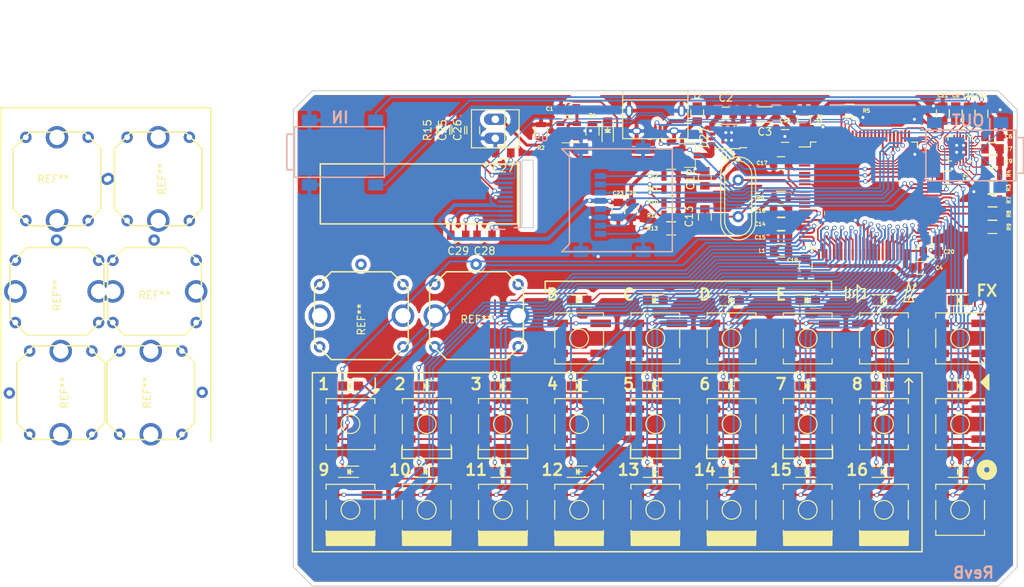
<source format=kicad_pcb>
(kicad_pcb (version 4) (host pcbnew 4.0.4-stable)
  (layers (0 F.Cu signal) (31 B.Cu signal) (34 B.Paste user hide) (35 F.Paste user hide) (36 B.SilkS user) (37 F.SilkS user) (38 B.Mask user hide) (39 F.Mask user hide) (44 Edge.Cuts user))
  (net 0 "")
  (net 1 COL1)
  (net 2 ROW1)
  (net 3 ROW2)
  (net 4 ROW3)
  (net 5 COL2)
  (net 6 COL3)
  (net 7 COL4)
  (net 8 COL5)
  (net 9 FX)
  (net 10 SWDIO)
  (net 11 Play)
  (net 12 B8)
  (net 13 Write)
  (net 14 B16)
  (net 15 B7)
  (net 16 B6)
  (net 17 B15)
  (net 18 B14)
  (net 19 B5)
  (net 20 Audio_SCL)
  (net 21 B9)
  (net 22 B4)
  (net 23 Audio_SDA)
  (net 24 B13)
  (net 25 B3)
  (net 26 B12)
  (net 27 B11)
  (net 28 B2)
  (net 29 B10)
  (net 30 B1)
  (net 31 BPM_VOL)
  (net 32 GND)
  (net 33 BA)
  (net 34 BB)
  (net 35 BC)
  (net 36 BD)
  (net 37 BE)
  (net 38 "Net-(R1-Pad1)")
  (net 39 VBAT)
  (net 40 VBUS)
  (net 41 "Net-(R2-Pad2)")
  (net 42 "Net-(U3-Pad4)")
  (net 43 VIN)
  (net 44 "Net-(U3-Pad6)")
  (net 45 "Net-(U3-Pad7)")
  (net 46 "Net-(BAT1-Pad2)")
  (net 47 3V3)
  (net 48 SWCLK)
  (net 49 "Net-(U4-Pad2)")
  (net 50 "Net-(U4-Pad97)")
  (net 51 "Net-(U4-Pad98)")
  (net 52 "Net-(CON1-Pad4)")
  (net 53 FS_DM)
  (net 54 FS_DP)
  (net 55 COL6)
  (net 56 COL7)
  (net 57 COL8)
  (net 58 COL9)
  (net 59 "Net-(C4-Pad1)")
  (net 60 "Net-(C5-Pad1)")
  (net 61 "Net-(C6-Pad1)")
  (net 62 "Net-(C7-Pad2)")
  (net 63 "Net-(C8-Pad2)")
  (net 64 "Net-(C9-Pad2)")
  (net 65 "Net-(C10-Pad2)")
  (net 66 "Net-(C11-Pad2)")
  (net 67 I2S_LRCLK)
  (net 68 I2S_MCLK)
  (net 69 I2S_SCLK)
  (net 70 I2S_DOUT)
  (net 71 I2S_DIN)
  (net 72 "Net-(U5-Pad6)")
  (net 73 "Net-(U5-Pad7)")
  (net 74 "Net-(U5-Pad10)")
  (net 75 "Net-(U5-Pad11)")
  (net 76 "Net-(U4-Pad85)")
  (net 77 WAKEUP)
  (net 78 "Net-(C12-Pad2)")
  (net 79 "Net-(C13-Pad2)")
  (net 80 "Net-(C14-Pad2)")
  (net 81 "Net-(U4-Pad1)")
  (net 82 "Net-(U4-Pad3)")
  (net 83 "Net-(U4-Pad4)")
  (net 84 "Net-(U4-Pad5)")
  (net 85 "Net-(U4-Pad7)")
  (net 86 "Net-(U4-Pad8)")
  (net 87 "Net-(U4-Pad9)")
  (net 88 "Net-(U4-Pad15)")
  (net 89 "Net-(U4-Pad16)")
  (net 90 "Net-(U4-Pad18)")
  (net 91 "Net-(U4-Pad67)")
  (net 92 "Net-(U4-Pad81)")
  (net 93 "Net-(U4-Pad82)")
  (net 94 "Net-(U4-Pad84)")
  (net 95 "Net-(U4-Pad86)")
  (net 96 "Net-(U4-Pad87)")
  (net 97 "Net-(U4-Pad88)")
  (net 98 "Net-(U4-Pad95)")
  (net 99 "Net-(CON1-Pad1)")
  (net 100 "Net-(R5-Pad1)")
  (net 101 "Net-(R6-Pad1)")
  (net 102 "Net-(D1-Pad2)")
  (net 103 "Net-(D10-Pad2)")
  (net 104 "Net-(D19-Pad2)")
  (net 105 "Net-(U4-Pad96)")
  (net 106 SD_DAT0)
  (net 107 SD_DAT1)
  (net 108 SD_DAT2)
  (net 109 SD_DAT3)
  (net 110 SD_CLK)
  (net 111 SD_CMD)
  (net 112 "Net-(C10-Pad1)")
  (net 113 "Net-(C11-Pad1)")
  (net 114 "Net-(HP_OUT1-Pad2)")
  (net 115 "Net-(HP_OUT1-Pad1)")
  (net 116 "Net-(HP_OUT1-Pad3)")
  (net 117 "Net-(C26-Pad1)")
  (net 118 "Net-(C27-Pad1)")
  (net 119 "Net-(C28-Pad1)")
  (net 120 "Net-(C28-Pad2)")
  (net 121 "Net-(C29-Pad1)")
  (net 122 "Net-(C29-Pad2)")
  (net 123 "Net-(R15-Pad1)")
  (net 124 "Net-(U9-Pad6)")
  (net 125 Screen_NReset)
  (module stm32f4-disco:encoder_EC12D (layer F.Cu) (at 89.0778 108.7374)
    (fp_text reference REF** (at 0 0.5 90) (layer F.SilkS))
    (fp_text value encoder_EC12D)
    (pad 5 thru_hole circle (at -0.05 -6.85) (size 1.524 1.524) (drill 0.762) (layers *.Cu *.Mask))
    (pad 4 thru_hole circle (at 5.55 4.15) (size 1.524 1.524) (drill 0.762) (layers *.Cu *.Mask))
    (pad 3 thru_hole circle (at -5.55 4.15) (size 1.524 1.524) (drill 0.762) (layers *.Cu *.Mask))
    (pad 2 thru_hole circle (at 5.55 -4.15) (size 1.524 1.524) (drill 0.762) (layers *.Cu *.Mask))
    (pad 1 thru_hole circle (at -5.55 -4.15) (size 1.524 1.524) (drill 0.762) (layers *.Cu *.Mask))
    (pad 6 thru_hole circle (at -5.55 0) (size 3 3) (drill 2.05) (layers *.Cu *.Mask))
    (pad 6 thru_hole circle (at 5.55 0) (size 3 3) (drill 2.05) (layers *.Cu *.Mask))
  )
  (module stm32f4-disco:encoder_EC12D (layer F.Cu) (at 104.426 108.7258)
    (fp_text reference REF** (at 0 0.5) (layer F.SilkS))
    (fp_text value encoder_EC12D)
    (pad 5 thru_hole circle (at -0.05 -6.85) (size 1.524 1.524) (drill 0.762) (layers *.Cu *.Mask))
    (pad 4 thru_hole circle (at 5.55 4.15) (size 1.524 1.524) (drill 0.762) (layers *.Cu *.Mask))
    (pad 3 thru_hole circle (at -5.55 4.15) (size 1.524 1.524) (drill 0.762) (layers *.Cu *.Mask))
    (pad 2 thru_hole circle (at 5.55 -4.15) (size 1.524 1.524) (drill 0.762) (layers *.Cu *.Mask))
    (pad 1 thru_hole circle (at -5.55 -4.15) (size 1.524 1.524) (drill 0.762) (layers *.Cu *.Mask))
    (pad 6 thru_hole circle (at -5.55 0) (size 3 3) (drill 2.05) (layers *.Cu *.Mask))
    (pad 6 thru_hole circle (at 5.55 0) (size 3 3) (drill 2.05) (layers *.Cu *.Mask))
  )
  (module stm32f4-disco:encoder_EC12D (layer F.Cu) (at 48.5 90.5 270)
    (fp_text reference REF** (at 0 0.5 540) (layer F.SilkS))
    (fp_text value encoder_EC12D)
    (pad 5 thru_hole circle (at -0.05 -6.85 270) (size 1.524 1.524) (drill 0.762) (layers *.Cu *.Mask))
    (pad 4 thru_hole circle (at 5.55 4.15 270) (size 1.524 1.524) (drill 0.762) (layers *.Cu *.Mask))
    (pad 3 thru_hole circle (at -5.55 4.15 270) (size 1.524 1.524) (drill 0.762) (layers *.Cu *.Mask))
    (pad 2 thru_hole circle (at 5.55 -4.15 270) (size 1.524 1.524) (drill 0.762) (layers *.Cu *.Mask))
    (pad 1 thru_hole circle (at -5.55 -4.15 270) (size 1.524 1.524) (drill 0.762) (layers *.Cu *.Mask))
    (pad 6 thru_hole circle (at -5.55 0 270) (size 3 3) (drill 2.05) (layers *.Cu *.Mask))
    (pad 6 thru_hole circle (at 5.55 0 270) (size 3 3) (drill 2.05) (layers *.Cu *.Mask))
  )
  (module stm32f4-disco:encoder_EC12D (layer F.Cu) (at 62 90.5 90)
    (fp_text reference REF** (at 0 0.5 90) (layer F.SilkS))
    (fp_text value encoder_EC12D)
    (pad 5 thru_hole circle (at -0.05 -6.85 90) (size 1.524 1.524) (drill 0.762) (layers *.Cu *.Mask))
    (pad 4 thru_hole circle (at 5.55 4.15 90) (size 1.524 1.524) (drill 0.762) (layers *.Cu *.Mask))
    (pad 3 thru_hole circle (at -5.55 4.15 90) (size 1.524 1.524) (drill 0.762) (layers *.Cu *.Mask))
    (pad 2 thru_hole circle (at 5.55 -4.15 90) (size 1.524 1.524) (drill 0.762) (layers *.Cu *.Mask))
    (pad 1 thru_hole circle (at -5.55 -4.15 90) (size 1.524 1.524) (drill 0.762) (layers *.Cu *.Mask))
    (pad 6 thru_hole circle (at -5.55 0 90) (size 3 3) (drill 2.05) (layers *.Cu *.Mask))
    (pad 6 thru_hole circle (at 5.55 0 90) (size 3 3) (drill 2.05) (layers *.Cu *.Mask))
  )
  (module stm32f4-disco:encoder_EC12D (layer F.Cu) (at 61.5 105.5)
    (fp_text reference REF** (at 0 0.5) (layer F.SilkS))
    (fp_text value encoder_EC12D)
    (pad 5 thru_hole circle (at -0.05 -6.85) (size 1.524 1.524) (drill 0.762) (layers *.Cu *.Mask))
    (pad 4 thru_hole circle (at 5.55 4.15) (size 1.524 1.524) (drill 0.762) (layers *.Cu *.Mask))
    (pad 3 thru_hole circle (at -5.55 4.15) (size 1.524 1.524) (drill 0.762) (layers *.Cu *.Mask))
    (pad 2 thru_hole circle (at 5.55 -4.15) (size 1.524 1.524) (drill 0.762) (layers *.Cu *.Mask))
    (pad 1 thru_hole circle (at -5.55 -4.15) (size 1.524 1.524) (drill 0.762) (layers *.Cu *.Mask))
    (pad 6 thru_hole circle (at -5.55 0) (size 3 3) (drill 2.05) (layers *.Cu *.Mask))
    (pad 6 thru_hole circle (at 5.55 0) (size 3 3) (drill 2.05) (layers *.Cu *.Mask))
  )
  (module stm32f4-disco:encoder_EC12D (layer F.Cu) (at 48.5 105.5)
    (fp_text reference REF** (at 0 0.5 90) (layer F.SilkS))
    (fp_text value encoder_EC12D)
    (pad 5 thru_hole circle (at -0.05 -6.85) (size 1.524 1.524) (drill 0.762) (layers *.Cu *.Mask))
    (pad 4 thru_hole circle (at 5.55 4.15) (size 1.524 1.524) (drill 0.762) (layers *.Cu *.Mask))
    (pad 3 thru_hole circle (at -5.55 4.15) (size 1.524 1.524) (drill 0.762) (layers *.Cu *.Mask))
    (pad 2 thru_hole circle (at 5.55 -4.15) (size 1.524 1.524) (drill 0.762) (layers *.Cu *.Mask))
    (pad 1 thru_hole circle (at -5.55 -4.15) (size 1.524 1.524) (drill 0.762) (layers *.Cu *.Mask))
    (pad 6 thru_hole circle (at -5.55 0) (size 3 3) (drill 2.05) (layers *.Cu *.Mask))
    (pad 6 thru_hole circle (at 5.55 0) (size 3 3) (drill 2.05) (layers *.Cu *.Mask))
  )
  (module LEDs:LED_0805 (layer F.Cu) (at 158.75 106.68)
    (fp_text reference D24 hide)
    (fp_text value LED)
    (pad 2 smd rect (at 1.04902 0 180) (size 1.19888 1.19888) (layers F.Cu F.Paste F.Mask) (net 104 "Net-(D19-Pad2)"))
    (pad 1 smd rect (at -1.04902 0 180) (size 1.19888 1.19888) (layers F.Cu F.Paste F.Mask) (net 57 COL8))
  )
  (module Housings_QFP:LQFP-100_14x14mm_Pitch0.5mm (layer F.Cu) (at 156.083 92.71)
    (fp_text reference U4 hide)
    (fp_text value STM32F407VG)
    (pad 1 smd rect (at -7.9 -6) (size 1.5 0.28) (layers F.Cu F.Paste F.Mask) (net 81 "Net-(U4-Pad1)"))
    (pad 2 smd rect (at -7.9 -5.5) (size 1.5 0.28) (layers F.Cu F.Paste F.Mask) (net 49 "Net-(U4-Pad2)"))
    (pad 3 smd rect (at -7.9 -5) (size 1.5 0.28) (layers F.Cu F.Paste F.Mask) (net 82 "Net-(U4-Pad3)"))
    (pad 4 smd rect (at -7.9 -4.5) (size 1.5 0.28) (layers F.Cu F.Paste F.Mask) (net 83 "Net-(U4-Pad4)"))
    (pad 5 smd rect (at -7.9 -4) (size 1.5 0.28) (layers F.Cu F.Paste F.Mask) (net 84 "Net-(U4-Pad5)"))
    (pad 6 smd rect (at -7.9 -3.5) (size 1.5 0.28) (layers F.Cu F.Paste F.Mask) (net 47 3V3))
    (pad 7 smd rect (at -7.9 -3) (size 1.5 0.28) (layers F.Cu F.Paste F.Mask) (net 85 "Net-(U4-Pad7)"))
    (pad 8 smd rect (at -7.9 -2.5) (size 1.5 0.28) (layers F.Cu F.Paste F.Mask) (net 86 "Net-(U4-Pad8)"))
    (pad 9 smd rect (at -7.9 -2) (size 1.5 0.28) (layers F.Cu F.Paste F.Mask) (net 87 "Net-(U4-Pad9)"))
    (pad 10 smd rect (at -7.9 -1.5) (size 1.5 0.28) (layers F.Cu F.Paste F.Mask) (net 32 GND))
    (pad 11 smd rect (at -7.9 -1) (size 1.5 0.28) (layers F.Cu F.Paste F.Mask) (net 47 3V3))
    (pad 12 smd rect (at -7.9 -0.5) (size 1.5 0.28) (layers F.Cu F.Paste F.Mask) (net 78 "Net-(C12-Pad2)"))
    (pad 13 smd rect (at -7.9 0) (size 1.5 0.28) (layers F.Cu F.Paste F.Mask) (net 79 "Net-(C13-Pad2)"))
    (pad 14 smd rect (at -7.9 0.5) (size 1.5 0.28) (layers F.Cu F.Paste F.Mask) (net 101 "Net-(R6-Pad1)"))
    (pad 15 smd rect (at -7.9 1) (size 1.5 0.28) (layers F.Cu F.Paste F.Mask) (net 88 "Net-(U4-Pad15)"))
    (pad 16 smd rect (at -7.9 1.5) (size 1.5 0.28) (layers F.Cu F.Paste F.Mask) (net 89 "Net-(U4-Pad16)"))
    (pad 17 smd rect (at -7.9 2) (size 1.5 0.28) (layers F.Cu F.Paste F.Mask) (net 1 COL1))
    (pad 18 smd rect (at -7.9 2.5) (size 1.5 0.28) (layers F.Cu F.Paste F.Mask) (net 90 "Net-(U4-Pad18)"))
    (pad 19 smd rect (at -7.9 3) (size 1.5 0.28) (layers F.Cu F.Paste F.Mask) (net 47 3V3))
    (pad 20 smd rect (at -7.9 3.5) (size 1.5 0.28) (layers F.Cu F.Paste F.Mask) (net 32 GND))
    (pad 21 smd rect (at -7.9 4) (size 1.5 0.28) (layers F.Cu F.Paste F.Mask) (net 80 "Net-(C14-Pad2)"))
    (pad 22 smd rect (at -7.9 4.5) (size 1.5 0.28) (layers F.Cu F.Paste F.Mask) (net 80 "Net-(C14-Pad2)"))
    (pad 23 smd rect (at -7.9 5) (size 1.5 0.28) (layers F.Cu F.Paste F.Mask) (net 77 WAKEUP))
    (pad 24 smd rect (at -7.9 5.5) (size 1.5 0.28) (layers F.Cu F.Paste F.Mask) (net 30 B1))
    (pad 25 smd rect (at -7.9 6) (size 1.5 0.28) (layers F.Cu F.Paste F.Mask) (net 5 COL2))
    (pad 26 smd rect (at -6 7.9 90) (size 1.5 0.28) (layers F.Cu F.Paste F.Mask) (net 28 B2))
    (pad 27 smd rect (at -5.5 7.9 90) (size 1.5 0.28) (layers F.Cu F.Paste F.Mask) (net 32 GND))
    (pad 28 smd rect (at -5 7.9 90) (size 1.5 0.28) (layers F.Cu F.Paste F.Mask) (net 47 3V3))
    (pad 29 smd rect (at -4.5 7.9 90) (size 1.5 0.28) (layers F.Cu F.Paste F.Mask) (net 21 B9))
    (pad 30 smd rect (at -4 7.9 90) (size 1.5 0.28) (layers F.Cu F.Paste F.Mask) (net 29 B10))
    (pad 31 smd rect (at -3.5 7.9 90) (size 1.5 0.28) (layers F.Cu F.Paste F.Mask) (net 6 COL3))
    (pad 32 smd rect (at -3 7.9 90) (size 1.5 0.28) (layers F.Cu F.Paste F.Mask) (net 33 BA))
    (pad 33 smd rect (at -2.5 7.9 90) (size 1.5 0.28) (layers F.Cu F.Paste F.Mask) (net 25 B3))
    (pad 34 smd rect (at -2 7.9 90) (size 1.5 0.28) (layers F.Cu F.Paste F.Mask) (net 27 B11))
    (pad 35 smd rect (at -1.5 7.9 90) (size 1.5 0.28) (layers F.Cu F.Paste F.Mask) (net 7 COL4))
    (pad 36 smd rect (at -1 7.9 90) (size 1.5 0.28) (layers F.Cu F.Paste F.Mask) (net 34 BB))
    (pad 37 smd rect (at -0.5 7.9 90) (size 1.5 0.28) (layers F.Cu F.Paste F.Mask) (net 32 GND))
    (pad 38 smd rect (at 0 7.9 90) (size 1.5 0.28) (layers F.Cu F.Paste F.Mask) (net 22 B4))
    (pad 39 smd rect (at 0.5 7.9 90) (size 1.5 0.28) (layers F.Cu F.Paste F.Mask) (net 26 B12))
    (pad 40 smd rect (at 1 7.9 90) (size 1.5 0.28) (layers F.Cu F.Paste F.Mask) (net 8 COL5))
    (pad 41 smd rect (at 1.5 7.9 90) (size 1.5 0.28) (layers F.Cu F.Paste F.Mask) (net 35 BC))
    (pad 42 smd rect (at 2 7.9 90) (size 1.5 0.28) (layers F.Cu F.Paste F.Mask) (net 19 B5))
    (pad 43 smd rect (at 2.5 7.9 90) (size 1.5 0.28) (layers F.Cu F.Paste F.Mask) (net 24 B13))
    (pad 44 smd rect (at 3 7.9 90) (size 1.5 0.28) (layers F.Cu F.Paste F.Mask) (net 55 COL6))
    (pad 45 smd rect (at 3.5 7.9 90) (size 1.5 0.28) (layers F.Cu F.Paste F.Mask) (net 36 BD))
    (pad 46 smd rect (at 4 7.9 90) (size 1.5 0.28) (layers F.Cu F.Paste F.Mask) (net 16 B6))
    (pad 47 smd rect (at 4.5 7.9 90) (size 1.5 0.28) (layers F.Cu F.Paste F.Mask) (net 18 B14))
    (pad 48 smd rect (at 5 7.9 90) (size 1.5 0.28) (layers F.Cu F.Paste F.Mask) (net 56 COL7))
    (pad 49 smd rect (at 5.5 7.9 90) (size 1.5 0.28) (layers F.Cu F.Paste F.Mask) (net 59 "Net-(C4-Pad1)"))
    (pad 50 smd rect (at 6 7.9 90) (size 1.5 0.28) (layers F.Cu F.Paste F.Mask) (net 47 3V3))
    (pad 51 smd rect (at 7.9 6) (size 1.5 0.28) (layers F.Cu F.Paste F.Mask) (net 17 B15))
    (pad 52 smd rect (at 7.9 5.5) (size 1.5 0.28) (layers F.Cu F.Paste F.Mask) (net 15 B7))
    (pad 53 smd rect (at 7.9 5) (size 1.5 0.28) (layers F.Cu F.Paste F.Mask) (net 37 BE))
    (pad 54 smd rect (at 7.9 4.5) (size 1.5 0.28) (layers F.Cu F.Paste F.Mask) (net 57 COL8))
    (pad 55 smd rect (at 7.9 4) (size 1.5 0.28) (layers F.Cu F.Paste F.Mask) (net 31 BPM_VOL))
    (pad 56 smd rect (at 7.9 3.5) (size 1.5 0.28) (layers F.Cu F.Paste F.Mask) (net 12 B8))
    (pad 57 smd rect (at 7.9 3) (size 1.5 0.28) (layers F.Cu F.Paste F.Mask) (net 14 B16))
    (pad 58 smd rect (at 7.9 2.5) (size 1.5 0.28) (layers F.Cu F.Paste F.Mask) (net 4 ROW3))
    (pad 59 smd rect (at 7.9 2) (size 1.5 0.28) (layers F.Cu F.Paste F.Mask) (net 3 ROW2))
    (pad 60 smd rect (at 7.9 1.5) (size 1.5 0.28) (layers F.Cu F.Paste F.Mask) (net 2 ROW1))
    (pad 61 smd rect (at 7.9 1) (size 1.5 0.28) (layers F.Cu F.Paste F.Mask) (net 58 COL9))
    (pad 62 smd rect (at 7.9 0.5) (size 1.5 0.28) (layers F.Cu F.Paste F.Mask) (net 9 FX))
    (pad 63 smd rect (at 7.9 0) (size 1.5 0.28) (layers F.Cu F.Paste F.Mask) (net 11 Play))
    (pad 64 smd rect (at 7.9 -0.5) (size 1.5 0.28) (layers F.Cu F.Paste F.Mask) (net 68 I2S_MCLK))
    (pad 65 smd rect (at 7.9 -1) (size 1.5 0.28) (layers F.Cu F.Paste F.Mask) (net 106 SD_DAT0))
    (pad 66 smd rect (at 7.9 -1.5) (size 1.5 0.28) (layers F.Cu F.Paste F.Mask) (net 107 SD_DAT1))
    (pad 67 smd rect (at 7.9 -2) (size 1.5 0.28) (layers F.Cu F.Paste F.Mask) (net 91 "Net-(U4-Pad67)"))
    (pad 68 smd rect (at 7.9 -2.5) (size 1.5 0.28) (layers F.Cu F.Paste F.Mask) (net 40 VBUS))
    (pad 69 smd rect (at 7.9 -3) (size 1.5 0.28) (layers F.Cu F.Paste F.Mask) (net 13 Write))
    (pad 70 smd rect (at 7.9 -3.5) (size 1.5 0.28) (layers F.Cu F.Paste F.Mask) (net 53 FS_DM))
    (pad 71 smd rect (at 7.9 -4) (size 1.5 0.28) (layers F.Cu F.Paste F.Mask) (net 54 FS_DP))
    (pad 72 smd rect (at 7.9 -4.5) (size 1.5 0.28) (layers F.Cu F.Paste F.Mask) (net 10 SWDIO))
    (pad 73 smd rect (at 7.9 -5) (size 1.5 0.28) (layers F.Cu F.Paste F.Mask) (net 60 "Net-(C5-Pad1)"))
    (pad 74 smd rect (at 7.9 -5.5) (size 1.5 0.28) (layers F.Cu F.Paste F.Mask) (net 32 GND))
    (pad 75 smd rect (at 7.9 -6) (size 1.5 0.28) (layers F.Cu F.Paste F.Mask) (net 47 3V3))
    (pad 76 smd rect (at 6 -7.9 90) (size 1.5 0.28) (layers F.Cu F.Paste F.Mask) (net 48 SWCLK))
    (pad 77 smd rect (at 5.5 -7.9 90) (size 1.5 0.28) (layers F.Cu F.Paste F.Mask) (net 67 I2S_LRCLK))
    (pad 78 smd rect (at 5 -7.9 90) (size 1.5 0.28) (layers F.Cu F.Paste F.Mask) (net 108 SD_DAT2))
    (pad 79 smd rect (at 4.5 -7.9 90) (size 1.5 0.28) (layers F.Cu F.Paste F.Mask) (net 109 SD_DAT3))
    (pad 80 smd rect (at 4 -7.9 90) (size 1.5 0.28) (layers F.Cu F.Paste F.Mask) (net 110 SD_CLK))
    (pad 81 smd rect (at 3.5 -7.9 90) (size 1.5 0.28) (layers F.Cu F.Paste F.Mask) (net 92 "Net-(U4-Pad81)"))
    (pad 82 smd rect (at 3 -7.9 90) (size 1.5 0.28) (layers F.Cu F.Paste F.Mask) (net 93 "Net-(U4-Pad82)"))
    (pad 83 smd rect (at 2.5 -7.9 90) (size 1.5 0.28) (layers F.Cu F.Paste F.Mask) (net 111 SD_CMD))
    (pad 84 smd rect (at 2 -7.9 90) (size 1.5 0.28) (layers F.Cu F.Paste F.Mask) (net 94 "Net-(U4-Pad84)"))
    (pad 85 smd rect (at 1.5 -7.9 90) (size 1.5 0.28) (layers F.Cu F.Paste F.Mask) (net 76 "Net-(U4-Pad85)"))
    (pad 86 smd rect (at 1 -7.9 90) (size 1.5 0.28) (layers F.Cu F.Paste F.Mask) (net 95 "Net-(U4-Pad86)"))
    (pad 87 smd rect (at 0.5 -7.9 90) (size 1.5 0.28) (layers F.Cu F.Paste F.Mask) (net 96 "Net-(U4-Pad87)"))
    (pad 88 smd rect (at 0 -7.9 90) (size 1.5 0.28) (layers F.Cu F.Paste F.Mask) (net 97 "Net-(U4-Pad88)"))
    (pad 89 smd rect (at -0.5 -7.9 90) (size 1.5 0.28) (layers F.Cu F.Paste F.Mask) (net 69 I2S_SCLK))
    (pad 90 smd rect (at -1 -7.9 90) (size 1.5 0.28) (layers F.Cu F.Paste F.Mask) (net 70 I2S_DOUT))
    (pad 91 smd rect (at -1.5 -7.9 90) (size 1.5 0.28) (layers F.Cu F.Paste F.Mask) (net 71 I2S_DIN))
    (pad 92 smd rect (at -2 -7.9 90) (size 1.5 0.28) (layers F.Cu F.Paste F.Mask) (net 20 Audio_SCL))
    (pad 93 smd rect (at -2.5 -7.9 90) (size 1.5 0.28) (layers F.Cu F.Paste F.Mask) (net 23 Audio_SDA))
    (pad 94 smd rect (at -3 -7.9 90) (size 1.5 0.28) (layers F.Cu F.Paste F.Mask) (net 100 "Net-(R5-Pad1)"))
    (pad 95 smd rect (at -3.5 -7.9 90) (size 1.5 0.28) (layers F.Cu F.Paste F.Mask) (net 98 "Net-(U4-Pad95)"))
    (pad 96 smd rect (at -4 -7.9 90) (size 1.5 0.28) (layers F.Cu F.Paste F.Mask) (net 105 "Net-(U4-Pad96)"))
    (pad 97 smd rect (at -4.5 -7.9 90) (size 1.5 0.28) (layers F.Cu F.Paste F.Mask) (net 50 "Net-(U4-Pad97)"))
    (pad 98 smd rect (at -5 -7.9 90) (size 1.5 0.28) (layers F.Cu F.Paste F.Mask) (net 51 "Net-(U4-Pad98)"))
    (pad 99 smd rect (at -5.5 -7.9 90) (size 1.5 0.28) (layers F.Cu F.Paste F.Mask) (net 32 GND))
    (pad 100 smd rect (at -6 -7.9 90) (size 1.5 0.28) (layers F.Cu F.Paste F.Mask) (net 47 3V3))
  )
  (module Buttons_Switches_SMD:SW_SPST_B3SL-1002P (layer F.Cu) (at 118.11 123.19)
    (fp_text reference SW4 hide)
    (fp_text value SW_PUSH)
    (pad 1 smd rect (at -2.875 -2) (size 2.75 1) (layers F.Cu F.Paste F.Mask) (net 22 B4))
    (pad 1 smd rect (at 2.875 -2) (size 2.75 1) (layers F.Cu F.Paste F.Mask) (net 22 B4))
    (pad 2 smd rect (at 2.875 2) (size 2.75 1) (layers F.Cu F.Paste F.Mask) (net 77 WAKEUP))
    (pad 2 smd rect (at -2.875 2) (size 2.75 1) (layers F.Cu F.Paste F.Mask) (net 77 WAKEUP))
  )
  (module Capacitors_SMD:C_0805 (layer F.Cu) (at 173.228 84.836)
    (fp_text reference C6 (at 2.159 0) (layer F.SilkS) (effects (font (size 0.5 0.5) (thickness 0.125))))
    (fp_text value 0.1uF)
    (pad 1 smd rect (at -1 0) (size 1 1.25) (layers F.Cu F.Paste F.Mask) (net 61 "Net-(C6-Pad1)"))
    (pad 2 smd rect (at 1 0) (size 1 1.25) (layers F.Cu F.Paste F.Mask) (net 32 GND))
  )
  (module Buttons_Switches_SMD:SW_SPST_B3SL-1002P (layer F.Cu) (at 87.63 123.19)
    (fp_text reference SW1 hide)
    (fp_text value SW_PUSH)
    (pad 1 smd rect (at -2.875 -2) (size 2.75 1) (layers F.Cu F.Paste F.Mask) (net 30 B1))
    (pad 1 smd rect (at 2.875 -2) (size 2.75 1) (layers F.Cu F.Paste F.Mask) (net 30 B1))
    (pad 2 smd rect (at 2.875 2) (size 2.75 1) (layers F.Cu F.Paste F.Mask) (net 77 WAKEUP))
    (pad 2 smd rect (at -2.875 2) (size 2.75 1) (layers F.Cu F.Paste F.Mask) (net 77 WAKEUP))
  )
  (module LEDs:LED_0805 (layer F.Cu) (at 168.91 106.68)
    (fp_text reference D25 hide)
    (fp_text value LED)
    (pad 2 smd rect (at 1.04902 0 180) (size 1.19888 1.19888) (layers F.Cu F.Paste F.Mask) (net 104 "Net-(D19-Pad2)"))
    (pad 1 smd rect (at -1.04902 0 180) (size 1.19888 1.19888) (layers F.Cu F.Paste F.Mask) (net 58 COL9))
  )
  (module Buttons_Switches_SMD:SW_SPST_B3SL-1002P (layer F.Cu) (at 148.59 123.19)
    (fp_text reference SW7 hide)
    (fp_text value SW_PUSH)
    (pad 1 smd rect (at -2.875 -2) (size 2.75 1) (layers F.Cu F.Paste F.Mask) (net 15 B7))
    (pad 1 smd rect (at 2.875 -2) (size 2.75 1) (layers F.Cu F.Paste F.Mask) (net 15 B7))
    (pad 2 smd rect (at 2.875 2) (size 2.75 1) (layers F.Cu F.Paste F.Mask) (net 77 WAKEUP))
    (pad 2 smd rect (at -2.875 2) (size 2.75 1) (layers F.Cu F.Paste F.Mask) (net 77 WAKEUP))
  )
  (module Connect:PINHEAD1-2 (layer F.Cu) (at 106.934 83.82 270)
    (fp_text reference BT1 hide)
    (fp_text value BATTERY)
    (pad 1 thru_hole oval (at -1.27 0 270) (size 1.50622 3.01498) (drill 0.99822) (layers *.Cu *.Mask) (net 39 VBAT))
    (pad 2 thru_hole oval (at 1.27 0 270) (size 1.50622 3.01498) (drill 0.99822) (layers *.Cu *.Mask) (net 32 GND))
  )
  (module Resistors_SMD:R_0805 (layer F.Cu) (at 119.888 84.074 90)
    (fp_text reference R1 (at 2.032 0 180) (layer F.SilkS) (effects (font (size 0.5 0.5) (thickness 0.125))))
    (fp_text value 1K)
    (pad 1 smd rect (at -0.95 0 90) (size 0.7 1.3) (layers F.Cu F.Paste F.Mask) (net 38 "Net-(R1-Pad1)"))
    (pad 2 smd rect (at 0.95 0 90) (size 0.7 1.3) (layers F.Cu F.Paste F.Mask) (net 46 "Net-(BAT1-Pad2)"))
  )
  (module Buttons_Switches_SMD:SW_SPST_B3SL-1002P (layer F.Cu) (at 158.75 123.19)
    (fp_text reference SW8 hide)
    (fp_text value SW_PUSH)
    (pad 1 smd rect (at -2.875 -2) (size 2.75 1) (layers F.Cu F.Paste F.Mask) (net 12 B8))
    (pad 1 smd rect (at 2.875 -2) (size 2.75 1) (layers F.Cu F.Paste F.Mask) (net 12 B8))
    (pad 2 smd rect (at 2.875 2) (size 2.75 1) (layers F.Cu F.Paste F.Mask) (net 77 WAKEUP))
    (pad 2 smd rect (at -2.875 2) (size 2.75 1) (layers F.Cu F.Paste F.Mask) (net 77 WAKEUP))
  )
  (module Buttons_Switches_SMD:SW_SPST_B3SL-1002P (layer F.Cu) (at 97.79 123.19)
    (fp_text reference SW2 hide)
    (fp_text value SW_PUSH)
    (pad 1 smd rect (at -2.875 -2) (size 2.75 1) (layers F.Cu F.Paste F.Mask) (net 28 B2))
    (pad 1 smd rect (at 2.875 -2) (size 2.75 1) (layers F.Cu F.Paste F.Mask) (net 28 B2))
    (pad 2 smd rect (at 2.875 2) (size 2.75 1) (layers F.Cu F.Paste F.Mask) (net 77 WAKEUP))
    (pad 2 smd rect (at -2.875 2) (size 2.75 1) (layers F.Cu F.Paste F.Mask) (net 77 WAKEUP))
  )
  (module Buttons_Switches_SMD:SW_SPST_B3SL-1002P (layer F.Cu) (at 107.95 123.19)
    (fp_text reference SW3 hide)
    (fp_text value SW_PUSH)
    (pad 1 smd rect (at -2.875 -2) (size 2.75 1) (layers F.Cu F.Paste F.Mask) (net 25 B3))
    (pad 1 smd rect (at 2.875 -2) (size 2.75 1) (layers F.Cu F.Paste F.Mask) (net 25 B3))
    (pad 2 smd rect (at 2.875 2) (size 2.75 1) (layers F.Cu F.Paste F.Mask) (net 77 WAKEUP))
    (pad 2 smd rect (at -2.875 2) (size 2.75 1) (layers F.Cu F.Paste F.Mask) (net 77 WAKEUP))
  )
  (module Buttons_Switches_SMD:SW_SPST_B3SL-1002P (layer F.Cu) (at 128.27 123.19)
    (fp_text reference SW5 hide)
    (fp_text value SW_PUSH)
    (pad 1 smd rect (at -2.875 -2) (size 2.75 1) (layers F.Cu F.Paste F.Mask) (net 19 B5))
    (pad 1 smd rect (at 2.875 -2) (size 2.75 1) (layers F.Cu F.Paste F.Mask) (net 19 B5))
    (pad 2 smd rect (at 2.875 2) (size 2.75 1) (layers F.Cu F.Paste F.Mask) (net 77 WAKEUP))
    (pad 2 smd rect (at -2.875 2) (size 2.75 1) (layers F.Cu F.Paste F.Mask) (net 77 WAKEUP))
  )
  (module Buttons_Switches_SMD:SW_SPST_B3SL-1002P (layer F.Cu) (at 138.43 123.19)
    (fp_text reference SW6 hide)
    (fp_text value SW_PUSH)
    (pad 1 smd rect (at -2.875 -2) (size 2.75 1) (layers F.Cu F.Paste F.Mask) (net 16 B6))
    (pad 1 smd rect (at 2.875 -2) (size 2.75 1) (layers F.Cu F.Paste F.Mask) (net 16 B6))
    (pad 2 smd rect (at 2.875 2) (size 2.75 1) (layers F.Cu F.Paste F.Mask) (net 77 WAKEUP))
    (pad 2 smd rect (at -2.875 2) (size 2.75 1) (layers F.Cu F.Paste F.Mask) (net 77 WAKEUP))
  )
  (module Buttons_Switches_SMD:SW_SPST_B3SL-1002P (layer F.Cu) (at 87.63 134.62)
    (fp_text reference SW9 hide)
    (fp_text value SW_PUSH)
    (pad 1 smd rect (at -2.875 -2) (size 2.75 1) (layers F.Cu F.Paste F.Mask) (net 21 B9))
    (pad 1 smd rect (at 2.875 -2) (size 2.75 1) (layers F.Cu F.Paste F.Mask) (net 21 B9))
    (pad 2 smd rect (at 2.875 2) (size 2.75 1) (layers F.Cu F.Paste F.Mask) (net 77 WAKEUP))
    (pad 2 smd rect (at -2.875 2) (size 2.75 1) (layers F.Cu F.Paste F.Mask) (net 77 WAKEUP))
  )
  (module Buttons_Switches_SMD:SW_SPST_B3SL-1002P (layer F.Cu) (at 97.79 134.62)
    (fp_text reference SW10 hide)
    (fp_text value SW_PUSH)
    (pad 1 smd rect (at -2.875 -2) (size 2.75 1) (layers F.Cu F.Paste F.Mask) (net 29 B10))
    (pad 1 smd rect (at 2.875 -2) (size 2.75 1) (layers F.Cu F.Paste F.Mask) (net 29 B10))
    (pad 2 smd rect (at 2.875 2) (size 2.75 1) (layers F.Cu F.Paste F.Mask) (net 77 WAKEUP))
    (pad 2 smd rect (at -2.875 2) (size 2.75 1) (layers F.Cu F.Paste F.Mask) (net 77 WAKEUP))
  )
  (module Buttons_Switches_SMD:SW_SPST_B3SL-1002P (layer F.Cu) (at 107.95 134.62)
    (fp_text reference SW11 hide)
    (fp_text value SW_PUSH)
    (pad 1 smd rect (at -2.875 -2) (size 2.75 1) (layers F.Cu F.Paste F.Mask) (net 27 B11))
    (pad 1 smd rect (at 2.875 -2) (size 2.75 1) (layers F.Cu F.Paste F.Mask) (net 27 B11))
    (pad 2 smd rect (at 2.875 2) (size 2.75 1) (layers F.Cu F.Paste F.Mask) (net 77 WAKEUP))
    (pad 2 smd rect (at -2.875 2) (size 2.75 1) (layers F.Cu F.Paste F.Mask) (net 77 WAKEUP))
  )
  (module Buttons_Switches_SMD:SW_SPST_B3SL-1002P (layer F.Cu) (at 118.11 134.62)
    (fp_text reference SW12 hide)
    (fp_text value SW_PUSH)
    (pad 1 smd rect (at -2.875 -2) (size 2.75 1) (layers F.Cu F.Paste F.Mask) (net 26 B12))
    (pad 1 smd rect (at 2.875 -2) (size 2.75 1) (layers F.Cu F.Paste F.Mask) (net 26 B12))
    (pad 2 smd rect (at 2.875 2) (size 2.75 1) (layers F.Cu F.Paste F.Mask) (net 77 WAKEUP))
    (pad 2 smd rect (at -2.875 2) (size 2.75 1) (layers F.Cu F.Paste F.Mask) (net 77 WAKEUP))
  )
  (module Buttons_Switches_SMD:SW_SPST_B3SL-1002P (layer F.Cu) (at 128.27 134.62)
    (fp_text reference SW13 hide)
    (fp_text value SW_PUSH)
    (pad 1 smd rect (at -2.875 -2) (size 2.75 1) (layers F.Cu F.Paste F.Mask) (net 24 B13))
    (pad 1 smd rect (at 2.875 -2) (size 2.75 1) (layers F.Cu F.Paste F.Mask) (net 24 B13))
    (pad 2 smd rect (at 2.875 2) (size 2.75 1) (layers F.Cu F.Paste F.Mask) (net 77 WAKEUP))
    (pad 2 smd rect (at -2.875 2) (size 2.75 1) (layers F.Cu F.Paste F.Mask) (net 77 WAKEUP))
  )
  (module Buttons_Switches_SMD:SW_SPST_B3SL-1002P (layer F.Cu) (at 138.43 134.62)
    (fp_text reference SW14 hide)
    (fp_text value SW_PUSH)
    (pad 1 smd rect (at -2.875 -2) (size 2.75 1) (layers F.Cu F.Paste F.Mask) (net 18 B14))
    (pad 1 smd rect (at 2.875 -2) (size 2.75 1) (layers F.Cu F.Paste F.Mask) (net 18 B14))
    (pad 2 smd rect (at 2.875 2) (size 2.75 1) (layers F.Cu F.Paste F.Mask) (net 77 WAKEUP))
    (pad 2 smd rect (at -2.875 2) (size 2.75 1) (layers F.Cu F.Paste F.Mask) (net 77 WAKEUP))
  )
  (module Buttons_Switches_SMD:SW_SPST_B3SL-1002P (layer F.Cu) (at 148.59 134.62)
    (fp_text reference SW15 hide)
    (fp_text value SW_PUSH)
    (pad 1 smd rect (at -2.875 -2) (size 2.75 1) (layers F.Cu F.Paste F.Mask) (net 17 B15))
    (pad 1 smd rect (at 2.875 -2) (size 2.75 1) (layers F.Cu F.Paste F.Mask) (net 17 B15))
    (pad 2 smd rect (at 2.875 2) (size 2.75 1) (layers F.Cu F.Paste F.Mask) (net 77 WAKEUP))
    (pad 2 smd rect (at -2.875 2) (size 2.75 1) (layers F.Cu F.Paste F.Mask) (net 77 WAKEUP))
  )
  (module Buttons_Switches_SMD:SW_SPST_B3SL-1002P (layer F.Cu) (at 158.75 134.62)
    (fp_text reference SW16 hide)
    (fp_text value SW_PUSH)
    (pad 1 smd rect (at -2.875 -2) (size 2.75 1) (layers F.Cu F.Paste F.Mask) (net 14 B16))
    (pad 1 smd rect (at 2.875 -2) (size 2.75 1) (layers F.Cu F.Paste F.Mask) (net 14 B16))
    (pad 2 smd rect (at 2.875 2) (size 2.75 1) (layers F.Cu F.Paste F.Mask) (net 77 WAKEUP))
    (pad 2 smd rect (at -2.875 2) (size 2.75 1) (layers F.Cu F.Paste F.Mask) (net 77 WAKEUP))
  )
  (module Buttons_Switches_SMD:SW_SPST_B3SL-1002P (layer F.Cu) (at 168.91 123.19)
    (fp_text reference Play1 hide)
    (fp_text value SW_PUSH)
    (pad 1 smd rect (at -2.875 -2) (size 2.75 1) (layers F.Cu F.Paste F.Mask) (net 11 Play))
    (pad 1 smd rect (at 2.875 -2) (size 2.75 1) (layers F.Cu F.Paste F.Mask) (net 11 Play))
    (pad 2 smd rect (at 2.875 2) (size 2.75 1) (layers F.Cu F.Paste F.Mask) (net 77 WAKEUP))
    (pad 2 smd rect (at -2.875 2) (size 2.75 1) (layers F.Cu F.Paste F.Mask) (net 77 WAKEUP))
  )
  (module Buttons_Switches_SMD:SW_SPST_B3SL-1002P (layer F.Cu) (at 168.91 134.62)
    (fp_text reference Write1 hide)
    (fp_text value SW_PUSH)
    (pad 1 smd rect (at -2.875 -2) (size 2.75 1) (layers F.Cu F.Paste F.Mask) (net 13 Write))
    (pad 1 smd rect (at 2.875 -2) (size 2.75 1) (layers F.Cu F.Paste F.Mask) (net 13 Write))
    (pad 2 smd rect (at 2.875 2) (size 2.75 1) (layers F.Cu F.Paste F.Mask) (net 77 WAKEUP))
    (pad 2 smd rect (at -2.875 2) (size 2.75 1) (layers F.Cu F.Paste F.Mask) (net 77 WAKEUP))
  )
  (module Buttons_Switches_SMD:SW_SPST_B3SL-1002P (layer F.Cu) (at 168.91 111.76)
    (fp_text reference Play2 hide)
    (fp_text value SW_PUSH)
    (pad 1 smd rect (at -2.875 -2) (size 2.75 1) (layers F.Cu F.Paste F.Mask) (net 9 FX))
    (pad 1 smd rect (at 2.875 -2) (size 2.75 1) (layers F.Cu F.Paste F.Mask) (net 9 FX))
    (pad 2 smd rect (at 2.875 2) (size 2.75 1) (layers F.Cu F.Paste F.Mask) (net 77 WAKEUP))
    (pad 2 smd rect (at -2.875 2) (size 2.75 1) (layers F.Cu F.Paste F.Mask) (net 77 WAKEUP))
  )
  (module Buttons_Switches_SMD:SW_SPST_B3SL-1002P (layer F.Cu) (at 118.11 111.76)
    (fp_text reference SW18 hide)
    (fp_text value SW_PUSH)
    (pad 1 smd rect (at -2.875 -2) (size 2.75 1) (layers F.Cu F.Paste F.Mask) (net 34 BB))
    (pad 1 smd rect (at 2.875 -2) (size 2.75 1) (layers F.Cu F.Paste F.Mask) (net 34 BB))
    (pad 2 smd rect (at 2.875 2) (size 2.75 1) (layers F.Cu F.Paste F.Mask) (net 77 WAKEUP))
    (pad 2 smd rect (at -2.875 2) (size 2.75 1) (layers F.Cu F.Paste F.Mask) (net 77 WAKEUP))
  )
  (module Buttons_Switches_SMD:SW_SPST_B3SL-1002P (layer F.Cu) (at 128.27 111.76)
    (fp_text reference SW19 hide)
    (fp_text value SW_PUSH)
    (pad 1 smd rect (at -2.875 -2) (size 2.75 1) (layers F.Cu F.Paste F.Mask) (net 35 BC))
    (pad 1 smd rect (at 2.875 -2) (size 2.75 1) (layers F.Cu F.Paste F.Mask) (net 35 BC))
    (pad 2 smd rect (at 2.875 2) (size 2.75 1) (layers F.Cu F.Paste F.Mask) (net 77 WAKEUP))
    (pad 2 smd rect (at -2.875 2) (size 2.75 1) (layers F.Cu F.Paste F.Mask) (net 77 WAKEUP))
  )
  (module Buttons_Switches_SMD:SW_SPST_B3SL-1002P (layer F.Cu) (at 138.43 111.76)
    (fp_text reference SW20 hide)
    (fp_text value SW_PUSH)
    (pad 1 smd rect (at -2.875 -2) (size 2.75 1) (layers F.Cu F.Paste F.Mask) (net 36 BD))
    (pad 1 smd rect (at 2.875 -2) (size 2.75 1) (layers F.Cu F.Paste F.Mask) (net 36 BD))
    (pad 2 smd rect (at 2.875 2) (size 2.75 1) (layers F.Cu F.Paste F.Mask) (net 77 WAKEUP))
    (pad 2 smd rect (at -2.875 2) (size 2.75 1) (layers F.Cu F.Paste F.Mask) (net 77 WAKEUP))
  )
  (module Buttons_Switches_SMD:SW_SPST_B3SL-1002P (layer F.Cu) (at 148.59 111.76)
    (fp_text reference SW21 hide)
    (fp_text value SW_PUSH)
    (pad 1 smd rect (at -2.875 -2) (size 2.75 1) (layers F.Cu F.Paste F.Mask) (net 37 BE))
    (pad 1 smd rect (at 2.875 -2) (size 2.75 1) (layers F.Cu F.Paste F.Mask) (net 37 BE))
    (pad 2 smd rect (at 2.875 2) (size 2.75 1) (layers F.Cu F.Paste F.Mask) (net 77 WAKEUP))
    (pad 2 smd rect (at -2.875 2) (size 2.75 1) (layers F.Cu F.Paste F.Mask) (net 77 WAKEUP))
  )
  (module Buttons_Switches_SMD:SW_SPST_B3SL-1002P (layer F.Cu) (at 158.75 111.76)
    (fp_text reference SW22 hide)
    (fp_text value SW_PUSH)
    (pad 1 smd rect (at -2.875 -2) (size 2.75 1) (layers F.Cu F.Paste F.Mask) (net 31 BPM_VOL))
    (pad 1 smd rect (at 2.875 -2) (size 2.75 1) (layers F.Cu F.Paste F.Mask) (net 31 BPM_VOL))
    (pad 2 smd rect (at 2.875 2) (size 2.75 1) (layers F.Cu F.Paste F.Mask) (net 77 WAKEUP))
    (pad 2 smd rect (at -2.875 2) (size 2.75 1) (layers F.Cu F.Paste F.Mask) (net 77 WAKEUP))
  )
  (module LEDs:LED_0805 (layer F.Cu) (at 87.63 129.54)
    (fp_text reference D1 hide)
    (fp_text value LED)
    (pad 2 smd rect (at 1.04902 0 180) (size 1.19888 1.19888) (layers F.Cu F.Paste F.Mask) (net 102 "Net-(D1-Pad2)"))
    (pad 1 smd rect (at -1.04902 0 180) (size 1.19888 1.19888) (layers F.Cu F.Paste F.Mask) (net 1 COL1))
  )
  (module LEDs:LED_0805 (layer F.Cu) (at 97.79 129.54)
    (fp_text reference D2 hide)
    (fp_text value LED)
    (pad 2 smd rect (at 1.04902 0 180) (size 1.19888 1.19888) (layers F.Cu F.Paste F.Mask) (net 102 "Net-(D1-Pad2)"))
    (pad 1 smd rect (at -1.04902 0 180) (size 1.19888 1.19888) (layers F.Cu F.Paste F.Mask) (net 5 COL2))
  )
  (module LEDs:LED_0805 (layer F.Cu) (at 107.95 129.54)
    (fp_text reference D3 hide)
    (fp_text value LED)
    (pad 2 smd rect (at 1.04902 0 180) (size 1.19888 1.19888) (layers F.Cu F.Paste F.Mask) (net 102 "Net-(D1-Pad2)"))
    (pad 1 smd rect (at -1.04902 0 180) (size 1.19888 1.19888) (layers F.Cu F.Paste F.Mask) (net 6 COL3))
  )
  (module LEDs:LED_0805 (layer F.Cu) (at 118.11 129.54)
    (fp_text reference D4 hide)
    (fp_text value LED)
    (pad 2 smd rect (at 1.04902 0 180) (size 1.19888 1.19888) (layers F.Cu F.Paste F.Mask) (net 102 "Net-(D1-Pad2)"))
    (pad 1 smd rect (at -1.04902 0 180) (size 1.19888 1.19888) (layers F.Cu F.Paste F.Mask) (net 7 COL4))
  )
  (module LEDs:LED_0805 (layer F.Cu) (at 128.27 129.54)
    (fp_text reference D5 hide)
    (fp_text value LED)
    (pad 2 smd rect (at 1.04902 0 180) (size 1.19888 1.19888) (layers F.Cu F.Paste F.Mask) (net 102 "Net-(D1-Pad2)"))
    (pad 1 smd rect (at -1.04902 0 180) (size 1.19888 1.19888) (layers F.Cu F.Paste F.Mask) (net 8 COL5))
  )
  (module LEDs:LED_0805 (layer F.Cu) (at 138.43 129.54)
    (fp_text reference D6 hide)
    (fp_text value LED)
    (pad 2 smd rect (at 1.04902 0 180) (size 1.19888 1.19888) (layers F.Cu F.Paste F.Mask) (net 102 "Net-(D1-Pad2)"))
    (pad 1 smd rect (at -1.04902 0 180) (size 1.19888 1.19888) (layers F.Cu F.Paste F.Mask) (net 55 COL6))
  )
  (module LEDs:LED_0805 (layer F.Cu) (at 148.59 129.54)
    (fp_text reference D7 hide)
    (fp_text value LED)
    (pad 2 smd rect (at 1.04902 0 180) (size 1.19888 1.19888) (layers F.Cu F.Paste F.Mask) (net 102 "Net-(D1-Pad2)"))
    (pad 1 smd rect (at -1.04902 0 180) (size 1.19888 1.19888) (layers F.Cu F.Paste F.Mask) (net 56 COL7))
  )
  (module LEDs:LED_0805 (layer F.Cu) (at 158.75 129.54)
    (fp_text reference D8 hide)
    (fp_text value LED)
    (pad 2 smd rect (at 1.04902 0 180) (size 1.19888 1.19888) (layers F.Cu F.Paste F.Mask) (net 102 "Net-(D1-Pad2)"))
    (pad 1 smd rect (at -1.04902 0 180) (size 1.19888 1.19888) (layers F.Cu F.Paste F.Mask) (net 57 COL8))
  )
  (module LEDs:LED_0805 (layer F.Cu) (at 168.91 129.54)
    (fp_text reference D9 hide)
    (fp_text value LED)
    (pad 2 smd rect (at 1.04902 0 180) (size 1.19888 1.19888) (layers F.Cu F.Paste F.Mask) (net 102 "Net-(D1-Pad2)"))
    (pad 1 smd rect (at -1.04902 0 180) (size 1.19888 1.19888) (layers F.Cu F.Paste F.Mask) (net 58 COL9))
  )
  (module LEDs:LED_0805 (layer F.Cu) (at 87.63 118.11)
    (fp_text reference D10 hide)
    (fp_text value LED)
    (pad 2 smd rect (at 1.04902 0 180) (size 1.19888 1.19888) (layers F.Cu F.Paste F.Mask) (net 103 "Net-(D10-Pad2)"))
    (pad 1 smd rect (at -1.04902 0 180) (size 1.19888 1.19888) (layers F.Cu F.Paste F.Mask) (net 1 COL1))
  )
  (module LEDs:LED_0805 (layer F.Cu) (at 97.79 118.11)
    (fp_text reference D11 hide)
    (fp_text value LED)
    (pad 2 smd rect (at 1.04902 0 180) (size 1.19888 1.19888) (layers F.Cu F.Paste F.Mask) (net 103 "Net-(D10-Pad2)"))
    (pad 1 smd rect (at -1.04902 0 180) (size 1.19888 1.19888) (layers F.Cu F.Paste F.Mask) (net 5 COL2))
  )
  (module LEDs:LED_0805 (layer F.Cu) (at 107.95 118.11)
    (fp_text reference D12 hide)
    (fp_text value LED)
    (pad 2 smd rect (at 1.04902 0 180) (size 1.19888 1.19888) (layers F.Cu F.Paste F.Mask) (net 103 "Net-(D10-Pad2)"))
    (pad 1 smd rect (at -1.04902 0 180) (size 1.19888 1.19888) (layers F.Cu F.Paste F.Mask) (net 6 COL3))
  )
  (module LEDs:LED_0805 (layer F.Cu) (at 118.11 118.11)
    (fp_text reference D13 hide)
    (fp_text value LED)
    (pad 2 smd rect (at 1.04902 0 180) (size 1.19888 1.19888) (layers F.Cu F.Paste F.Mask) (net 103 "Net-(D10-Pad2)"))
    (pad 1 smd rect (at -1.04902 0 180) (size 1.19888 1.19888) (layers F.Cu F.Paste F.Mask) (net 7 COL4))
  )
  (module LEDs:LED_0805 (layer F.Cu) (at 128.27 118.11)
    (fp_text reference D14 hide)
    (fp_text value LED)
    (pad 2 smd rect (at 1.04902 0 180) (size 1.19888 1.19888) (layers F.Cu F.Paste F.Mask) (net 103 "Net-(D10-Pad2)"))
    (pad 1 smd rect (at -1.04902 0 180) (size 1.19888 1.19888) (layers F.Cu F.Paste F.Mask) (net 8 COL5))
  )
  (module LEDs:LED_0805 (layer F.Cu) (at 138.43 118.11)
    (fp_text reference D15 hide)
    (fp_text value LED)
    (pad 2 smd rect (at 1.04902 0 180) (size 1.19888 1.19888) (layers F.Cu F.Paste F.Mask) (net 103 "Net-(D10-Pad2)"))
    (pad 1 smd rect (at -1.04902 0 180) (size 1.19888 1.19888) (layers F.Cu F.Paste F.Mask) (net 55 COL6))
  )
  (module LEDs:LED_0805 (layer F.Cu) (at 148.59 118.11)
    (fp_text reference D16 hide)
    (fp_text value LED)
    (pad 2 smd rect (at 1.04902 0 180) (size 1.19888 1.19888) (layers F.Cu F.Paste F.Mask) (net 103 "Net-(D10-Pad2)"))
    (pad 1 smd rect (at -1.04902 0 180) (size 1.19888 1.19888) (layers F.Cu F.Paste F.Mask) (net 56 COL7))
  )
  (module LEDs:LED_0805 (layer F.Cu) (at 158.75 118.11)
    (fp_text reference D17 hide)
    (fp_text value LED)
    (pad 2 smd rect (at 1.04902 0 180) (size 1.19888 1.19888) (layers F.Cu F.Paste F.Mask) (net 103 "Net-(D10-Pad2)"))
    (pad 1 smd rect (at -1.04902 0 180) (size 1.19888 1.19888) (layers F.Cu F.Paste F.Mask) (net 57 COL8))
  )
  (module LEDs:LED_0805 (layer F.Cu) (at 168.91 118.11)
    (fp_text reference D18 hide)
    (fp_text value LED)
    (pad 2 smd rect (at 1.04902 0 180) (size 1.19888 1.19888) (layers F.Cu F.Paste F.Mask) (net 103 "Net-(D10-Pad2)"))
    (pad 1 smd rect (at -1.04902 0 180) (size 1.19888 1.19888) (layers F.Cu F.Paste F.Mask) (net 58 COL9))
  )
  (module LEDs:LED_0805 (layer F.Cu) (at 118.11 106.68)
    (fp_text reference D20 hide)
    (fp_text value LED)
    (pad 2 smd rect (at 1.04902 0 180) (size 1.19888 1.19888) (layers F.Cu F.Paste F.Mask) (net 104 "Net-(D19-Pad2)"))
    (pad 1 smd rect (at -1.04902 0 180) (size 1.19888 1.19888) (layers F.Cu F.Paste F.Mask) (net 7 COL4))
  )
  (module LEDs:LED_0805 (layer F.Cu) (at 128.27 106.68)
    (fp_text reference D21 hide)
    (fp_text value LED)
    (pad 2 smd rect (at 1.04902 0 180) (size 1.19888 1.19888) (layers F.Cu F.Paste F.Mask) (net 104 "Net-(D19-Pad2)"))
    (pad 1 smd rect (at -1.04902 0 180) (size 1.19888 1.19888) (layers F.Cu F.Paste F.Mask) (net 8 COL5))
  )
  (module LEDs:LED_0805 (layer F.Cu) (at 138.43 106.68)
    (fp_text reference D22 hide)
    (fp_text value LED)
    (pad 2 smd rect (at 1.04902 0 180) (size 1.19888 1.19888) (layers F.Cu F.Paste F.Mask) (net 104 "Net-(D19-Pad2)"))
    (pad 1 smd rect (at -1.04902 0 180) (size 1.19888 1.19888) (layers F.Cu F.Paste F.Mask) (net 55 COL6))
  )
  (module LEDs:LED_0805 (layer F.Cu) (at 148.59 106.68)
    (fp_text reference D23 hide)
    (fp_text value LED)
    (pad 2 smd rect (at 1.04902 0 180) (size 1.19888 1.19888) (layers F.Cu F.Paste F.Mask) (net 104 "Net-(D19-Pad2)"))
    (pad 1 smd rect (at -1.04902 0 180) (size 1.19888 1.19888) (layers F.Cu F.Paste F.Mask) (net 56 COL7))
  )
  (module TO_SOT_Packages_SMD:SOT-23-5 (layer F.Cu) (at 116.713 84.074 180)
    (fp_text reference U2 hide)
    (fp_text value MCP73831)
    (pad 1 smd rect (at -1.1 -0.95 180) (size 1.06 0.65) (layers F.Cu F.Paste F.Mask) (net 38 "Net-(R1-Pad1)"))
    (pad 2 smd rect (at -1.1 0 180) (size 1.06 0.65) (layers F.Cu F.Paste F.Mask) (net 32 GND))
    (pad 3 smd rect (at -1.1 0.95 180) (size 1.06 0.65) (layers F.Cu F.Paste F.Mask) (net 39 VBAT))
    (pad 4 smd rect (at 1.1 0.95 180) (size 1.06 0.65) (layers F.Cu F.Paste F.Mask) (net 40 VBUS))
    (pad 5 smd rect (at 1.1 -0.95 180) (size 1.06 0.65) (layers F.Cu F.Paste F.Mask) (net 41 "Net-(R2-Pad2)"))
  )
  (module Housings_SSOP:MSOP-8-1EP_3x3mm_Pitch0.65mm (layer F.Cu) (at 137.922 84.836 180)
    (fp_text reference U3 (at 0 -2.55 180) (layer F.SilkS))
    (fp_text value BD33IA5)
    (pad 1 smd rect (at -2.105 -0.975 180) (size 0.89 0.42) (layers F.Cu F.Paste F.Mask) (net 47 3V3))
    (pad 2 smd rect (at -2.105 -0.325 180) (size 0.89 0.42) (layers F.Cu F.Paste F.Mask) (net 47 3V3))
    (pad 3 smd rect (at -2.105 0.325 180) (size 0.89 0.42) (layers F.Cu F.Paste F.Mask) (net 32 GND))
    (pad 4 smd rect (at -2.105 0.975 180) (size 0.89 0.42) (layers F.Cu F.Paste F.Mask) (net 42 "Net-(U3-Pad4)"))
    (pad 5 smd rect (at 2.105 0.975 180) (size 0.89 0.42) (layers F.Cu F.Paste F.Mask) (net 43 VIN))
    (pad 6 smd rect (at 2.105 0.325 180) (size 0.89 0.42) (layers F.Cu F.Paste F.Mask) (net 44 "Net-(U3-Pad6)"))
    (pad 7 smd rect (at 2.105 -0.325 180) (size 0.89 0.42) (layers F.Cu F.Paste F.Mask) (net 45 "Net-(U3-Pad7)"))
    (pad 8 smd rect (at 2.105 -0.975 180) (size 0.89 0.42) (layers F.Cu F.Paste F.Mask) (net 43 VIN))
    (pad 9 smd rect (at 0.42 0.47 180) (size 0.84 0.94) (layers F.Cu F.Paste F.Mask) (net 32 GND))
    (pad 9 smd rect (at 0.42 -0.47 180) (size 0.84 0.94) (layers F.Cu F.Paste F.Mask) (net 32 GND))
    (pad 9 smd rect (at -0.42 0.47 180) (size 0.84 0.94) (layers F.Cu F.Paste F.Mask) (net 32 GND))
    (pad 9 smd rect (at -0.42 -0.47 180) (size 0.84 0.94) (layers F.Cu F.Paste F.Mask) (net 32 GND))
  )
  (module stm32f4-disco:tempo_logo (layer F.Cu) (at 162.052 103.378)
    (fp_text reference "" hide)
    (fp_text value tempo_logo)
  )
  (module Connect:USB_Micro-B (layer F.Cu) (at 128.27 82.55 180)
    (fp_text reference CON1 hide)
    (fp_text value USB-MICRO-B)
    (pad 1 smd rect (at -1.3009 -1.56254 270) (size 1.35 0.4) (layers F.Cu F.Paste F.Mask) (net 99 "Net-(CON1-Pad1)"))
    (pad 2 smd rect (at -0.6509 -1.56254 270) (size 1.35 0.4) (layers F.Cu F.Paste F.Mask) (net 53 FS_DM))
    (pad 3 smd rect (at -0.0009 -1.56254 270) (size 1.35 0.4) (layers F.Cu F.Paste F.Mask) (net 54 FS_DP))
    (pad 4 smd rect (at 0.6491 -1.56254 270) (size 1.35 0.4) (layers F.Cu F.Paste F.Mask) (net 52 "Net-(CON1-Pad4)"))
    (pad 5 smd rect (at 1.2991 -1.56254 270) (size 1.35 0.4) (layers F.Cu F.Paste F.Mask) (net 32 GND))
    (pad 6 thru_hole oval (at -2.5009 -1.56254 270) (size 0.95 1.25) (drill oval 0.55 0.85) (layers *.Cu *.Mask) (net 32 GND))
    (pad 6 thru_hole oval (at 2.4991 -1.56254 270) (size 0.95 1.25) (drill oval 0.55 0.85) (layers *.Cu *.Mask) (net 32 GND))
    (pad 6 thru_hole oval (at -3.5009 1.13746 270) (size 1.55 1) (drill oval 1.15 0.5) (layers *.Cu *.Mask) (net 32 GND))
    (pad 6 thru_hole oval (at 3.4991 1.13746 270) (size 1.55 1) (drill oval 1.15 0.5) (layers *.Cu *.Mask) (net 32 GND))
  )
  (module Capacitors_SMD:C_0805 (layer F.Cu) (at 116.713 81.153 180)
    (fp_text reference C1 (at 2.54 0 180) (layer F.SilkS) (effects (font (size 0.5 0.5) (thickness 0.125))))
    (fp_text value 10uF)
    (pad 1 smd rect (at -1 0 180) (size 1 1.25) (layers F.Cu F.Paste F.Mask) (net 39 VBAT))
    (pad 2 smd rect (at 1 0 180) (size 1 1.25) (layers F.Cu F.Paste F.Mask) (net 32 GND))
  )
  (module Capacitors_SMD:C_0805 (layer F.Cu) (at 137.668 81.788)
    (fp_text reference C2 (at 0 -2.1) (layer F.SilkS))
    (fp_text value 4.7uF)
    (pad 1 smd rect (at -1 0) (size 1 1.25) (layers F.Cu F.Paste F.Mask) (net 43 VIN))
    (pad 2 smd rect (at 1 0) (size 1 1.25) (layers F.Cu F.Paste F.Mask) (net 32 GND))
  )
  (module Capacitors_SMD:C_1206 (layer F.Cu) (at 142.875 81.915 180)
    (fp_text reference C3 (at 0 -2.3 180) (layer F.SilkS))
    (fp_text value 47uF)
    (pad 1 smd rect (at -1.5 0 180) (size 1 1.6) (layers F.Cu F.Paste F.Mask) (net 47 3V3))
    (pad 2 smd rect (at 1.5 0 180) (size 1 1.6) (layers F.Cu F.Paste F.Mask) (net 32 GND))
  )
  (module Resistors_SMD:R_0805 (layer F.Cu) (at 113.03 84.201 270)
    (fp_text reference R2 (at 2.159 0 360) (layer F.SilkS) (effects (font (size 0.5 0.5) (thickness 0.125))))
    (fp_text value 10K)
    (pad 1 smd rect (at -0.95 0 270) (size 0.7 1.3) (layers F.Cu F.Paste F.Mask) (net 32 GND))
    (pad 2 smd rect (at 0.95 0 270) (size 0.7 1.3) (layers F.Cu F.Paste F.Mask) (net 41 "Net-(R2-Pad2)"))
  )
  (module TO_SOT_Packages_SMD:SOT-23 (layer F.Cu) (at 132.842 87.376)
    (fp_text reference D27 (at 1.905 -2.413 270) (layer F.SilkS))
    (fp_text value DOUBLE_SCH_KCOM_PMEG2005CT)
    (pad 1 smd rect (at -1 -0.95) (size 0.9 0.8) (layers F.Cu F.Paste F.Mask) (net 40 VBUS))
    (pad 2 smd rect (at -1 0.95) (size 0.9 0.8) (layers F.Cu F.Paste F.Mask) (net 39 VBAT))
    (pad 3 smd rect (at 1 0) (size 0.9 0.8) (layers F.Cu F.Paste F.Mask) (net 43 VIN))
  )
  (module Capacitors_SMD:C_0805 (layer F.Cu) (at 163.576 102.362)
    (fp_text reference C4 (at 2.54 0) (layer F.SilkS) (effects (font (size 0.5 0.5) (thickness 0.125))))
    (fp_text value 2.2uF)
    (pad 1 smd rect (at -1 0) (size 1 1.25) (layers F.Cu F.Paste F.Mask) (net 59 "Net-(C4-Pad1)"))
    (pad 2 smd rect (at 1 0) (size 1 1.25) (layers F.Cu F.Paste F.Mask) (net 32 GND))
  )
  (module Capacitors_SMD:C_0805 (layer F.Cu) (at 167.1828 90.297)
    (fp_text reference C5 (at 2.413 0 90) (layer F.SilkS) (effects (font (size 0.5 0.5) (thickness 0.125))))
    (fp_text value 2.2uF)
    (pad 1 smd rect (at -1 0) (size 1 1.25) (layers F.Cu F.Paste F.Mask) (net 60 "Net-(C5-Pad1)"))
    (pad 2 smd rect (at 1 0) (size 1 1.25) (layers F.Cu F.Paste F.Mask) (net 32 GND))
  )
  (module Capacitors_SMD:C_0805 (layer F.Cu) (at 173.228 86.487 180)
    (fp_text reference C7 (at -2.159 0 180) (layer F.SilkS) (effects (font (size 0.5 0.5) (thickness 0.125))))
    (fp_text value 0.1uF)
    (pad 1 smd rect (at -1 0 180) (size 1 1.25) (layers F.Cu F.Paste F.Mask) (net 47 3V3))
    (pad 2 smd rect (at 1 0 180) (size 1 1.25) (layers F.Cu F.Paste F.Mask) (net 62 "Net-(C7-Pad2)"))
  )
  (module Capacitors_SMD:C_0805 (layer F.Cu) (at 168.3258 81.788 270)
    (fp_text reference C8 (at -2.413 0 360) (layer F.SilkS) (effects (font (size 0.5 0.5) (thickness 0.125))))
    (fp_text value 0.1uF)
    (pad 1 smd rect (at -1 0 270) (size 1 1.25) (layers F.Cu F.Paste F.Mask) (net 47 3V3))
    (pad 2 smd rect (at 1 0 270) (size 1 1.25) (layers F.Cu F.Paste F.Mask) (net 63 "Net-(C8-Pad2)"))
  )
  (module Capacitors_SMD:C_0805 (layer F.Cu) (at 173.228 88.138 180)
    (fp_text reference C9 (at -2.159 0 180) (layer F.SilkS) (effects (font (size 0.5 0.5) (thickness 0.125))))
    (fp_text value 0.1uF)
    (pad 1 smd rect (at -1 0 180) (size 1 1.25) (layers F.Cu F.Paste F.Mask) (net 47 3V3))
    (pad 2 smd rect (at 1 0 180) (size 1 1.25) (layers F.Cu F.Paste F.Mask) (net 64 "Net-(C9-Pad2)"))
  )
  (module Capacitors_SMD:C_0805 (layer F.Cu) (at 170.0276 81.8134 270)
    (fp_text reference C10 (at -2.413 0 360) (layer F.SilkS) (effects (font (size 0.5 0.5) (thickness 0.125))))
    (fp_text value 1uF)
    (pad 1 smd rect (at -1 0 270) (size 1 1.25) (layers F.Cu F.Paste F.Mask) (net 112 "Net-(C10-Pad1)"))
    (pad 2 smd rect (at 1 0 270) (size 1 1.25) (layers F.Cu F.Paste F.Mask) (net 65 "Net-(C10-Pad2)"))
  )
  (module Capacitors_SMD:C_0805 (layer F.Cu) (at 171.7548 81.8134 270)
    (fp_text reference C11 (at -2.413 0 360) (layer F.SilkS) (effects (font (size 0.5 0.5) (thickness 0.125))))
    (fp_text value 1uF)
    (pad 1 smd rect (at -1 0 270) (size 1 1.25) (layers F.Cu F.Paste F.Mask) (net 113 "Net-(C11-Pad1)"))
    (pad 2 smd rect (at 1 0 270) (size 1 1.25) (layers F.Cu F.Paste F.Mask) (net 66 "Net-(C11-Pad2)"))
  )
  (module Housings_DFN_QFN:UQFN-20-1EP_3x3mm_Pitch0.4mm (layer F.Cu) (at 168.91 86.487 180)
    (fp_text reference U5 hide)
    (fp_text value SGTL5000)
    (pad 1 smd oval (at -1.5 -0.8 180) (size 0.75 0.2) (layers F.Cu F.Paste F.Mask) (net 116 "Net-(HP_OUT1-Pad3)"))
    (pad 2 smd oval (at -1.5 -0.4 180) (size 0.75 0.2) (layers F.Cu F.Paste F.Mask) (net 114 "Net-(HP_OUT1-Pad2)"))
    (pad 3 smd oval (at -1.5 0 180) (size 0.75 0.2) (layers F.Cu F.Paste F.Mask) (net 62 "Net-(C7-Pad2)"))
    (pad 4 smd oval (at -1.5 0.4 180) (size 0.75 0.2) (layers F.Cu F.Paste F.Mask) (net 115 "Net-(HP_OUT1-Pad1)"))
    (pad 5 smd oval (at -1.5 0.8 180) (size 0.75 0.2) (layers F.Cu F.Paste F.Mask) (net 61 "Net-(C6-Pad1)"))
    (pad 6 smd oval (at -0.8 1.5 270) (size 0.75 0.2) (layers F.Cu F.Paste F.Mask) (net 72 "Net-(U5-Pad6)"))
    (pad 7 smd oval (at -0.4 1.5 270) (size 0.75 0.2) (layers F.Cu F.Paste F.Mask) (net 73 "Net-(U5-Pad7)"))
    (pad 8 smd oval (at 0 1.5 270) (size 0.75 0.2) (layers F.Cu F.Paste F.Mask) (net 66 "Net-(C11-Pad2)"))
    (pad 9 smd oval (at 0.4 1.5 270) (size 0.75 0.2) (layers F.Cu F.Paste F.Mask) (net 65 "Net-(C10-Pad2)"))
    (pad 10 smd oval (at 0.8 1.5 270) (size 0.75 0.2) (layers F.Cu F.Paste F.Mask) (net 74 "Net-(U5-Pad10)"))
    (pad 11 smd oval (at 1.5 0.8 180) (size 0.75 0.2) (layers F.Cu F.Paste F.Mask) (net 75 "Net-(U5-Pad11)"))
    (pad 12 smd oval (at 1.5 0.4 180) (size 0.75 0.2) (layers F.Cu F.Paste F.Mask) (net 63 "Net-(C8-Pad2)"))
    (pad 13 smd oval (at 1.5 0 180) (size 0.75 0.2) (layers F.Cu F.Paste F.Mask) (net 68 I2S_MCLK))
    (pad 14 smd oval (at 1.5 -0.4 180) (size 0.75 0.2) (layers F.Cu F.Paste F.Mask) (net 67 I2S_LRCLK))
    (pad 15 smd oval (at 1.5 -0.8 180) (size 0.75 0.2) (layers F.Cu F.Paste F.Mask) (net 69 I2S_SCLK))
    (pad 16 smd oval (at 0.8 -1.5 270) (size 0.75 0.2) (layers F.Cu F.Paste F.Mask) (net 70 I2S_DOUT))
    (pad 17 smd oval (at 0.4 -1.5 270) (size 0.75 0.2) (layers F.Cu F.Paste F.Mask) (net 71 I2S_DIN))
    (pad 18 smd oval (at 0 -1.5 270) (size 0.75 0.2) (layers F.Cu F.Paste F.Mask) (net 23 Audio_SDA))
    (pad 19 smd oval (at -0.4 -1.5 270) (size 0.75 0.2) (layers F.Cu F.Paste F.Mask) (net 20 Audio_SCL))
    (pad 20 smd oval (at -0.8 -1.5 270) (size 0.75 0.2) (layers F.Cu F.Paste F.Mask) (net 64 "Net-(C9-Pad2)"))
    (pad 21 smd rect (at 0.4625 0.4625 180) (size 0.925 0.925) (layers F.Cu F.Paste F.Mask) (net 32 GND))
    (pad 21 smd rect (at 0.4625 -0.4625 180) (size 0.925 0.925) (layers F.Cu F.Paste F.Mask) (net 32 GND))
    (pad 21 smd rect (at -0.4625 0.4625 180) (size 0.925 0.925) (layers F.Cu F.Paste F.Mask) (net 32 GND))
    (pad 21 smd rect (at -0.4625 -0.4625 180) (size 0.925 0.925) (layers F.Cu F.Paste F.Mask) (net 32 GND))
  )
  (module LEDs:LED_0805 (layer F.Cu) (at 121.92 83.947 90)
    (fp_text reference BAT1 hide)
    (fp_text value LED)
    (pad 2 smd rect (at 1.04902 0 270) (size 1.19888 1.19888) (layers F.Cu F.Paste F.Mask) (net 46 "Net-(BAT1-Pad2)"))
    (pad 1 smd rect (at -1.04902 0 270) (size 1.19888 1.19888) (layers F.Cu F.Paste F.Mask) (net 40 VBUS))
  )
  (module Capacitors_SMD:C_0805 (layer F.Cu) (at 134.874 90.424 270)
    (fp_text reference C12 (at 0.127 1.905 270) (layer F.SilkS))
    (fp_text value C)
    (pad 1 smd rect (at -1 0 270) (size 1 1.25) (layers F.Cu F.Paste F.Mask) (net 32 GND))
    (pad 2 smd rect (at 1 0 270) (size 1 1.25) (layers F.Cu F.Paste F.Mask) (net 78 "Net-(C12-Pad2)"))
  )
  (module Capacitors_SMD:C_0805 (layer F.Cu) (at 134.874 95.504 90)
    (fp_text reference C13 (at 0 -2.1 90) (layer F.SilkS))
    (fp_text value C)
    (pad 1 smd rect (at -1 0 90) (size 1 1.25) (layers F.Cu F.Paste F.Mask) (net 32 GND))
    (pad 2 smd rect (at 1 0 90) (size 1 1.25) (layers F.Cu F.Paste F.Mask) (net 79 "Net-(C13-Pad2)"))
  )
  (module Crystals:Crystal_HC49-U_Vertical (layer F.Cu) (at 139.319 93.091 270)
    (fp_text reference X1 hide)
    (fp_text value CRYSTAL)
    (pad 1 thru_hole circle (at -2.44094 0 270) (size 1.50114 1.50114) (drill 0.8001) (layers *.Cu *.Mask) (net 78 "Net-(C12-Pad2)"))
    (pad 2 thru_hole circle (at 2.44094 0 270) (size 1.50114 1.50114) (drill 0.8001) (layers *.Cu *.Mask) (net 79 "Net-(C13-Pad2)"))
  )
  (module Capacitors_SMD:C_0805 (layer F.Cu) (at 145.034 96.52)
    (fp_text reference C14 (at -2.794 0) (layer F.SilkS) (effects (font (size 0.5 0.5) (thickness 0.125))))
    (fp_text value 1uF)
    (pad 1 smd rect (at -1 0) (size 1 1.25) (layers F.Cu F.Paste F.Mask) (net 32 GND))
    (pad 2 smd rect (at 1 0) (size 1 1.25) (layers F.Cu F.Paste F.Mask) (net 80 "Net-(C14-Pad2)"))
  )
  (module Capacitors_SMD:C_0805 (layer F.Cu) (at 145.034 98.298)
    (fp_text reference C15 (at -2.794 0) (layer F.SilkS) (effects (font (size 0.5 0.5) (thickness 0.125))))
    (fp_text value 0.1uF)
    (pad 1 smd rect (at -1 0) (size 1 1.25) (layers F.Cu F.Paste F.Mask) (net 32 GND))
    (pad 2 smd rect (at 1 0) (size 1 1.25) (layers F.Cu F.Paste F.Mask) (net 80 "Net-(C14-Pad2)"))
  )
  (module Capacitors_SMD:C_0805 (layer F.Cu) (at 145.5674 84.76996)
    (fp_text reference C16 (at 0 -2.1) (layer F.SilkS) (effects (font (size 0.5 0.5) (thickness 0.125))))
    (fp_text value 22uF)
    (pad 1 smd rect (at -1 0) (size 1 1.25) (layers F.Cu F.Paste F.Mask) (net 32 GND))
    (pad 2 smd rect (at 1 0) (size 1 1.25) (layers F.Cu F.Paste F.Mask) (net 47 3V3))
  )
  (module Capacitors_SMD:C_0805 (layer F.Cu) (at 145.034 88.392)
    (fp_text reference C17 (at -2.54 0) (layer F.SilkS) (effects (font (size 0.5 0.5) (thickness 0.125))))
    (fp_text value 0.1uF)
    (pad 1 smd rect (at -1 0) (size 1 1.25) (layers F.Cu F.Paste F.Mask) (net 32 GND))
    (pad 2 smd rect (at 1 0) (size 1 1.25) (layers F.Cu F.Paste F.Mask) (net 47 3V3))
  )
  (module Capacitors_SMD:C_0805 (layer F.Cu) (at 145.034 94.742)
    (fp_text reference C18 (at -2.794 0) (layer F.SilkS) (effects (font (size 0.5 0.5) (thickness 0.125))))
    (fp_text value 0.1uF)
    (pad 1 smd rect (at -1 0) (size 1 1.25) (layers F.Cu F.Paste F.Mask) (net 32 GND))
    (pad 2 smd rect (at 1 0) (size 1 1.25) (layers F.Cu F.Paste F.Mask) (net 47 3V3))
  )
  (module Capacitors_SMD:C_0805 (layer F.Cu) (at 148.336 102.108 90)
    (fp_text reference C19 (at 0.762 -1.778 180) (layer F.SilkS) (effects (font (size 0.5 0.5) (thickness 0.125))))
    (fp_text value 0.1uF)
    (pad 1 smd rect (at -1 0 90) (size 1 1.25) (layers F.Cu F.Paste F.Mask) (net 32 GND))
    (pad 2 smd rect (at 1 0 90) (size 1 1.25) (layers F.Cu F.Paste F.Mask) (net 47 3V3))
  )
  (module Capacitors_SMD:C_0805 (layer F.Cu) (at 165 100.203 180)
    (fp_text reference C20 (at -2.413 -0.0127 360) (layer F.SilkS) (effects (font (size 0.5 0.5) (thickness 0.125))))
    (fp_text value 0.1uF)
    (pad 1 smd rect (at -1 0 180) (size 1 1.25) (layers F.Cu F.Paste F.Mask) (net 32 GND))
    (pad 2 smd rect (at 1 0 180) (size 1 1.25) (layers F.Cu F.Paste F.Mask) (net 47 3V3))
  )
  (module Capacitors_SMD:C_0805 (layer F.Cu) (at 166.5986 81.788 270)
    (fp_text reference C21 (at -2.4384 0 360) (layer F.SilkS) (effects (font (size 0.5 0.5) (thickness 0.125))))
    (fp_text value 0.1uF)
    (pad 1 smd rect (at -1 0 270) (size 1 1.25) (layers F.Cu F.Paste F.Mask) (net 32 GND))
    (pad 2 smd rect (at 1 0 270) (size 1 1.25) (layers F.Cu F.Paste F.Mask) (net 47 3V3))
  )
  (module Capacitors_SMD:C_0805 (layer F.Cu) (at 148.10232 82.56524 270)
    (fp_text reference C22 (at 0 -2.1 270) (layer F.SilkS) (effects (font (size 0.5 0.5) (thickness 0.125))))
    (fp_text value 0.1uF)
    (pad 1 smd rect (at -1 0 270) (size 1 1.25) (layers F.Cu F.Paste F.Mask) (net 32 GND))
    (pad 2 smd rect (at 1 0 270) (size 1 1.25) (layers F.Cu F.Paste F.Mask) (net 47 3V3))
  )
  (module Capacitors_SMD:C_0805 (layer F.Cu) (at 145.034 100.076)
    (fp_text reference L1 (at -2.54 0) (layer F.SilkS) (effects (font (size 0.5 0.5) (thickness 0.125))))
    (fp_text value 15Ohm)
    (pad 1 smd rect (at -1 0) (size 1 1.25) (layers F.Cu F.Paste F.Mask) (net 47 3V3))
    (pad 2 smd rect (at 1 0) (size 1 1.25) (layers F.Cu F.Paste F.Mask) (net 80 "Net-(C14-Pad2)"))
  )
  (module Resistors_SMD:R_0805 (layer F.Cu) (at 173.228 91.694 180)
    (fp_text reference R3 (at -2.1336 0.01524 270) (layer F.SilkS) (effects (font (size 0.5 0.5) (thickness 0.125))))
    (fp_text value 10K)
    (pad 1 smd rect (at -0.95 0 180) (size 0.7 1.3) (layers F.Cu F.Paste F.Mask) (net 47 3V3))
    (pad 2 smd rect (at 0.95 0 180) (size 0.7 1.3) (layers F.Cu F.Paste F.Mask) (net 23 Audio_SDA))
  )
  (module Resistors_SMD:R_0805 (layer F.Cu) (at 173.228 89.916 180)
    (fp_text reference R4 (at -2.16408 0.13716 270) (layer F.SilkS) (effects (font (size 0.5 0.5) (thickness 0.125))))
    (fp_text value 10K)
    (pad 1 smd rect (at -0.95 0 180) (size 0.7 1.3) (layers F.Cu F.Paste F.Mask) (net 47 3V3))
    (pad 2 smd rect (at 0.95 0 180) (size 0.7 1.3) (layers F.Cu F.Paste F.Mask) (net 20 Audio_SCL))
  )
  (module Resistors_SMD:R_0805 (layer F.Cu) (at 154.16784 81.42224)
    (fp_text reference R5 (at 2.24536 -0.01524) (layer F.SilkS) (effects (font (size 0.5 0.5) (thickness 0.125))))
    (fp_text value 10K)
    (pad 1 smd rect (at -0.95 0) (size 0.7 1.3) (layers F.Cu F.Paste F.Mask) (net 100 "Net-(R5-Pad1)"))
    (pad 2 smd rect (at 0.95 0) (size 0.7 1.3) (layers F.Cu F.Paste F.Mask) (net 32 GND))
  )
  (module Resistors_SMD:R_0805 (layer F.Cu) (at 145.034 93.0148 180)
    (fp_text reference R6 (at 2.7432 0.02032 180) (layer F.SilkS) (effects (font (size 0.5 0.5) (thickness 0.125))))
    (fp_text value 10K)
    (pad 1 smd rect (at -0.95 0 180) (size 0.7 1.3) (layers F.Cu F.Paste F.Mask) (net 101 "Net-(R6-Pad1)"))
    (pad 2 smd rect (at 0.95 0 180) (size 0.7 1.3) (layers F.Cu F.Paste F.Mask) (net 47 3V3))
  )
  (module Resistors_SMD:R_0805 (layer F.Cu) (at 173.228 93.345)
    (fp_text reference R7 (at 2.1717 -0.02286 90) (layer F.SilkS) (effects (font (size 0.5 0.5) (thickness 0.125))))
    (fp_text value R)
    (pad 1 smd rect (at -0.95 0) (size 0.7 1.3) (layers F.Cu F.Paste F.Mask) (net 2 ROW1))
    (pad 2 smd rect (at 0.95 0) (size 0.7 1.3) (layers F.Cu F.Paste F.Mask) (net 102 "Net-(D1-Pad2)"))
  )
  (module Resistors_SMD:R_0805 (layer F.Cu) (at 173.228 95.123)
    (fp_text reference R8 (at 2.17678 0.04572 90) (layer F.SilkS) (effects (font (size 0.5 0.5) (thickness 0.125))))
    (fp_text value R)
    (pad 1 smd rect (at -0.95 0) (size 0.7 1.3) (layers F.Cu F.Paste F.Mask) (net 3 ROW2))
    (pad 2 smd rect (at 0.95 0) (size 0.7 1.3) (layers F.Cu F.Paste F.Mask) (net 103 "Net-(D10-Pad2)"))
  )
  (module Resistors_SMD:R_0805 (layer F.Cu) (at 173.228 96.901)
    (fp_text reference R9 (at 2.20218 0.00762 90) (layer F.SilkS) (effects (font (size 0.5 0.5) (thickness 0.125))))
    (fp_text value R)
    (pad 1 smd rect (at -0.95 0) (size 0.7 1.3) (layers F.Cu F.Paste F.Mask) (net 4 ROW3))
    (pad 2 smd rect (at 0.95 0) (size 0.7 1.3) (layers F.Cu F.Paste F.Mask) (net 104 "Net-(D19-Pad2)"))
  )
  (module Capacitors_SMD:C_0805 (layer F.Cu) (at 133.858 81.788 90)
    (fp_text reference L2 (at 2.286 0 180) (layer F.SilkS) (effects (font (size 0.5 0.5) (thickness 0.125))))
    (fp_text value 15Ohm)
    (pad 1 smd rect (at -1 0 90) (size 1 1.25) (layers F.Cu F.Paste F.Mask) (net 40 VBUS))
    (pad 2 smd rect (at 1 0 90) (size 1 1.25) (layers F.Cu F.Paste F.Mask) (net 99 "Net-(CON1-Pad1)"))
  )
  (module stm32f4-disco:MOLEX_microSD_47219-2001 (layer B.Cu) (at 118.3386 100.203 90)
    (fp_text reference U8 hide)
    (fp_text value MOLEX_microSD_47219-2001)
    (pad 9 smd rect (at 0 0 90) (size 1.45 2) (layers B.Cu B.Paste B.Mask) (net 32 GND))
    (pad 9 smd rect (at 13.75 0 90) (size 1.45 2) (layers B.Cu B.Paste B.Mask) (net 32 GND))
    (pad 9 smd rect (at 0 8.3 90) (size 1.45 2) (layers B.Cu B.Paste B.Mask) (net 32 GND))
    (pad 9 smd rect (at 13.75 8.3 90) (size 1.45 2) (layers B.Cu B.Paste B.Mask) (net 32 GND))
    (pad 8 smd rect (at 2.38 2.6 90) (size 0.8 1.5) (layers B.Cu B.Paste B.Mask) (net 107 SD_DAT1))
    (pad 7 smd rect (at 3.48 2.6 90) (size 0.8 1.5) (layers B.Cu B.Paste B.Mask) (net 106 SD_DAT0))
    (pad 6 smd rect (at 4.58 2.6 90) (size 0.8 1.5) (layers B.Cu B.Paste B.Mask) (net 32 GND))
    (pad 5 smd rect (at 5.68 2.6 90) (size 0.8 1.5) (layers B.Cu B.Paste B.Mask) (net 110 SD_CLK))
    (pad 4 smd rect (at 6.78 2.6 90) (size 0.8 1.5) (layers B.Cu B.Paste B.Mask) (net 47 3V3))
    (pad 3 smd rect (at 7.88 2.6 90) (size 0.8 1.5) (layers B.Cu B.Paste B.Mask) (net 111 SD_CMD))
    (pad 2 smd rect (at 8.98 2.6 90) (size 0.8 1.5) (layers B.Cu B.Paste B.Mask) (net 109 SD_DAT3))
    (pad 1 smd rect (at 10.08 2.6 90) (size 0.8 1.5) (layers B.Cu B.Paste B.Mask) (net 108 SD_DAT2))
  )
  (module stm32f4-disco:lumberg_3.5_audio_jack_1503_02 (layer B.Cu) (at 174.3456 83 180)
    (fp_text reference HP_OUT1 hide)
    (fp_text value 3.5_audio_jack)
    (pad 2 smd rect (at 0 0 180) (size 2 1.5) (layers B.Cu B.Paste B.Mask) (net 114 "Net-(HP_OUT1-Pad2)"))
    (pad 1 smd rect (at 8.85 0 180) (size 2 1.5) (layers B.Cu B.Paste B.Mask) (net 115 "Net-(HP_OUT1-Pad1)"))
    (pad 2 smd rect (at 0 -8.6 180) (size 2 1.5) (layers B.Cu B.Paste B.Mask) (net 114 "Net-(HP_OUT1-Pad2)"))
    (pad 3 smd rect (at 8.85 -8.6 180) (size 2 1.5) (layers B.Cu B.Paste B.Mask) (net 116 "Net-(HP_OUT1-Pad3)"))
  )
  (module stm32f4-disco:lumberg_3.5_audio_jack_1503_02 (layer B.Cu) (at 82.1436 91.2876)
    (fp_text reference LINE_IN1 hide)
    (fp_text value 3.5_audio_jack)
    (pad 2 smd rect (at 0 0) (size 2 1.5) (layers B.Cu B.Paste B.Mask) (net 32 GND))
    (pad 1 smd rect (at 8.85 0) (size 2 1.5) (layers B.Cu B.Paste B.Mask) (net 112 "Net-(C10-Pad1)"))
    (pad 2 smd rect (at 0 -8.6) (size 2 1.5) (layers B.Cu B.Paste B.Mask) (net 32 GND))
    (pad 3 smd rect (at 8.85 -8.6) (size 2 1.5) (layers B.Cu B.Paste B.Mask) (net 113 "Net-(C11-Pad1)"))
  )
  (module Resistors_SMD:R_0805 (layer F.Cu) (at 130.3782 93.599 180)
    (fp_text reference R10 (at 2.4384 0 180) (layer F.SilkS) (effects (font (size 0.5 0.5) (thickness 0.125))))
    (fp_text value 10K)
    (pad 1 smd rect (at -0.95 0 180) (size 0.7 1.3) (layers F.Cu F.Paste F.Mask) (net 47 3V3))
    (pad 2 smd rect (at 0.95 0 180) (size 0.7 1.3) (layers F.Cu F.Paste F.Mask) (net 111 SD_CMD))
  )
  (module Resistors_SMD:R_0805 (layer F.Cu) (at 130.3782 91.8464 180)
    (fp_text reference R11 (at 2.4384 0 180) (layer F.SilkS) (effects (font (size 0.5 0.5) (thickness 0.125))))
    (fp_text value 10K)
    (pad 1 smd rect (at -0.95 0 180) (size 0.7 1.3) (layers F.Cu F.Paste F.Mask) (net 47 3V3))
    (pad 2 smd rect (at 0.95 0 180) (size 0.7 1.3) (layers F.Cu F.Paste F.Mask) (net 109 SD_DAT3))
  )
  (module Resistors_SMD:R_0805 (layer F.Cu) (at 130.3782 90.0938 180)
    (fp_text reference R12 (at 2.4384 0 180) (layer F.SilkS) (effects (font (size 0.5 0.5) (thickness 0.125))))
    (fp_text value 10K)
    (pad 1 smd rect (at -0.95 0 180) (size 0.7 1.3) (layers F.Cu F.Paste F.Mask) (net 47 3V3))
    (pad 2 smd rect (at 0.95 0 180) (size 0.7 1.3) (layers F.Cu F.Paste F.Mask) (net 108 SD_DAT2))
  )
  (module Resistors_SMD:R_0805 (layer F.Cu) (at 130.3782 97.1042 180)
    (fp_text reference R13 (at 2.4892 0 180) (layer F.SilkS) (effects (font (size 0.5 0.5) (thickness 0.125))))
    (fp_text value 10K)
    (pad 1 smd rect (at -0.95 0 180) (size 0.7 1.3) (layers F.Cu F.Paste F.Mask) (net 47 3V3))
    (pad 2 smd rect (at 0.95 0 180) (size 0.7 1.3) (layers F.Cu F.Paste F.Mask) (net 107 SD_DAT1))
  )
  (module Resistors_SMD:R_0805 (layer F.Cu) (at 130.3782 95.3516 180)
    (fp_text reference R14 (at 2.4638 -0.0254 180) (layer F.SilkS) (effects (font (size 0.5 0.5) (thickness 0.125))))
    (fp_text value 10K)
    (pad 1 smd rect (at -0.95 0 180) (size 0.7 1.3) (layers F.Cu F.Paste F.Mask) (net 47 3V3))
    (pad 2 smd rect (at 0.95 0 180) (size 0.7 1.3) (layers F.Cu F.Paste F.Mask) (net 106 SD_DAT0))
  )
  (module Capacitors_SMD:C_0805 (layer F.Cu) (at 123.3424 94.6404 270)
    (fp_text reference C23 (at -2.2606 0.0254 360) (layer F.SilkS) (effects (font (size 0.5 0.5) (thickness 0.125))))
    (fp_text value 0.1uF)
    (pad 1 smd rect (at -1 0 270) (size 1 1.25) (layers F.Cu F.Paste F.Mask) (net 47 3V3))
    (pad 2 smd rect (at 1 0 270) (size 1 1.25) (layers F.Cu F.Paste F.Mask) (net 32 GND))
  )
  (module Capacitors_SMD:C_0805 (layer F.Cu) (at 125.0442 94.6404 270)
    (fp_text reference C24 (at -2.2606 0.0254 360) (layer F.SilkS) (effects (font (size 0.5 0.5) (thickness 0.125))))
    (fp_text value 22uF)
    (pad 1 smd rect (at -1 0 270) (size 1 1.25) (layers F.Cu F.Paste F.Mask) (net 47 3V3))
    (pad 2 smd rect (at 1 0 270) (size 1 1.25) (layers F.Cu F.Paste F.Mask) (net 32 GND))
  )
  (module Capacitors_SMD:C_0805 (layer F.Cu) (at 102 84 90)
    (fp_text reference C25 (at 0 -2.1 90) (layer F.SilkS))
    (fp_text value 10uF)
    (pad 1 smd rect (at -1 0 90) (size 1 1.25) (layers F.Cu F.Paste F.Mask) (net 47 3V3))
    (pad 2 smd rect (at 1 0 90) (size 1 1.25) (layers F.Cu F.Paste F.Mask) (net 32 GND))
  )
  (module Capacitors_SMD:C_0805 (layer F.Cu) (at 104 84 90)
    (fp_text reference C26 (at 0 -2.1 90) (layer F.SilkS))
    (fp_text value 10uF)
    (pad 1 smd rect (at -1 0 90) (size 1 1.25) (layers F.Cu F.Paste F.Mask) (net 117 "Net-(C26-Pad1)"))
    (pad 2 smd rect (at 1 0 90) (size 1 1.25) (layers F.Cu F.Paste F.Mask) (net 32 GND))
  )
  (module Capacitors_SMD:C_0805 (layer F.Cu) (at 108 87 180)
    (fp_text reference C27 (at 0 -2.1 180) (layer F.SilkS))
    (fp_text value 10uF)
    (pad 1 smd rect (at -1 0 180) (size 1 1.25) (layers F.Cu F.Paste F.Mask) (net 118 "Net-(C27-Pad1)"))
    (pad 2 smd rect (at 1 0 180) (size 1 1.25) (layers F.Cu F.Paste F.Mask) (net 32 GND))
  )
  (module Capacitors_SMD:C_0805 (layer F.Cu) (at 105.5 98 180)
    (fp_text reference C28 (at 0 -2.1 180) (layer F.SilkS))
    (fp_text value 1uF)
    (pad 1 smd rect (at -1 0 180) (size 1 1.25) (layers F.Cu F.Paste F.Mask) (net 119 "Net-(C28-Pad1)"))
    (pad 2 smd rect (at 1 0 180) (size 1 1.25) (layers F.Cu F.Paste F.Mask) (net 120 "Net-(C28-Pad2)"))
  )
  (module Capacitors_SMD:C_0805 (layer F.Cu) (at 102 98 180)
    (fp_text reference C29 (at 0 -2.1 180) (layer F.SilkS))
    (fp_text value 1uF)
    (pad 1 smd rect (at -1 0 180) (size 1 1.25) (layers F.Cu F.Paste F.Mask) (net 121 "Net-(C29-Pad1)"))
    (pad 2 smd rect (at 1 0 180) (size 1 1.25) (layers F.Cu F.Paste F.Mask) (net 122 "Net-(C29-Pad2)"))
  )
  (module Resistors_SMD:R_0805 (layer F.Cu) (at 100 84 90)
    (fp_text reference R15 (at 0 -2.1 90) (layer F.SilkS))
    (fp_text value R)
    (pad 1 smd rect (at -0.95 0 90) (size 0.7 1.3) (layers F.Cu F.Paste F.Mask) (net 123 "Net-(R15-Pad1)"))
    (pad 2 smd rect (at 0.95 0 90) (size 0.7 1.3) (layers F.Cu F.Paste F.Mask) (net 32 GND))
  )
  (module stm32f4-disco:MIDAS_MCOT096016AV_OLED (layer B.Cu) (at 109.5 88 180)
    (fp_text reference U9 (at -3.556 3.048 180) (layer B.SilkS) (effects (justify mirror)))
    (fp_text value SSD1306)
    (pad 1 smd rect (at 1.225136 -8.630366) (size 2 0.32) (layers B.Cu B.Paste B.Mask) (net 119 "Net-(C28-Pad1)"))
    (pad 2 smd rect (at 1.225136 -8.010366) (size 2 0.32) (layers B.Cu B.Paste B.Mask) (net 120 "Net-(C28-Pad2)"))
    (pad 3 smd rect (at 1.225136 -7.390366) (size 2 0.32) (layers B.Cu B.Paste B.Mask) (net 121 "Net-(C29-Pad1)"))
    (pad 4 smd rect (at 1.225136 -6.770366) (size 2 0.32) (layers B.Cu B.Paste B.Mask) (net 122 "Net-(C29-Pad2)"))
    (pad 5 smd rect (at 1.225136 -6.150366) (size 2 0.32) (layers B.Cu B.Paste B.Mask) (net 47 3V3))
    (pad 6 smd rect (at 1.225136 -5.530366) (size 2 0.32) (layers B.Cu B.Paste B.Mask) (net 124 "Net-(U9-Pad6)"))
    (pad 7 smd rect (at 1.225136 -4.910366) (size 2 0.32) (layers B.Cu B.Paste B.Mask) (net 32 GND))
    (pad 8 smd rect (at 1.225136 -4.290366) (size 2 0.32) (layers B.Cu B.Paste B.Mask) (net 47 3V3))
    (pad 9 smd rect (at 1.225136 -3.670366) (size 2 0.32) (layers B.Cu B.Paste B.Mask) (net 125 Screen_NReset))
    (pad 10 smd rect (at 1.225136 -3.050366) (size 2 0.32) (layers B.Cu B.Paste B.Mask) (net 20 Audio_SCL))
    (pad 11 smd rect (at 1.225136 -2.430366) (size 2 0.32) (layers B.Cu B.Paste B.Mask) (net 23 Audio_SDA))
    (pad 12 smd rect (at 1.225136 -1.810366) (size 2 0.32) (layers B.Cu B.Paste B.Mask) (net 123 "Net-(R15-Pad1)"))
    (pad 13 smd rect (at 1.225136 -1.190366) (size 2 0.32) (layers B.Cu B.Paste B.Mask) (net 117 "Net-(C26-Pad1)"))
    (pad 14 smd rect (at 1.225136 -0.570366) (size 2 0.32) (layers B.Cu B.Paste B.Mask) (net 118 "Net-(C27-Pad1)"))
  )
  (module stm32f4-disco:encoder_EC12D (layer F.Cu) (at 49 119 90)
    (fp_text reference REF** (at 0 0.5 90) (layer F.SilkS))
    (fp_text value encoder_EC12D)
    (pad 5 thru_hole circle (at -0.05 -6.85 90) (size 1.524 1.524) (drill 0.762) (layers *.Cu *.Mask))
    (pad 4 thru_hole circle (at 5.55 4.15 90) (size 1.524 1.524) (drill 0.762) (layers *.Cu *.Mask))
    (pad 3 thru_hole circle (at -5.55 4.15 90) (size 1.524 1.524) (drill 0.762) (layers *.Cu *.Mask))
    (pad 2 thru_hole circle (at 5.55 -4.15 90) (size 1.524 1.524) (drill 0.762) (layers *.Cu *.Mask))
    (pad 1 thru_hole circle (at -5.55 -4.15 90) (size 1.524 1.524) (drill 0.762) (layers *.Cu *.Mask))
    (pad 6 thru_hole circle (at -5.55 0 90) (size 3 3) (drill 2.05) (layers *.Cu *.Mask))
    (pad 6 thru_hole circle (at 5.55 0 90) (size 3 3) (drill 2.05) (layers *.Cu *.Mask))
  )
  (module stm32f4-disco:encoder_EC12D (layer F.Cu) (at 61 119 270)
    (fp_text reference REF** (at 0 0.5 270) (layer F.SilkS))
    (fp_text value encoder_EC12D)
    (pad 5 thru_hole circle (at -0.05 -6.85 270) (size 1.524 1.524) (drill 0.762) (layers *.Cu *.Mask))
    (pad 4 thru_hole circle (at 5.55 4.15 270) (size 1.524 1.524) (drill 0.762) (layers *.Cu *.Mask))
    (pad 3 thru_hole circle (at -5.55 4.15 270) (size 1.524 1.524) (drill 0.762) (layers *.Cu *.Mask))
    (pad 2 thru_hole circle (at 5.55 -4.15 270) (size 1.524 1.524) (drill 0.762) (layers *.Cu *.Mask))
    (pad 1 thru_hole circle (at -5.55 -4.15 270) (size 1.524 1.524) (drill 0.762) (layers *.Cu *.Mask))
    (pad 6 thru_hole circle (at -5.55 0 270) (size 3 3) (drill 2.05) (layers *.Cu *.Mask))
    (pad 6 thru_hole circle (at 5.55 0 270) (size 3 3) (drill 2.05) (layers *.Cu *.Mask))
  )
  (gr_line (start 113.5888 104.14) (end 113.5888 105.664) (angle 90) (layer F.SilkS) (width 0.2))
  (gr_line (start 41 81) (end 41 98.5) (angle 90) (layer F.SilkS) (width 0.2))
  (gr_line (start 69 81) (end 41 81) (angle 90) (layer F.SilkS) (width 0.2))
  (gr_line (start 69 98.5) (end 69 81) (angle 90) (layer F.SilkS) (width 0.2))
  (gr_line (start 41 98.5) (end 41 125.5) (angle 90) (layer F.SilkS) (width 0.2))
  (gr_line (start 69 98.5) (end 69 125.5) (angle 90) (layer F.SilkS) (width 0.2))
  (gr_line (start 110.5 97) (end 110.5 88) (angle 90) (layer Edge.Cuts) (width 0.15))
  (gr_line (start 112 97) (end 110.5 97) (angle 90) (layer Edge.Cuts) (width 0.15))
  (gr_line (start 112 88) (end 112 97) (angle 90) (layer Edge.Cuts) (width 0.15))
  (gr_line (start 110.5 88) (end 112 88) (angle 90) (layer Edge.Cuts) (width 0.15))
  (gr_line (start 83.6 96.5) (end 109.9 96.5) (layer F.SilkS) (width 0.2))
  (gr_line (start 109.9 96.5) (end 109.9 88.5) (layer F.SilkS) (width 0.2))
  (gr_line (start 83.6 88.5) (end 83.6 96.5) (layer F.SilkS) (width 0.2))
  (gr_line (start 109.9 88.5) (end 83.6 88.5) (layer F.SilkS) (width 0.2))
  (gr_text OUT (at 169.9768 82.7278) (layer B.SilkS) (effects (font (size 1.5 1.5) (thickness 0.3)) (justify mirror)))
  (gr_text IN (at 86.233 82.3214) (layer B.SilkS) (effects (font (size 1.5 1.5) (thickness 0.3)) (justify mirror)))
  (gr_line (start 172.466 118.11) (end 172.72 118.364) (angle 90) (layer F.SilkS) (width 0.2))
  (gr_line (start 172.72 117.856) (end 172.466 118.11) (angle 90) (layer F.SilkS) (width 0.2))
  (gr_line (start 172.72 117.348) (end 172.212 117.856) (angle 90) (layer F.SilkS) (width 0.2))
  (gr_line (start 171.958 117.602) (end 172.72 116.84) (angle 90) (layer F.SilkS) (width 0.2))
  (gr_line (start 172.212 117.856) (end 171.958 117.602) (angle 90) (layer F.SilkS) (width 0.2))
  (gr_line (start 172.212 117.094) (end 172.212 117.856) (angle 90) (layer F.SilkS) (width 0.2))
  (gr_line (start 172.466 116.84) (end 172.212 117.094) (angle 90) (layer F.SilkS) (width 0.2))
  (gr_line (start 172.466 118.364) (end 172.466 116.84) (angle 90) (layer F.SilkS) (width 0.2))
  (gr_line (start 172.72 118.364) (end 172.466 118.364) (angle 90) (layer F.SilkS) (width 0.2))
  (gr_line (start 172.72 117.602) (end 172.72 118.364) (angle 90) (layer F.SilkS) (width 0.2))
  (gr_line (start 172.212 118.11) (end 172.72 117.602) (angle 90) (layer F.SilkS) (width 0.2))
  (gr_line (start 172.72 117.094) (end 172.212 117.602) (angle 90) (layer F.SilkS) (width 0.2))
  (gr_line (start 171.958 117.856) (end 172.72 117.094) (angle 90) (layer F.SilkS) (width 0.2))
  (gr_line (start 151.765 104.14) (end 151.765 105.41) (angle 90) (layer F.SilkS) (width 0.2))
  (gr_line (start 151.765 104.14) (end 113.665 104.14) (angle 90) (layer F.SilkS) (width 0.2))
  (gr_text RevB (at 170.688 143.002) (layer B.SilkS) (effects (font (size 1.5 1.5) (thickness 0.3)) (justify mirror)))
  (gr_line (start 145.288 127.762) (end 145.288 126.238) (angle 90) (layer F.SilkS) (width 0.2))
  (gr_line (start 151.892 127.762) (end 151.892 126.238) (angle 90) (layer F.SilkS) (width 0.2))
  (gr_line (start 135.128 127.762) (end 135.128 126.238) (angle 90) (layer F.SilkS) (width 0.2))
  (gr_line (start 141.732 127.762) (end 141.732 126.238) (angle 90) (layer F.SilkS) (width 0.2))
  (gr_line (start 131.572 127.762) (end 131.572 126.238) (angle 90) (layer F.SilkS) (width 0.2))
  (gr_line (start 124.968 127.762) (end 124.968 126.238) (angle 90) (layer F.SilkS) (width 0.2))
  (gr_line (start 111.252 127.762) (end 111.252 126.238) (angle 90) (layer F.SilkS) (width 0.2))
  (gr_line (start 104.648 127.762) (end 104.648 126.238) (angle 90) (layer F.SilkS) (width 0.2))
  (gr_line (start 101.092 127.762) (end 101.092 126.238) (angle 90) (layer F.SilkS) (width 0.2))
  (gr_line (start 94.488 127.762) (end 94.488 126.238) (angle 90) (layer F.SilkS) (width 0.2))
  (gr_line (start 82.55 116.332) (end 163.83 116.332) (angle 90) (layer F.SilkS) (width 0.2))
  (gr_line (start 82.55 140.208) (end 82.55 116.332) (angle 90) (layer F.SilkS) (width 0.2))
  (gr_line (start 163.83 140.208) (end 82.55 140.208) (angle 90) (layer F.SilkS) (width 0.2))
  (gr_line (start 163.83 116.332) (end 163.83 140.208) (angle 90) (layer F.SilkS) (width 0.2))
  (gr_line (start 154.686 106.172) (end 154.686 105.41) (angle 90) (layer F.SilkS) (width 0.2))
  (gr_line (start 154.178 106.426) (end 154.178 105.156) (angle 90) (layer F.SilkS) (width 0.2))
  (gr_line (start 153.67 104.902) (end 153.67 106.68) (angle 90) (layer F.SilkS) (width 0.2))
  (gr_line (start 155.702 105.156) (end 156.21 105.156) (angle 90) (layer F.SilkS) (width 0.2))
  (gr_line (start 155.194 104.648) (end 155.702 105.156) (angle 90) (layer F.SilkS) (width 0.2))
  (gr_line (start 155.194 106.934) (end 155.194 104.648) (angle 90) (layer F.SilkS) (width 0.2))
  (gr_line (start 155.702 106.426) (end 155.194 106.934) (angle 90) (layer F.SilkS) (width 0.2))
  (gr_line (start 156.21 106.426) (end 155.702 106.426) (angle 90) (layer F.SilkS) (width 0.2))
  (gr_line (start 156.21 105.156) (end 156.21 106.426) (angle 90) (layer F.SilkS) (width 0.2))
  (gr_line (start 82.55 78.74) (end 173.99 78.74) (angle 90) (layer Edge.Cuts) (width 0.15))
  (gr_line (start 80.01 81.28) (end 82.55 78.74) (angle 90) (layer Edge.Cuts) (width 0.15))
  (gr_line (start 80.01 142.24) (end 80.01 81.28) (angle 90) (layer Edge.Cuts) (width 0.15))
  (gr_line (start 82.55 144.78) (end 80.01 142.24) (angle 90) (layer Edge.Cuts) (width 0.15))
  (gr_line (start 173.99 144.78) (end 82.55 144.78) (angle 90) (layer Edge.Cuts) (width 0.15))
  (gr_line (start 176.53 142.24) (end 173.99 144.78) (angle 90) (layer Edge.Cuts) (width 0.15))
  (gr_line (start 176.53 81.28) (end 176.53 142.24) (angle 90) (layer Edge.Cuts) (width 0.15))
  (gr_line (start 173.99 78.74) (end 176.53 81.28) (angle 90) (layer Edge.Cuts) (width 0.15))
  (gr_line (start 162.052 119.126) (end 162.052 117.094) (angle 90) (layer F.SilkS) (width 0.2))
  (gr_line (start 162.052 117.094) (end 161.544 117.602) (angle 90) (layer F.SilkS) (width 0.2))
  (gr_line (start 162.052 117.094) (end 162.56 117.602) (angle 90) (layer F.SilkS) (width 0.2))
  (gr_line (start 90.932 119.126) (end 90.424 118.618) (angle 90) (layer F.SilkS) (width 0.2))
  (gr_line (start 90.932 119.126) (end 91.44 118.618) (angle 90) (layer F.SilkS) (width 0.2))
  (gr_line (start 90.932 117.094) (end 90.932 119.126) (angle 90) (layer F.SilkS) (width 0.2))
  (gr_line (start 141.732 127.762) (end 135.128 127.762) (angle 90) (layer F.SilkS) (width 0.2))
  (gr_line (start 131.572 127.762) (end 124.968 127.762) (angle 90) (layer F.SilkS) (width 0.2))
  (gr_line (start 111.252 127.762) (end 104.648 127.762) (angle 90) (layer F.SilkS) (width 0.2))
  (gr_line (start 101.092 127.762) (end 94.488 127.762) (angle 90) (layer F.SilkS) (width 0.2))
  (gr_line (start 151.892 127.762) (end 145.288 127.762) (angle 90) (layer F.SilkS) (width 0.2))
  (gr_text E (at 145.034 105.918) (layer F.SilkS) (effects (font (size 1.5 1.5) (thickness 0.3))))
  (gr_text D (at 134.874 105.918) (layer F.SilkS) (effects (font (size 1.5 1.5) (thickness 0.3))))
  (gr_text C (at 124.714 105.918) (layer F.SilkS) (effects (font (size 1.5 1.5) (thickness 0.3))))
  (gr_text B (at 114.554 105.918) (layer F.SilkS) (effects (font (size 1.5 1.5) (thickness 0.3))))
  (gr_text FX (at 172.466 105.41) (layer F.SilkS) (effects (font (size 1.5 1.5) (thickness 0.3))))
  (gr_text 16 (at 155.194 129.286) (layer F.SilkS) (effects (font (size 1.5 1.5) (thickness 0.3))))
  (gr_text 15 (at 145.034 129.286) (layer F.SilkS) (effects (font (size 1.5 1.5) (thickness 0.3))))
  (gr_text 14 (at 134.874 129.286) (layer F.SilkS) (effects (font (size 1.5 1.5) (thickness 0.3))))
  (gr_text 13 (at 124.714 129.286) (layer F.SilkS) (effects (font (size 1.5 1.5) (thickness 0.3))))
  (gr_text 12 (at 114.554 129.286) (layer F.SilkS) (effects (font (size 1.5 1.5) (thickness 0.3))))
  (gr_text 11 (at 104.394 129.286) (layer F.SilkS) (effects (font (size 1.5 1.5) (thickness 0.3))))
  (gr_text 10 (at 94.234 129.286) (layer F.SilkS) (effects (font (size 1.5 1.5) (thickness 0.3))))
  (gr_text 9 (at 84.074 129.286) (layer F.SilkS) (effects (font (size 1.5 1.5) (thickness 0.3))))
  (gr_line (start 172.72 118.618) (end 172.72 116.586) (angle 90) (layer F.SilkS) (width 0.2))
  (gr_line (start 171.704 117.602) (end 172.72 118.618) (angle 90) (layer F.SilkS) (width 0.2))
  (gr_line (start 172.72 116.586) (end 171.704 117.602) (angle 90) (layer F.SilkS) (width 0.2))
  (gr_circle (center 172.466 129.286) (end 172.212 129.54) (layer F.SilkS) (width 1))
  (gr_text 8 (at 155.194 117.856) (layer F.SilkS) (effects (font (size 1.5 1.5) (thickness 0.3))))
  (gr_text 7 (at 145.034 117.856) (layer F.SilkS) (effects (font (size 1.5 1.5) (thickness 0.3))))
  (gr_text 6 (at 134.874 117.856) (layer F.SilkS) (effects (font (size 1.5 1.5) (thickness 0.3))))
  (gr_text 5 (at 124.714 117.856) (layer F.SilkS) (effects (font (size 1.5 1.5) (thickness 0.3))))
  (gr_text "4\n" (at 114.554 117.856) (layer F.SilkS) (effects (font (size 1.5 1.5) (thickness 0.3))))
  (gr_text 3 (at 104.394 117.856) (layer F.SilkS) (effects (font (size 1.5 1.5) (thickness 0.3))))
  (gr_text 2 (at 94.234 117.856) (layer F.SilkS) (effects (font (size 1.5 1.5) (thickness 0.3))))
  (gr_text "1\n" (at 84.074 117.856) (layer F.SilkS) (effects (font (size 1.5 1.5) (thickness 0.3))))
  (segment (start 165.299999 100.299991) (end 165 99.999992) (width 0.5) (layer F.Cu) (net 0))
  (segment (start 165.368009 100.299991) (end 165.299999 100.299991) (width 0.5) (layer F.Cu) (net 0))
  (via (at 165 99.999992) (size 0.6) (drill 0.4) (layers F.Cu B.Cu) (net 0))
  (segment (start 165.465 100.203) (end 165.368009 100.299991) (width 0.5) (layer F.Cu) (net 0))
  (segment (start 150.07279 95.081379) (end 146.576769 98.5774) (width 0.25) (layer B.Cu) (net 1))
  (segment (start 146.576769 98.5774) (end 133.9226 98.5774) (width 0.25) (layer B.Cu) (net 1))
  (segment (start 133.9226 98.5774) (end 131 101.5) (width 0.25) (layer B.Cu) (net 1))
  (segment (start 131 101.5) (end 100.8872 101.5) (width 0.25) (layer B.Cu) (net 1))
  (segment (start 100.8872 101.5) (end 86.5378 115.8494) (width 0.25) (layer B.Cu) (net 1))
  (segment (start 149.772791 94.78138) (end 150.07279 95.081379) (width 0.25) (layer F.Cu) (net 1))
  (segment (start 149.701411 94.71) (end 149.772791 94.78138) (width 0.25) (layer F.Cu) (net 1))
  (segment (start 148.183 94.71) (end 149.701411 94.71) (width 0.25) (layer F.Cu) (net 1))
  (via (at 150.07279 95.081379) (size 0.6) (drill 0.4) (layers F.Cu B.Cu) (net 1))
  (segment (start 86.58098 128.33858) (end 86.487 128.2446) (width 0.25) (layer F.Cu) (net 1))
  (segment (start 86.58098 129.54) (end 86.58098 128.33858) (width 0.25) (layer F.Cu) (net 1))
  (segment (start 86.5378 128.1938) (end 86.487 128.2446) (width 0.25) (layer B.Cu) (net 1))
  (segment (start 86.5378 115.8494) (end 86.5378 128.1938) (width 0.25) (layer B.Cu) (net 1))
  (via (at 86.487 128.2446) (size 0.6) (drill 0.4) (layers F.Cu B.Cu) (net 1))
  (segment (start 86.58098 118.11) (end 86.58098 115.89258) (width 0.25) (layer F.Cu) (net 1))
  (segment (start 86.58098 115.89258) (end 86.5378 115.8494) (width 0.25) (layer F.Cu) (net 1))
  (via (at 86.5378 115.8494) (size 0.6) (drill 0.4) (layers F.Cu B.Cu) (net 1))
  (segment (start 170.80962 94.21338) (end 164.11338 94.21338) (width 0.25) (layer F.Cu) (net 2))
  (segment (start 172.278 93.345) (end 171.678 93.345) (width 0.25) (layer F.Cu) (net 2))
  (segment (start 164.11338 94.21338) (end 164.11 94.21) (width 0.25) (layer F.Cu) (net 2))
  (segment (start 171.678 93.345) (end 170.80962 94.21338) (width 0.25) (layer F.Cu) (net 2))
  (segment (start 165.11 94.71) (end 164.11 94.71) (width 0.25) (layer F.Cu) (net 3))
  (segment (start 167.919803 95.123) (end 167.460194 94.663391) (width 0.25) (layer F.Cu) (net 3))
  (segment (start 172.278 95.123) (end 167.919803 95.123) (width 0.25) (layer F.Cu) (net 3))
  (segment (start 167.460194 94.663391) (end 165.156609 94.663391) (width 0.25) (layer F.Cu) (net 3))
  (segment (start 165.156609 94.663391) (end 165.11 94.71) (width 0.25) (layer F.Cu) (net 3))
  (segment (start 172.278 96.901) (end 169.061392 96.901) (width 0.25) (layer F.Cu) (net 4))
  (segment (start 169.061392 96.901) (end 167.273794 95.113402) (width 0.25) (layer F.Cu) (net 4))
  (segment (start 166.471303 95.113402) (end 166.374705 95.21) (width 0.25) (layer F.Cu) (net 4))
  (segment (start 167.273794 95.113402) (end 166.471303 95.113402) (width 0.25) (layer F.Cu) (net 4))
  (segment (start 166.374705 95.21) (end 164.11 95.21) (width 0.25) (layer F.Cu) (net 4))
  (segment (start 96.7105 127.0635) (end 96.7105 128.2065) (width 0.25) (layer B.Cu) (net 5))
  (via (at 96.774 128.27) (size 0.6) (drill 0.4) (layers F.Cu B.Cu) (net 5))
  (segment (start 96.74098 128.30302) (end 96.774 128.27) (width 0.25) (layer F.Cu) (net 5))
  (segment (start 96.7105 115.6335) (end 96.7105 127.0635) (width 0.25) (layer B.Cu) (net 5))
  (segment (start 96.74098 129.54) (end 96.74098 128.30302) (width 0.25) (layer F.Cu) (net 5))
  (segment (start 96.7105 128.2065) (end 96.774 128.27) (width 0.25) (layer B.Cu) (net 5))
  (segment (start 105.355844 106.988156) (end 113.407644 106.988156) (width 0.25) (layer B.Cu) (net 5))
  (segment (start 96.7105 115.6335) (end 105.355844 106.988156) (width 0.25) (layer B.Cu) (net 5))
  (segment (start 135.759166 99.927433) (end 147.374503 99.927433) (width 0.25) (layer B.Cu) (net 5))
  (segment (start 117.235378 103.160422) (end 132.526177 103.160422) (width 0.25) (layer B.Cu) (net 5))
  (segment (start 147.374503 99.927433) (end 147.632336 99.6696) (width 0.25) (layer B.Cu) (net 5))
  (segment (start 113.407644 106.988156) (end 117.235378 103.160422) (width 0.25) (layer B.Cu) (net 5))
  (segment (start 147.632336 99.6696) (end 148.0566 99.6696) (width 0.25) (layer B.Cu) (net 5))
  (segment (start 132.526177 103.160422) (end 135.759166 99.927433) (width 0.25) (layer B.Cu) (net 5))
  (segment (start 96.74098 118.11) (end 96.74098 115.66398) (width 0.25) (layer F.Cu) (net 5))
  (segment (start 96.74098 115.66398) (end 96.7105 115.6335) (width 0.25) (layer F.Cu) (net 5))
  (via (at 96.7105 115.6335) (size 0.6) (drill 0.4) (layers F.Cu B.Cu) (net 5))
  (segment (start 148.0566 99.6696) (end 148.0566 98.8364) (width 0.25) (layer F.Cu) (net 5))
  (segment (start 148.0566 98.8364) (end 148.183 98.71) (width 0.25) (layer F.Cu) (net 5))
  (via (at 148.0566 99.6696) (size 0.6) (drill 0.4) (layers F.Cu B.Cu) (net 5))
  (segment (start 151.846001 97.327999) (end 152.146 97.028) (width 0.25) (layer F.Cu) (net 6))
  (segment (start 151.755001 97.418999) (end 151.846001 97.327999) (width 0.25) (layer F.Cu) (net 6))
  (segment (start 152.583 100.61) (end 152.583 99.157645) (width 0.25) (layer F.Cu) (net 6))
  (segment (start 151.755002 97.418998) (end 151.846001 97.327999) (width 0.25) (layer B.Cu) (net 6))
  (segment (start 151.520998 98.324006) (end 151.755002 98.090002) (width 0.25) (layer B.Cu) (net 6))
  (segment (start 151.520998 101.183602) (end 151.520998 98.324006) (width 0.25) (layer B.Cu) (net 6))
  (segment (start 117.966598 104.974844) (end 133.257397 104.974844) (width 0.25) (layer B.Cu) (net 6))
  (segment (start 151.755002 98.090002) (end 151.755002 97.418998) (width 0.25) (layer B.Cu) (net 6))
  (segment (start 152.583 99.157645) (end 151.755001 98.329646) (width 0.25) (layer F.Cu) (net 6))
  (segment (start 150.966578 101.738022) (end 151.520998 101.183602) (width 0.25) (layer B.Cu) (net 6))
  (segment (start 107.47024 108.7882) (end 114.153242 108.7882) (width 0.25) (layer B.Cu) (net 6))
  (segment (start 107.294764 108.963676) (end 107.47024 108.7882) (width 0.25) (layer B.Cu) (net 6))
  (segment (start 133.257397 104.974844) (end 136.494218 101.738022) (width 0.25) (layer B.Cu) (net 6))
  (segment (start 151.755001 98.329646) (end 151.755001 97.418999) (width 0.25) (layer F.Cu) (net 6))
  (segment (start 114.153242 108.7882) (end 117.966598 104.974844) (width 0.25) (layer B.Cu) (net 6))
  (segment (start 151.846001 97.327999) (end 152.146 97.028) (width 0.25) (layer B.Cu) (net 6))
  (segment (start 106.8705 108.963676) (end 107.294764 108.963676) (width 0.25) (layer B.Cu) (net 6))
  (segment (start 136.494218 101.738022) (end 150.966578 101.738022) (width 0.25) (layer B.Cu) (net 6))
  (via (at 152.146 97.028) (size 0.6) (drill 0.4) (layers F.Cu B.Cu) (net 6))
  (segment (start 106.8578 128.269996) (end 106.883204 128.2954) (width 0.25) (layer B.Cu) (net 6))
  (segment (start 106.90098 128.313176) (end 106.883204 128.2954) (width 0.25) (layer F.Cu) (net 6))
  (segment (start 106.8578 116.8654) (end 106.8578 128.269996) (width 0.25) (layer B.Cu) (net 6))
  (segment (start 106.90098 129.54) (end 106.90098 128.313176) (width 0.25) (layer F.Cu) (net 6))
  (via (at 106.883204 128.2954) (size 0.6) (drill 0.4) (layers F.Cu B.Cu) (net 6))
  (segment (start 106.8705 116.8527) (end 106.8578 116.8654) (width 0.25) (layer B.Cu) (net 6))
  (segment (start 106.8705 108.963676) (end 106.8705 116.8527) (width 0.25) (layer B.Cu) (net 6))
  (segment (start 106.90098 118.11) (end 106.90098 116.90858) (width 0.25) (layer F.Cu) (net 6))
  (segment (start 106.90098 116.90858) (end 106.8578 116.8654) (width 0.25) (layer F.Cu) (net 6))
  (via (at 106.8578 116.8654) (size 0.6) (drill 0.4) (layers F.Cu B.Cu) (net 6))
  (via (at 106.8705 108.963676) (size 0.6) (drill 0.4) (layers F.Cu B.Cu) (net 6))
  (segment (start 106.90098 106.68) (end 106.90098 108.933196) (width 0.25) (layer F.Cu) (net 6))
  (segment (start 106.90098 108.933196) (end 106.8705 108.963676) (width 0.25) (layer F.Cu) (net 6))
  (segment (start 154.295002 97.165012) (end 154.432014 97.028) (width 0.25) (layer F.Cu) (net 7))
  (segment (start 154.295002 98.322953) (end 154.295002 97.165012) (width 0.25) (layer F.Cu) (net 7))
  (segment (start 154.295001 97.165013) (end 154.432014 97.028) (width 0.25) (layer B.Cu) (net 7))
  (segment (start 126.379642 106.778244) (end 133.99964 106.778244) (width 0.25) (layer B.Cu) (net 7))
  (segment (start 154.178 98.207002) (end 154.295001 98.090001) (width 0.25) (layer B.Cu) (net 7))
  (segment (start 154.295001 98.090001) (end 154.295001 97.165013) (width 0.25) (layer B.Cu) (net 7))
  (segment (start 133.99964 106.778244) (end 137.239818 103.538066) (width 0.25) (layer B.Cu) (net 7))
  (segment (start 152.557434 103.538066) (end 154.178 101.9175) (width 0.25) (layer B.Cu) (net 7))
  (segment (start 154.178 101.9175) (end 154.178 98.207002) (width 0.25) (layer B.Cu) (net 7))
  (segment (start 154.583 100.61) (end 154.583 98.610951) (width 0.25) (layer F.Cu) (net 7))
  (segment (start 117.0305 108.712) (end 124.445886 108.712) (width 0.25) (layer B.Cu) (net 7))
  (segment (start 137.239818 103.538066) (end 152.557434 103.538066) (width 0.25) (layer B.Cu) (net 7))
  (segment (start 154.583 98.610951) (end 154.295002 98.322953) (width 0.25) (layer F.Cu) (net 7))
  (segment (start 124.445886 108.712) (end 126.379642 106.778244) (width 0.25) (layer B.Cu) (net 7))
  (via (at 154.432014 97.028) (size 0.6) (drill 0.4) (layers F.Cu B.Cu) (net 7))
  (segment (start 116.9924 128.219198) (end 117.043202 128.27) (width 0.25) (layer B.Cu) (net 7))
  (segment (start 116.9924 116.8654) (end 116.9924 128.219198) (width 0.25) (layer B.Cu) (net 7))
  (segment (start 117.06098 129.54) (end 117.06098 128.287778) (width 0.25) (layer F.Cu) (net 7))
  (segment (start 117.06098 128.287778) (end 117.043202 128.27) (width 0.25) (layer F.Cu) (net 7))
  (via (at 117.043202 128.27) (size 0.6) (drill 0.4) (layers F.Cu B.Cu) (net 7))
  (segment (start 117.06098 116.93398) (end 116.9924 116.8654) (width 0.25) (layer F.Cu) (net 7))
  (segment (start 117.06098 118.11) (end 117.06098 116.93398) (width 0.25) (layer F.Cu) (net 7))
  (segment (start 117.0305 116.8273) (end 116.9924 116.8654) (width 0.25) (layer B.Cu) (net 7))
  (segment (start 117.0305 108.712) (end 117.0305 116.8273) (width 0.25) (layer B.Cu) (net 7))
  (via (at 116.9924 116.8654) (size 0.6) (drill 0.4) (layers F.Cu B.Cu) (net 7))
  (segment (start 117.06098 108.68152) (end 117.0305 108.712) (width 0.25) (layer F.Cu) (net 7))
  (segment (start 117.06098 106.68) (end 117.06098 108.68152) (width 0.25) (layer F.Cu) (net 7))
  (via (at 117.0305 108.712) (size 0.6) (drill 0.4) (layers F.Cu B.Cu) (net 7))
  (segment (start 156.941451 97.597449) (end 157.24145 97.29745) (width 0.25) (layer B.Cu) (net 8))
  (segment (start 156.418001 98.509825) (end 156.941451 97.986375) (width 0.25) (layer B.Cu) (net 8))
  (segment (start 156.941451 97.986375) (end 156.941451 97.597449) (width 0.25) (layer B.Cu) (net 8))
  (segment (start 156.418001 102.223142) (end 156.418001 98.509825) (width 0.25) (layer B.Cu) (net 8))
  (segment (start 153.303034 105.33811) (end 156.418001 102.223142) (width 0.25) (layer B.Cu) (net 8))
  (segment (start 134.738528 108.585) (end 137.985418 105.33811) (width 0.25) (layer B.Cu) (net 8))
  (segment (start 127.614764 108.7628) (end 127.792564 108.585) (width 0.25) (layer B.Cu) (net 8))
  (segment (start 137.985418 105.33811) (end 153.303034 105.33811) (width 0.25) (layer B.Cu) (net 8))
  (segment (start 127.792564 108.585) (end 134.738528 108.585) (width 0.25) (layer B.Cu) (net 8))
  (segment (start 127.1905 108.7628) (end 127.614764 108.7628) (width 0.25) (layer B.Cu) (net 8))
  (segment (start 157.083 97.4559) (end 157.24145 97.29745) (width 0.25) (layer F.Cu) (net 8))
  (via (at 157.24145 97.29745) (size 0.6) (drill 0.4) (layers F.Cu B.Cu) (net 8))
  (segment (start 157.083 100.102) (end 157.083 97.4559) (width 0.25) (layer F.Cu) (net 8))
  (segment (start 127.22098 129.54) (end 127.22098 128.287778) (width 0.25) (layer F.Cu) (net 8))
  (segment (start 127.1778 128.244598) (end 127.2032 128.269998) (width 0.25) (layer B.Cu) (net 8))
  (segment (start 127.1778 116.8908) (end 127.1778 128.244598) (width 0.25) (layer B.Cu) (net 8))
  (segment (start 127.22098 128.287778) (end 127.2032 128.269998) (width 0.25) (layer F.Cu) (net 8))
  (via (at 127.2032 128.269998) (size 0.6) (drill 0.4) (layers F.Cu B.Cu) (net 8))
  (segment (start 127.22098 116.93398) (end 127.1778 116.8908) (width 0.25) (layer F.Cu) (net 8))
  (segment (start 127.22098 118.11) (end 127.22098 116.93398) (width 0.25) (layer F.Cu) (net 8))
  (segment (start 127.1905 116.8781) (end 127.1778 116.8908) (width 0.25) (layer B.Cu) (net 8))
  (segment (start 127.1905 108.7628) (end 127.1905 116.8781) (width 0.25) (layer B.Cu) (net 8))
  (via (at 127.1778 116.8908) (size 0.6) (drill 0.4) (layers F.Cu B.Cu) (net 8))
  (segment (start 127.22098 106.68) (end 127.22098 108.73232) (width 0.25) (layer F.Cu) (net 8))
  (segment (start 127.22098 108.73232) (end 127.1905 108.7628) (width 0.25) (layer F.Cu) (net 8))
  (via (at 127.1905 108.7628) (size 0.6) (drill 0.4) (layers F.Cu B.Cu) (net 8))
  (segment (start 171.785 109.76) (end 166.91 109.76) (width 0.25) (layer F.Cu) (net 9))
  (segment (start 166.91 109.76) (end 166.035 109.76) (width 0.25) (layer F.Cu) (net 9))
  (segment (start 168.0464 93.718464) (end 168.231389 93.903453) (width 0.25) (layer B.Cu) (net 9))
  (segment (start 168.231389 93.903453) (end 168.231389 108.454473) (width 0.25) (layer B.Cu) (net 9))
  (segment (start 168.0464 93.2942) (end 168.0464 93.718464) (width 0.25) (layer B.Cu) (net 9))
  (segment (start 167.66 109.76) (end 167.730664 109.830664) (width 0.25) (layer F.Cu) (net 9))
  (segment (start 167.935783 109.830664) (end 168.360047 109.830664) (width 0.25) (layer F.Cu) (net 9))
  (segment (start 168.343093 109.389446) (end 168.360047 109.4064) (width 0.25) (layer B.Cu) (net 9))
  (segment (start 166.035 109.76) (end 167.66 109.76) (width 0.25) (layer F.Cu) (net 9))
  (segment (start 168.231389 108.454473) (end 168.343093 108.566177) (width 0.25) (layer B.Cu) (net 9))
  (segment (start 168.360047 109.4064) (end 168.360047 109.830664) (width 0.25) (layer B.Cu) (net 9))
  (segment (start 167.730664 109.830664) (end 167.935783 109.830664) (width 0.25) (layer F.Cu) (net 9))
  (segment (start 168.343093 108.566177) (end 168.343093 109.389446) (width 0.25) (layer B.Cu) (net 9))
  (via (at 168.360047 109.830664) (size 0.6) (drill 0.4) (layers F.Cu B.Cu) (net 9))
  (segment (start 168.0464 93.2942) (end 167.746401 92.994201) (width 0.25) (layer F.Cu) (net 9))
  (segment (start 167.746401 92.994201) (end 167.47493 92.994201) (width 0.25) (layer F.Cu) (net 9))
  (segment (start 167.47493 92.994201) (end 167.444106 92.963377) (width 0.25) (layer F.Cu) (net 9))
  (segment (start 167.444106 92.963377) (end 166.662036 92.963377) (width 0.25) (layer F.Cu) (net 9))
  (segment (start 166.662036 92.963377) (end 166.415413 93.21) (width 0.25) (layer F.Cu) (net 9))
  (segment (start 164.11 93.21) (end 166.415413 93.21) (width 0.25) (layer F.Cu) (net 9))
  (via (at 168.0464 93.2942) (size 0.6) (drill 0.4) (layers F.Cu B.Cu) (net 9))
  (segment (start 168.985049 108.695344) (end 168.793101 108.503396) (width 0.25) (layer B.Cu) (net 11))
  (segment (start 168.6814 121.1834) (end 168.6814 110.434315) (width 0.25) (layer B.Cu) (net 11))
  (segment (start 168.793101 108.379778) (end 168.715013 108.30169) (width 0.25) (layer B.Cu) (net 11))
  (segment (start 168.793101 108.503396) (end 168.793101 108.379778) (width 0.25) (layer B.Cu) (net 11))
  (segment (start 168.985049 110.130666) (end 168.985049 108.695344) (width 0.25) (layer B.Cu) (net 11))
  (segment (start 168.715013 108.30169) (end 168.715013 92.819809) (width 0.25) (layer B.Cu) (net 11))
  (segment (start 168.6814 110.434315) (end 168.985049 110.130666) (width 0.25) (layer B.Cu) (net 11))
  (segment (start 168.715013 92.819809) (end 168.701999 92.806795) (width 0.25) (layer B.Cu) (net 11))
  (segment (start 168.701999 92.806795) (end 168.402 92.506796) (width 0.25) (layer B.Cu) (net 11))
  (segment (start 167.977736 92.506796) (end 168.402 92.506796) (width 0.25) (layer F.Cu) (net 11))
  (segment (start 166.279002 92.71) (end 166.482206 92.506796) (width 0.25) (layer F.Cu) (net 11))
  (segment (start 164.11 92.71) (end 166.279002 92.71) (width 0.25) (layer F.Cu) (net 11))
  (segment (start 166.482206 92.506796) (end 167.977736 92.506796) (width 0.25) (layer F.Cu) (net 11))
  (via (at 168.402 92.506796) (size 0.6) (drill 0.4) (layers F.Cu B.Cu) (net 11))
  (segment (start 171.785 121.19) (end 166.035 121.19) (width 0.25) (layer F.Cu) (net 11))
  (via (at 168.6814 121.1834) (size 0.6) (drill 0.4) (layers F.Cu B.Cu) (net 11))
  (segment (start 168.6748 121.19) (end 168.6814 121.1834) (width 0.25) (layer F.Cu) (net 11))
  (segment (start 166.035 121.19) (end 168.6748 121.19) (width 0.25) (layer F.Cu) (net 11))
  (segment (start 161.625 121.19) (end 155.875 121.19) (width 0.25) (layer F.Cu) (net 12))
  (segment (start 158.4198 121.1834) (end 158.9786 120.6246) (width 0.25) (layer B.Cu) (net 12))
  (segment (start 158.9786 120.6246) (end 158.9786 108.86722) (width 0.25) (layer B.Cu) (net 12))
  (segment (start 158.9786 108.86722) (end 166.779005 101.066815) (width 0.25) (layer B.Cu) (net 12))
  (segment (start 166.779005 101.066815) (end 166.779005 96.675005) (width 0.25) (layer B.Cu) (net 12))
  (segment (start 166.779005 96.675005) (end 166.624 96.52) (width 0.25) (layer B.Cu) (net 12))
  (segment (start 166.624 96.52) (end 166.314 96.21) (width 0.25) (layer F.Cu) (net 12))
  (segment (start 166.314 96.21) (end 164.11 96.21) (width 0.25) (layer F.Cu) (net 12))
  (segment (start 157.5066 121.1834) (end 158.4198 121.1834) (width 0.25) (layer F.Cu) (net 12))
  (via (at 158.4198 121.1834) (size 0.6) (drill 0.4) (layers F.Cu B.Cu) (net 12))
  (segment (start 155.875 121.19) (end 157.5 121.19) (width 0.25) (layer F.Cu) (net 12))
  (segment (start 157.5 121.19) (end 157.5066 121.1834) (width 0.25) (layer F.Cu) (net 12))
  (via (at 166.624 96.52) (size 0.6) (drill 0.4) (layers F.Cu B.Cu) (net 12))
  (segment (start 169.300998 116.108198) (end 169.3164 116.092796) (width 0.25) (layer B.Cu) (net 13))
  (segment (start 169.43506 110.317066) (end 169.43506 108.508944) (width 0.25) (layer B.Cu) (net 13))
  (segment (start 169.324612 131.258988) (end 169.324612 117.087416) (width 0.25) (layer B.Cu) (net 13))
  (segment (start 169.43506 108.508944) (end 169.3164 108.390284) (width 0.25) (layer B.Cu) (net 13))
  (segment (start 167.9448 132.6388) (end 169.324612 131.258988) (width 0.25) (layer B.Cu) (net 13))
  (segment (start 169.300998 117.063802) (end 169.300998 116.108198) (width 0.25) (layer B.Cu) (net 13))
  (segment (start 169.3164 92.270664) (end 169.3164 91.8464) (width 0.25) (layer B.Cu) (net 13))
  (segment (start 169.3164 110.435726) (end 169.43506 110.317066) (width 0.25) (layer B.Cu) (net 13))
  (segment (start 169.324612 117.087416) (end 169.300998 117.063802) (width 0.25) (layer B.Cu) (net 13))
  (segment (start 169.3164 116.092796) (end 169.3164 110.435726) (width 0.25) (layer B.Cu) (net 13))
  (segment (start 169.3164 108.390284) (end 169.3164 92.270664) (width 0.25) (layer B.Cu) (net 13))
  (segment (start 169.3164 91.8464) (end 168.672001 91.202001) (width 0.16) (layer F.Cu) (net 13))
  (segment (start 168.672001 91.202001) (end 165.458799 91.202001) (width 0.16) (layer F.Cu) (net 13))
  (segment (start 165.458799 91.202001) (end 165.2016 90.944802) (width 0.16) (layer F.Cu) (net 13))
  (segment (start 165.2016 90.944802) (end 165.2016 89.999736) (width 0.16) (layer F.Cu) (net 13))
  (segment (start 165.2016 89.999736) (end 164.891863 89.689999) (width 0.16) (layer F.Cu) (net 13))
  (segment (start 164.891863 89.689999) (end 164.11 89.689999) (width 0.16) (layer F.Cu) (net 13))
  (via (at 169.3164 91.8464) (size 0.6) (drill 0.4) (layers F.Cu B.Cu) (net 13))
  (segment (start 171.785 132.62) (end 166.035 132.62) (width 0.16) (layer F.Cu) (net 13))
  (segment (start 167.926 132.62) (end 166.035 132.62) (width 0.25) (layer F.Cu) (net 13))
  (segment (start 167.926 132.62) (end 167.9448 132.6388) (width 0.25) (layer F.Cu) (net 13))
  (via (at 167.9448 132.6388) (size 0.6) (drill 0.4) (layers F.Cu B.Cu) (net 13))
  (segment (start 166.51143 95.738412) (end 166.935694 95.738412) (width 0.25) (layer F.Cu) (net 14))
  (segment (start 164.138412 95.738412) (end 166.51143 95.738412) (width 0.25) (layer F.Cu) (net 14))
  (segment (start 167.249002 101.233228) (end 167.249002 96.05172) (width 0.25) (layer B.Cu) (net 14))
  (segment (start 166.876387 95.640999) (end 166.935694 95.700306) (width 0.25) (layer F.Cu) (net 14))
  (segment (start 167.249002 96.05172) (end 167.235693 96.038411) (width 0.25) (layer B.Cu) (net 14))
  (segment (start 159.4358 109.04643) (end 167.249002 101.233228) (width 0.25) (layer B.Cu) (net 14))
  (segment (start 166.935694 95.700306) (end 166.935694 95.738412) (width 0.25) (layer F.Cu) (net 14))
  (via (at 166.935694 95.738412) (size 0.6) (drill 0.4) (layers F.Cu B.Cu) (net 14))
  (segment (start 167.235693 96.038411) (end 166.935694 95.738412) (width 0.25) (layer B.Cu) (net 14))
  (segment (start 159.4358 130.9878) (end 159.4358 109.04643) (width 0.25) (layer B.Cu) (net 14))
  (segment (start 164.11 95.71) (end 164.138412 95.738412) (width 0.25) (layer F.Cu) (net 14))
  (segment (start 157.7848 132.6388) (end 159.4358 130.9878) (width 0.25) (layer B.Cu) (net 14))
  (segment (start 161.625 132.62) (end 155.875 132.62) (width 0.25) (layer F.Cu) (net 14))
  (segment (start 155.875 132.62) (end 157.766 132.62) (width 0.25) (layer F.Cu) (net 14))
  (segment (start 157.766 132.62) (end 157.7848 132.6388) (width 0.25) (layer F.Cu) (net 14))
  (via (at 157.7848 132.6388) (size 0.6) (drill 0.4) (layers F.Cu B.Cu) (net 14))
  (segment (start 162.29348 102.711773) (end 162.29348 98.818119) (width 0.25) (layer B.Cu) (net 15))
  (segment (start 162.29348 98.818119) (end 162.513158 98.598441) (width 0.25) (layer B.Cu) (net 15))
  (segment (start 162.901599 98.21) (end 162.813157 98.298442) (width 0.25) (layer F.Cu) (net 15))
  (segment (start 154.522112 109.841097) (end 154.524991 109.838218) (width 0.25) (layer B.Cu) (net 15))
  (segment (start 148.3106 111.0234) (end 149.492903 109.841097) (width 0.25) (layer B.Cu) (net 15))
  (segment (start 148.3106 121.2088) (end 148.3106 111.0234) (width 0.25) (layer B.Cu) (net 15))
  (via (at 162.813157 98.298442) (size 0.6) (drill 0.4) (layers F.Cu B.Cu) (net 15))
  (segment (start 154.524991 109.838218) (end 155.167035 109.838218) (width 0.25) (layer B.Cu) (net 15))
  (segment (start 155.167035 109.838218) (end 162.29348 102.711773) (width 0.25) (layer B.Cu) (net 15))
  (segment (start 164.11 98.21) (end 162.901599 98.21) (width 0.25) (layer F.Cu) (net 15))
  (segment (start 162.513158 98.598441) (end 162.813157 98.298442) (width 0.25) (layer B.Cu) (net 15))
  (segment (start 149.492903 109.841097) (end 154.522112 109.841097) (width 0.25) (layer B.Cu) (net 15))
  (segment (start 151.465 121.19) (end 145.715 121.19) (width 0.25) (layer F.Cu) (net 15))
  (segment (start 145.715 121.19) (end 148.2918 121.19) (width 0.25) (layer F.Cu) (net 15))
  (via (at 148.3106 121.2088) (size 0.6) (drill 0.4) (layers F.Cu B.Cu) (net 15))
  (segment (start 148.2918 121.19) (end 148.3106 121.2088) (width 0.25) (layer F.Cu) (net 15))
  (segment (start 160.594413 98.515622) (end 160.594413 97.339678) (width 0.25) (layer F.Cu) (net 16))
  (segment (start 160.083 99.057936) (end 160.232184 98.908752) (width 0.25) (layer F.Cu) (net 16))
  (segment (start 160.232184 98.908752) (end 160.232184 98.877851) (width 0.25) (layer F.Cu) (net 16))
  (segment (start 160.083 100.102) (end 160.083 99.057936) (width 0.25) (layer F.Cu) (net 16))
  (segment (start 160.232184 98.877851) (end 160.594413 98.515622) (width 0.25) (layer F.Cu) (net 16))
  (segment (start 160.594413 97.339678) (end 160.587074 97.332339) (width 0.25) (layer F.Cu) (net 16))
  (segment (start 160.587074 97.332339) (end 160.587074 96.908075) (width 0.25) (layer F.Cu) (net 16))
  (segment (start 159.124287 102.693276) (end 160.493434 101.324126) (width 0.25) (layer B.Cu) (net 16))
  (segment (start 138.0744 121.1834) (end 138.0744 110.617) (width 0.25) (layer B.Cu) (net 16))
  (via (at 160.587074 96.908075) (size 0.6) (drill 0.4) (layers F.Cu B.Cu) (net 16))
  (segment (start 138.0744 110.617) (end 140.653226 108.038174) (width 0.25) (layer B.Cu) (net 16))
  (segment (start 159.124287 103.335322) (end 159.124287 102.693276) (width 0.25) (layer B.Cu) (net 16))
  (segment (start 160.493434 97.886507) (end 160.594404 97.785537) (width 0.25) (layer B.Cu) (net 16))
  (segment (start 160.594404 97.785537) (end 160.594404 97.339669) (width 0.25) (layer B.Cu) (net 16))
  (segment (start 160.587074 97.332339) (end 160.587074 96.908075) (width 0.25) (layer B.Cu) (net 16))
  (segment (start 154.421435 108.038174) (end 159.124287 103.335322) (width 0.25) (layer B.Cu) (net 16))
  (segment (start 160.493434 101.324126) (end 160.493434 97.886507) (width 0.25) (layer B.Cu) (net 16))
  (segment (start 160.594404 97.339669) (end 160.587074 97.332339) (width 0.25) (layer B.Cu) (net 16))
  (segment (start 140.653226 108.038174) (end 154.421435 108.038174) (width 0.25) (layer B.Cu) (net 16))
  (segment (start 141.305 121.19) (end 135.555 121.19) (width 0.25) (layer F.Cu) (net 16))
  (segment (start 135.555 121.19) (end 138.0678 121.19) (width 0.25) (layer F.Cu) (net 16))
  (segment (start 138.0678 121.19) (end 138.0744 121.1834) (width 0.25) (layer F.Cu) (net 16))
  (via (at 138.0744 121.1834) (size 0.6) (drill 0.4) (layers F.Cu B.Cu) (net 16))
  (segment (start 151.465 132.62) (end 145.715 132.62) (width 0.25) (layer F.Cu) (net 17))
  (segment (start 147.6502 132.6134) (end 148.971 131.2926) (width 0.25) (layer B.Cu) (net 17))
  (segment (start 148.971 131.2926) (end 148.971 111.0234) (width 0.25) (layer B.Cu) (net 17))
  (segment (start 155.329464 110.3122) (end 163.07734 102.564324) (width 0.25) (layer B.Cu) (net 17))
  (segment (start 148.971 111.0234) (end 149.6822 110.3122) (width 0.25) (layer B.Cu) (net 17))
  (segment (start 149.6822 110.3122) (end 155.329464 110.3122) (width 0.25) (layer B.Cu) (net 17))
  (segment (start 163.07734 102.564324) (end 163.07734 102.489) (width 0.25) (layer B.Cu) (net 17))
  (segment (start 163.07734 102.60807) (end 163.07734 102.489) (width 0.25) (layer B.Cu) (net 17))
  (segment (start 163.07734 102.489) (end 163.07734 99.502252) (width 0.25) (layer B.Cu) (net 17))
  (segment (start 163.07734 99.502252) (end 163.07734 99.077988) (width 0.25) (layer B.Cu) (net 17))
  (via (at 163.07734 99.077988) (size 0.6) (drill 0.4) (layers F.Cu B.Cu) (net 17))
  (segment (start 163.099352 99.1) (end 163.07734 99.077988) (width 0.25) (layer F.Cu) (net 17))
  (segment (start 164.11 98.71) (end 163.5 98.71) (width 0.25) (layer F.Cu) (net 17))
  (segment (start 163.5 98.71) (end 163.11 99.1) (width 0.25) (layer F.Cu) (net 17))
  (segment (start 163.11 99.1) (end 163.099352 99.1) (width 0.25) (layer F.Cu) (net 17))
  (segment (start 145.715 132.62) (end 147.6436 132.62) (width 0.25) (layer F.Cu) (net 17))
  (segment (start 147.6436 132.62) (end 147.6502 132.6134) (width 0.25) (layer F.Cu) (net 17))
  (via (at 147.6502 132.6134) (size 0.6) (drill 0.4) (layers F.Cu B.Cu) (net 17))
  (segment (start 160.583 99.194347) (end 160.682195 99.095152) (width 0.25) (layer F.Cu) (net 18))
  (segment (start 161.219414 97.887653) (end 161.219414 97.463389) (width 0.25) (layer F.Cu) (net 18))
  (segment (start 160.583 100.102) (end 160.583 99.194347) (width 0.25) (layer F.Cu) (net 18))
  (segment (start 160.682195 99.095152) (end 160.682195 99.064251) (width 0.25) (layer F.Cu) (net 18))
  (segment (start 161.219414 98.527032) (end 161.219414 97.887653) (width 0.25) (layer F.Cu) (net 18))
  (segment (start 160.682195 99.064251) (end 161.219414 98.527032) (width 0.25) (layer F.Cu) (net 18))
  (segment (start 159.574298 102.879676) (end 160.943445 101.510526) (width 0.25) (layer B.Cu) (net 18))
  (segment (start 161.134042 97.995466) (end 161.134042 97.548761) (width 0.25) (layer B.Cu) (net 18))
  (segment (start 160.943447 98.186061) (end 161.134042 97.995466) (width 0.25) (layer B.Cu) (net 18))
  (segment (start 140.889015 108.488185) (end 154.607835 108.488185) (width 0.25) (layer B.Cu) (net 18))
  (segment (start 159.574298 103.521722) (end 159.574298 102.879676) (width 0.25) (layer B.Cu) (net 18))
  (segment (start 138.7094 110.6678) (end 140.889015 108.488185) (width 0.25) (layer B.Cu) (net 18))
  (via (at 161.219414 97.463389) (size 0.6) (drill 0.4) (layers F.Cu B.Cu) (net 18))
  (segment (start 161.134042 97.548761) (end 161.219414 97.463389) (width 0.25) (layer B.Cu) (net 18))
  (segment (start 137.4902 132.6134) (end 138.7094 131.3942) (width 0.25) (layer B.Cu) (net 18))
  (segment (start 160.943445 101.509034) (end 160.943447 98.186061) (width 0.25) (layer B.Cu) (net 18))
  (segment (start 138.7094 131.3942) (end 138.7094 110.6678) (width 0.25) (layer B.Cu) (net 18))
  (segment (start 160.943445 101.510526) (end 160.943445 101.509034) (width 0.25) (layer B.Cu) (net 18))
  (segment (start 154.607835 108.488185) (end 159.574298 103.521722) (width 0.25) (layer B.Cu) (net 18))
  (segment (start 141.305 132.62) (end 135.555 132.62) (width 0.25) (layer F.Cu) (net 18))
  (segment (start 135.555 132.62) (end 137.4836 132.62) (width 0.25) (layer F.Cu) (net 18))
  (segment (start 137.4836 132.62) (end 137.4902 132.6134) (width 0.25) (layer F.Cu) (net 18))
  (via (at 137.4902 132.6134) (size 0.6) (drill 0.4) (layers F.Cu B.Cu) (net 18))
  (segment (start 158.43214 97.563132) (end 157.970337 97.101329) (width 0.25) (layer F.Cu) (net 19))
  (segment (start 157.324243 102.589722) (end 157.324243 99.271047) (width 0.25) (layer B.Cu) (net 19))
  (segment (start 158.43214 98.163152) (end 158.43214 97.563132) (width 0.25) (layer F.Cu) (net 19))
  (segment (start 153.675835 106.23813) (end 157.324243 102.589722) (width 0.25) (layer B.Cu) (net 19))
  (segment (start 157.970337 97.101331) (end 157.970337 96.734773) (width 0.25) (layer B.Cu) (net 19))
  (segment (start 127.8636 110.615589) (end 128.979789 109.4994) (width 0.25) (layer B.Cu) (net 19))
  (segment (start 128.979789 109.4994) (end 135.096954 109.4994) (width 0.25) (layer B.Cu) (net 19))
  (segment (start 158.432139 97.563133) (end 157.970337 97.101331) (width 0.25) (layer B.Cu) (net 19))
  (segment (start 158.083 100.102) (end 158.083 98.512292) (width 0.25) (layer F.Cu) (net 19))
  (segment (start 158.083 98.512292) (end 158.43214 98.163152) (width 0.25) (layer F.Cu) (net 19))
  (segment (start 158.432139 98.163151) (end 158.432139 97.563133) (width 0.25) (layer B.Cu) (net 19))
  (segment (start 135.096954 109.4994) (end 138.358223 106.23813) (width 0.25) (layer B.Cu) (net 19))
  (segment (start 138.358223 106.23813) (end 153.675835 106.23813) (width 0.25) (layer B.Cu) (net 19))
  (segment (start 157.970337 97.101329) (end 157.970337 96.734773) (width 0.25) (layer F.Cu) (net 19))
  (segment (start 127.8636 121.1834) (end 127.8636 110.615589) (width 0.25) (layer B.Cu) (net 19))
  (segment (start 157.324243 99.271047) (end 158.432139 98.163151) (width 0.25) (layer B.Cu) (net 19))
  (via (at 157.970337 96.734773) (size 0.6) (drill 0.4) (layers F.Cu B.Cu) (net 19))
  (segment (start 131.145 121.19) (end 125.395 121.19) (width 0.25) (layer F.Cu) (net 19))
  (segment (start 125.395 121.19) (end 127.857 121.19) (width 0.25) (layer F.Cu) (net 19))
  (segment (start 127.857 121.19) (end 127.8636 121.1834) (width 0.25) (layer F.Cu) (net 19))
  (via (at 127.8636 121.1834) (size 0.6) (drill 0.4) (layers F.Cu B.Cu) (net 19))
  (segment (start 125.06154 82.5) (end 112.187471 82.5) (width 0.16) (layer B.Cu) (net 20))
  (segment (start 153.292409 82.585589) (end 130.038151 82.585589) (width 0.16) (layer B.Cu) (net 20))
  (segment (start 129.132553 81.67999) (end 125.881549 81.67999) (width 0.16) (layer B.Cu) (net 20))
  (segment (start 106.239401 91.050366) (end 107.114864 91.050366) (width 0.16) (layer B.Cu) (net 20))
  (segment (start 105.599988 89.087483) (end 105.599988 90.410953) (width 0.16) (layer B.Cu) (net 20))
  (segment (start 154.7114 82.931) (end 154.145999 82.365599) (width 0.16) (layer B.Cu) (net 20))
  (segment (start 112.187471 82.5) (end 105.599988 89.087483) (width 0.16) (layer B.Cu) (net 20))
  (segment (start 105.599988 90.410953) (end 106.239401 91.050366) (width 0.16) (layer B.Cu) (net 20))
  (segment (start 153.512399 82.365599) (end 153.292409 82.585589) (width 0.16) (layer B.Cu) (net 20))
  (segment (start 154.145999 82.365599) (end 153.512399 82.365599) (width 0.16) (layer B.Cu) (net 20))
  (segment (start 107.114864 91.050366) (end 108.274864 91.050366) (width 0.16) (layer B.Cu) (net 20))
  (segment (start 125.881549 81.67999) (end 125.06154 82.5) (width 0.16) (layer B.Cu) (net 20))
  (segment (start 130.038151 82.585589) (end 129.132553 81.67999) (width 0.16) (layer B.Cu) (net 20))
  (segment (start 159.948286 83.780779) (end 159.756666 83.9724) (width 0.16) (layer B.Cu) (net 20))
  (segment (start 155.011399 83.230999) (end 154.7114 82.931) (width 0.16) (layer B.Cu) (net 20))
  (segment (start 164.285998 83.9724) (end 163.665012 83.9724) (width 0.16) (layer B.Cu) (net 20))
  (segment (start 166.687601 83.990001) (end 164.303599 83.990001) (width 0.16) (layer B.Cu) (net 20))
  (segment (start 159.756666 83.9724) (end 155.7528 83.9724) (width 0.16) (layer B.Cu) (net 20))
  (segment (start 170.434 88.609194) (end 170.434 84.856762) (width 0.16) (layer B.Cu) (net 20))
  (segment (start 164.303599 83.990001) (end 164.285998 83.9724) (width 0.16) (layer B.Cu) (net 20))
  (segment (start 166.705202 83.9724) (end 166.687601 83.990001) (width 0.16) (layer B.Cu) (net 20))
  (segment (start 163.473391 83.780779) (end 159.948286 83.780779) (width 0.16) (layer B.Cu) (net 20))
  (segment (start 169.549638 83.9724) (end 166.705202 83.9724) (width 0.16) (layer B.Cu) (net 20))
  (segment (start 163.665012 83.9724) (end 163.473391 83.780779) (width 0.16) (layer B.Cu) (net 20))
  (segment (start 169.914594 89.1286) (end 170.434 88.609194) (width 0.16) (layer B.Cu) (net 20))
  (segment (start 170.434 84.856762) (end 169.549638 83.9724) (width 0.16) (layer B.Cu) (net 20))
  (segment (start 155.7528 83.9724) (end 155.011399 83.230999) (width 0.16) (layer B.Cu) (net 20))
  (segment (start 154.411401 83.230999) (end 154.7114 82.931) (width 0.16) (layer F.Cu) (net 20))
  (segment (start 154.083 83.5594) (end 154.411401 83.230999) (width 0.16) (layer F.Cu) (net 20))
  (segment (start 154.083 84.81) (end 154.083 83.5594) (width 0.16) (layer F.Cu) (net 20))
  (via (at 154.7114 82.931) (size 0.6) (drill 0.4) (layers F.Cu B.Cu) (net 20))
  (segment (start 170.704 89.916) (end 169.914594 89.1286) (width 0.16) (layer F.Cu) (net 20))
  (segment (start 169.31 87.987) (end 169.31 88.524006) (width 0.16) (layer F.Cu) (net 20))
  (segment (start 169.31 88.524006) (end 169.914594 89.1286) (width 0.16) (layer F.Cu) (net 20))
  (via (at 169.914594 89.1286) (size 0.6) (drill 0.4) (layers F.Cu B.Cu) (net 20))
  (segment (start 172.278 89.916) (end 170.704 89.916) (width 0.16) (layer F.Cu) (net 20))
  (segment (start 86.741 132.6134) (end 93.330204 132.6134) (width 0.25) (layer B.Cu) (net 21))
  (segment (start 150.368 97.365736) (end 150.705736 97.028) (width 0.25) (layer B.Cu) (net 21))
  (segment (start 150.705736 97.028) (end 151.13 97.028) (width 0.25) (layer B.Cu) (net 21))
  (segment (start 93.330204 132.6134) (end 98.152789 127.790815) (width 0.25) (layer B.Cu) (net 21))
  (segment (start 105.776622 107.888178) (end 113.780442 107.888178) (width 0.25) (layer B.Cu) (net 21))
  (segment (start 98.152789 127.790815) (end 98.152789 115.512011) (width 0.25) (layer B.Cu) (net 21))
  (segment (start 98.152789 115.512011) (end 105.776622 107.888178) (width 0.25) (layer B.Cu) (net 21))
  (segment (start 136.121418 100.838) (end 149.479 100.838) (width 0.25) (layer B.Cu) (net 21))
  (segment (start 113.780442 107.888178) (end 117.593798 104.074822) (width 0.25) (layer B.Cu) (net 21))
  (segment (start 117.593798 104.074822) (end 132.884598 104.074822) (width 0.25) (layer B.Cu) (net 21))
  (segment (start 132.884598 104.074822) (end 136.121418 100.838) (width 0.25) (layer B.Cu) (net 21))
  (segment (start 149.479 100.838) (end 150.368 99.949) (width 0.25) (layer B.Cu) (net 21))
  (segment (start 150.368 99.949) (end 150.368 97.365736) (width 0.25) (layer B.Cu) (net 21))
  (segment (start 151.583 100.61) (end 151.583 99.61) (width 0.25) (layer F.Cu) (net 21))
  (segment (start 151.583 99.61) (end 150.368 98.395) (width 0.25) (layer F.Cu) (net 21))
  (segment (start 150.368 98.395) (end 150.368 97.365736) (width 0.25) (layer F.Cu) (net 21))
  (segment (start 150.368 97.365736) (end 150.705736 97.028) (width 0.25) (layer F.Cu) (net 21))
  (segment (start 150.705736 97.028) (end 151.13 97.028) (width 0.25) (layer F.Cu) (net 21))
  (via (at 151.13 97.028) (size 0.6) (drill 0.4) (layers F.Cu B.Cu) (net 21))
  (segment (start 90.505 132.62) (end 84.755 132.62) (width 0.25) (layer F.Cu) (net 21))
  (segment (start 84.755 132.62) (end 86.7344 132.62) (width 0.25) (layer F.Cu) (net 21))
  (via (at 86.741 132.6134) (size 0.6) (drill 0.4) (layers F.Cu B.Cu) (net 21))
  (segment (start 86.7344 132.62) (end 86.741 132.6134) (width 0.25) (layer F.Cu) (net 21))
  (segment (start 155.622695 96.853305) (end 155.910001 96.565999) (width 0.25) (layer B.Cu) (net 22))
  (segment (start 126.752442 107.678266) (end 134.37244 107.678266) (width 0.25) (layer B.Cu) (net 22))
  (segment (start 155.622695 97.893695) (end 155.622695 96.853305) (width 0.25) (layer B.Cu) (net 22))
  (segment (start 137.612618 104.438088) (end 152.930234 104.438088) (width 0.25) (layer B.Cu) (net 22))
  (segment (start 117.8306 121.1834) (end 117.8306 116.600108) (width 0.25) (layer B.Cu) (net 22))
  (segment (start 155.505989 101.862333) (end 155.505989 98.010401) (width 0.25) (layer B.Cu) (net 22))
  (segment (start 152.930234 104.438088) (end 155.505989 101.862333) (width 0.25) (layer B.Cu) (net 22))
  (segment (start 117.8306 116.600108) (end 126.752442 107.678266) (width 0.25) (layer B.Cu) (net 22))
  (segment (start 155.505989 98.010401) (end 155.622695 97.893695) (width 0.25) (layer B.Cu) (net 22))
  (segment (start 134.37244 107.678266) (end 137.612618 104.438088) (width 0.25) (layer B.Cu) (net 22))
  (segment (start 155.910001 96.565999) (end 156.21 96.266) (width 0.25) (layer B.Cu) (net 22))
  (segment (start 156.083 96.393) (end 156.21 96.266) (width 0.25) (layer F.Cu) (net 22))
  (segment (start 156.083 100.61) (end 156.083 96.393) (width 0.25) (layer F.Cu) (net 22))
  (via (at 156.21 96.266) (size 0.6) (drill 0.4) (layers F.Cu B.Cu) (net 22))
  (segment (start 120.985 121.19) (end 115.235 121.19) (width 0.25) (layer F.Cu) (net 22))
  (segment (start 115.235 121.19) (end 117.824 121.19) (width 0.25) (layer F.Cu) (net 22))
  (segment (start 117.824 121.19) (end 117.8306 121.1834) (width 0.25) (layer F.Cu) (net 22))
  (via (at 117.8306 121.1834) (size 0.6) (drill 0.4) (layers F.Cu B.Cu) (net 22))
  (segment (start 109.554865 88.445135) (end 109.554865 90) (width 0.16) (layer B.Cu) (net 23))
  (segment (start 108.274864 90.430366) (end 109.434864 90.430366) (width 0.16) (layer B.Cu) (net 23))
  (segment (start 109.554865 90) (end 109.554865 90.194367) (width 0.16) (layer B.Cu) (net 23))
  (segment (start 109.434864 90.430366) (end 109.554865 90.310365) (width 0.16) (layer B.Cu) (net 23))
  (segment (start 109.554865 90.310365) (end 109.554865 90) (width 0.16) (layer B.Cu) (net 23))
  (segment (start 115 83) (end 109.554865 88.445135) (width 0.16) (layer B.Cu) (net 23))
  (segment (start 153.7716 82.9056) (end 129.9056 82.9056) (width 0.16) (layer B.Cu) (net 23))
  (segment (start 129.9056 82.9056) (end 129.000001 82.000001) (width 0.16) (layer B.Cu) (net 23))
  (segment (start 129.000001 82.000001) (end 126.014101 82.000001) (width 0.16) (layer B.Cu) (net 23))
  (segment (start 126.014101 82.000001) (end 125.014102 83) (width 0.16) (layer B.Cu) (net 23))
  (segment (start 125.014102 83) (end 115 83) (width 0.16) (layer B.Cu) (net 23))
  (segment (start 168.9354 88.949422) (end 170.113989 87.770833) (width 0.16) (layer B.Cu) (net 23))
  (segment (start 170.113989 84.989314) (end 169.467886 84.343211) (width 0.16) (layer B.Cu) (net 23))
  (segment (start 169.467886 84.343211) (end 160.734983 84.343211) (width 0.16) (layer B.Cu) (net 23))
  (segment (start 160.080838 84.10079) (end 159.852238 84.32939) (width 0.16) (layer B.Cu) (net 23))
  (segment (start 160.492562 84.10079) (end 160.080838 84.10079) (width 0.16) (layer B.Cu) (net 23))
  (segment (start 170.113989 87.770833) (end 170.113989 84.989314) (width 0.16) (layer B.Cu) (net 23))
  (segment (start 159.852238 84.32939) (end 155.19539 84.32939) (width 0.16) (layer B.Cu) (net 23))
  (segment (start 155.19539 84.32939) (end 154.071599 83.205599) (width 0.16) (layer B.Cu) (net 23))
  (segment (start 160.734983 84.343211) (end 160.492562 84.10079) (width 0.16) (layer B.Cu) (net 23))
  (segment (start 154.071599 83.205599) (end 153.7716 82.9056) (width 0.16) (layer B.Cu) (net 23))
  (segment (start 153.583 83.0942) (end 153.7716 82.9056) (width 0.16) (layer F.Cu) (net 23))
  (segment (start 153.583 84.81) (end 153.583 83.0942) (width 0.16) (layer F.Cu) (net 23))
  (via (at 153.7716 82.9056) (size 0.6) (drill 0.4) (layers F.Cu B.Cu) (net 23))
  (segment (start 171.679978 91.694) (end 168.9354 88.949422) (width 0.16) (layer F.Cu) (net 23))
  (segment (start 168.91 87.987) (end 168.91 88.924022) (width 0.16) (layer F.Cu) (net 23))
  (segment (start 168.91 88.924022) (end 168.9354 88.949422) (width 0.16) (layer F.Cu) (net 23))
  (via (at 168.9354 88.949422) (size 0.6) (drill 0.4) (layers F.Cu B.Cu) (net 23))
  (segment (start 172.278 91.694) (end 171.679978 91.694) (width 0.16) (layer F.Cu) (net 23))
  (segment (start 158.583 100.102) (end 158.583 98.648702) (width 0.25) (layer F.Cu) (net 24))
  (segment (start 157.774254 99.457447) (end 158.88215 98.349551) (width 0.25) (layer B.Cu) (net 24))
  (segment (start 153.862235 106.688141) (end 157.774254 102.776122) (width 0.25) (layer B.Cu) (net 24))
  (segment (start 158.583 98.648702) (end 158.882151 98.349552) (width 0.25) (layer F.Cu) (net 24))
  (segment (start 158.882151 97.129246) (end 158.732807 96.979902) (width 0.25) (layer F.Cu) (net 24))
  (segment (start 128.524 110.5916) (end 129.159 109.9566) (width 0.25) (layer B.Cu) (net 24))
  (segment (start 158.882151 98.349552) (end 158.882151 97.129246) (width 0.25) (layer F.Cu) (net 24))
  (segment (start 128.524 131.4196) (end 128.524 110.5916) (width 0.25) (layer B.Cu) (net 24))
  (segment (start 135.276164 109.9566) (end 138.544623 106.688141) (width 0.25) (layer B.Cu) (net 24))
  (segment (start 158.88215 98.349551) (end 158.88215 97.129245) (width 0.25) (layer B.Cu) (net 24))
  (segment (start 158.88215 97.129245) (end 158.732807 96.979902) (width 0.25) (layer B.Cu) (net 24))
  (segment (start 138.544623 106.688141) (end 153.862235 106.688141) (width 0.25) (layer B.Cu) (net 24))
  (segment (start 129.159 109.9566) (end 135.276164 109.9566) (width 0.25) (layer B.Cu) (net 24))
  (segment (start 127.3302 132.6134) (end 128.524 131.4196) (width 0.25) (layer B.Cu) (net 24))
  (segment (start 157.774254 102.776122) (end 157.774254 99.457447) (width 0.25) (layer B.Cu) (net 24))
  (via (at 158.732807 96.979902) (size 0.6) (drill 0.4) (layers F.Cu B.Cu) (net 24))
  (segment (start 131.145 132.62) (end 125.395 132.62) (width 0.25) (layer F.Cu) (net 24))
  (segment (start 127.0266 132.6134) (end 127.3302 132.6134) (width 0.25) (layer F.Cu) (net 24))
  (via (at 127.3302 132.6134) (size 0.6) (drill 0.4) (layers F.Cu B.Cu) (net 24))
  (segment (start 125.395 132.62) (end 127.02 132.62) (width 0.25) (layer F.Cu) (net 24))
  (segment (start 127.02 132.62) (end 127.0266 132.6134) (width 0.25) (layer F.Cu) (net 24))
  (segment (start 153.583 100.61) (end 153.583 98.884823) (width 0.25) (layer F.Cu) (net 25))
  (segment (start 116.586798 107.627466) (end 124.2576 107.627466) (width 0.25) (layer B.Cu) (net 25))
  (segment (start 114.486264 109.728) (end 116.586798 107.627466) (width 0.25) (layer B.Cu) (net 25))
  (segment (start 153.025002 98.090002) (end 153.025002 97.164998) (width 0.25) (layer B.Cu) (net 25))
  (segment (start 153.025001 97.164999) (end 153.162 97.028) (width 0.25) (layer F.Cu) (net 25))
  (segment (start 151.488956 102.638044) (end 152.862001 101.264999) (width 0.25) (layer B.Cu) (net 25))
  (segment (start 153.583 98.884823) (end 153.025001 98.326824) (width 0.25) (layer F.Cu) (net 25))
  (segment (start 153.025001 98.326824) (end 153.025001 97.164999) (width 0.25) (layer F.Cu) (net 25))
  (segment (start 152.862001 101.264999) (end 152.862001 98.253003) (width 0.25) (layer B.Cu) (net 25))
  (segment (start 133.62684 105.878222) (end 136.867018 102.638044) (width 0.25) (layer B.Cu) (net 25))
  (segment (start 108.456589 109.728) (end 114.486264 109.728) (width 0.25) (layer B.Cu) (net 25))
  (segment (start 107.6706 121.1834) (end 107.6706 110.513989) (width 0.25) (layer B.Cu) (net 25))
  (segment (start 136.867018 102.638044) (end 151.488956 102.638044) (width 0.25) (layer B.Cu) (net 25))
  (segment (start 107.6706 110.513989) (end 108.456589 109.728) (width 0.25) (layer B.Cu) (net 25))
  (segment (start 153.025002 97.164998) (end 153.162 97.028) (width 0.25) (layer B.Cu) (net 25))
  (segment (start 152.862001 98.253003) (end 153.025002 98.090002) (width 0.25) (layer B.Cu) (net 25))
  (segment (start 124.2576 107.627466) (end 126.006842 105.878222) (width 0.25) (layer B.Cu) (net 25))
  (segment (start 126.006842 105.878222) (end 133.62684 105.878222) (width 0.25) (layer B.Cu) (net 25))
  (via (at 153.162 97.028) (size 0.6) (drill 0.4) (layers F.Cu B.Cu) (net 25))
  (segment (start 110.825 121.19) (end 105.075 121.19) (width 0.25) (layer F.Cu) (net 25))
  (segment (start 153.6065 100.5865) (end 153.583 100.61) (width 0.25) (layer F.Cu) (net 25))
  (segment (start 105.075 121.19) (end 107.664 121.19) (width 0.25) (layer F.Cu) (net 25))
  (segment (start 107.664 121.19) (end 107.6706 121.1834) (width 0.25) (layer F.Cu) (net 25))
  (via (at 107.6706 121.1834) (size 0.6) (drill 0.4) (layers F.Cu B.Cu) (net 25))
  (segment (start 155.956 98.335415) (end 156.072706 98.218709) (width 0.25) (layer B.Cu) (net 26))
  (segment (start 156.072706 98.218709) (end 156.072706 97.457307) (width 0.25) (layer B.Cu) (net 26))
  (segment (start 124.983519 124.876281) (end 124.983519 110.0836) (width 0.25) (layer B.Cu) (net 26))
  (segment (start 117.2464 132.6134) (end 124.983519 124.876281) (width 0.25) (layer B.Cu) (net 26))
  (segment (start 155.956 102.048733) (end 155.956 98.335415) (width 0.25) (layer B.Cu) (net 26))
  (segment (start 137.799018 104.888099) (end 153.116634 104.888099) (width 0.25) (layer B.Cu) (net 26))
  (segment (start 156.710014 96.819999) (end 157.010013 96.52) (width 0.25) (layer B.Cu) (net 26))
  (segment (start 126.938842 108.128277) (end 134.55884 108.128277) (width 0.25) (layer B.Cu) (net 26))
  (segment (start 156.072706 97.457307) (end 156.710014 96.819999) (width 0.25) (layer B.Cu) (net 26))
  (segment (start 153.116634 104.888099) (end 155.956 102.048733) (width 0.25) (layer B.Cu) (net 26))
  (segment (start 134.55884 108.128277) (end 137.799018 104.888099) (width 0.25) (layer B.Cu) (net 26))
  (segment (start 124.983519 110.0836) (end 126.938842 108.128277) (width 0.25) (layer B.Cu) (net 26))
  (segment (start 156.972 96.683004) (end 156.972 96.52) (width 0.25) (layer F.Cu) (net 26))
  (via (at 157.010013 96.52) (size 0.6) (drill 0.4) (layers F.Cu B.Cu) (net 26))
  (segment (start 156.583 97.072004) (end 156.972 96.683004) (width 0.25) (layer F.Cu) (net 26))
  (segment (start 156.972 96.52) (end 157.010013 96.52) (width 0.25) (layer F.Cu) (net 26))
  (segment (start 156.583 100.61) (end 156.583 97.072004) (width 0.25) (layer F.Cu) (net 26))
  (segment (start 120.985 132.62) (end 115.235 132.62) (width 0.25) (layer F.Cu) (net 26))
  (segment (start 115.235 132.62) (end 117.2398 132.62) (width 0.25) (layer F.Cu) (net 26))
  (segment (start 117.2398 132.62) (end 117.2464 132.6134) (width 0.25) (layer F.Cu) (net 26))
  (via (at 117.2464 132.6134) (size 0.6) (drill 0.4) (layers F.Cu B.Cu) (net 26))
  (segment (start 153.67 101.5365) (end 153.67 98.214264) (width 0.25) (layer B.Cu) (net 27))
  (segment (start 114.665475 110.1852) (end 116.773198 108.077477) (width 0.25) (layer B.Cu) (net 27))
  (segment (start 108.3056 110.5154) (end 108.6358 110.1852) (width 0.25) (layer B.Cu) (net 27))
  (segment (start 154.083 100.61) (end 154.083 98.748413) (width 0.25) (layer F.Cu) (net 27))
  (segment (start 108.3056 131.3688) (end 108.3056 110.5154) (width 0.25) (layer B.Cu) (net 27))
  (segment (start 107.061 132.6134) (end 108.3056 131.3688) (width 0.25) (layer B.Cu) (net 27))
  (segment (start 154.083 98.748413) (end 153.67 98.335413) (width 0.25) (layer F.Cu) (net 27))
  (segment (start 124.444 108.077477) (end 126.193242 106.328233) (width 0.25) (layer B.Cu) (net 27))
  (segment (start 137.053418 103.088055) (end 152.118445 103.088055) (width 0.25) (layer B.Cu) (net 27))
  (segment (start 126.193242 106.328233) (end 133.81324 106.328233) (width 0.25) (layer B.Cu) (net 27))
  (segment (start 133.81324 106.328233) (end 137.053418 103.088055) (width 0.25) (layer B.Cu) (net 27))
  (segment (start 108.6358 110.1852) (end 114.665475 110.1852) (width 0.25) (layer B.Cu) (net 27))
  (segment (start 152.118445 103.088055) (end 153.67 101.5365) (width 0.25) (layer B.Cu) (net 27))
  (segment (start 153.67 98.214264) (end 153.67 97.79) (width 0.25) (layer B.Cu) (net 27))
  (segment (start 153.67 98.335413) (end 153.67 98.214264) (width 0.25) (layer F.Cu) (net 27))
  (segment (start 116.773198 108.077477) (end 124.444 108.077477) (width 0.25) (layer B.Cu) (net 27))
  (via (at 153.67 97.79) (size 0.6) (drill 0.4) (layers F.Cu B.Cu) (net 27))
  (segment (start 153.67 98.214264) (end 153.67 97.79) (width 0.25) (layer F.Cu) (net 27))
  (segment (start 110.825 132.62) (end 105.075 132.62) (width 0.25) (layer F.Cu) (net 27))
  (segment (start 105.075 132.62) (end 107.0544 132.62) (width 0.25) (layer F.Cu) (net 27))
  (segment (start 107.0544 132.62) (end 107.061 132.6134) (width 0.25) (layer F.Cu) (net 27))
  (via (at 107.061 132.6134) (size 0.6) (drill 0.4) (layers F.Cu B.Cu) (net 27))
  (segment (start 100.665 121.19) (end 94.915 121.19) (width 0.25) (layer F.Cu) (net 28))
  (segment (start 97.5106 121.1834) (end 97.5106 115.4938) (width 0.25) (layer B.Cu) (net 28))
  (segment (start 148.473892 100.377444) (end 148.724536 100.1268) (width 0.25) (layer B.Cu) (net 28))
  (segment (start 97.5106 115.4938) (end 105.566233 107.438167) (width 0.25) (layer B.Cu) (net 28))
  (segment (start 113.594043 107.438167) (end 117.407398 103.624811) (width 0.25) (layer B.Cu) (net 28))
  (segment (start 105.566233 107.438167) (end 113.594043 107.438167) (width 0.25) (layer B.Cu) (net 28))
  (segment (start 117.407398 103.624811) (end 132.698199 103.624811) (width 0.25) (layer B.Cu) (net 28))
  (segment (start 132.698199 103.624811) (end 135.945566 100.377444) (width 0.25) (layer B.Cu) (net 28))
  (segment (start 135.945566 100.377444) (end 148.473892 100.377444) (width 0.25) (layer B.Cu) (net 28))
  (segment (start 148.724536 100.1268) (end 149.1488 100.1268) (width 0.25) (layer B.Cu) (net 28))
  (segment (start 149.1488 100.1268) (end 149.5998 100.1268) (width 0.25) (layer F.Cu) (net 28))
  (segment (start 149.5998 100.1268) (end 150.083 100.61) (width 0.25) (layer F.Cu) (net 28))
  (via (at 149.1488 100.1268) (size 0.6) (drill 0.4) (layers F.Cu B.Cu) (net 28))
  (segment (start 94.915 121.19) (end 97.504 121.19) (width 0.25) (layer F.Cu) (net 28))
  (segment (start 97.504 121.19) (end 97.5106 121.1834) (width 0.25) (layer F.Cu) (net 28))
  (via (at 97.5106 121.1834) (size 0.6) (drill 0.4) (layers F.Cu B.Cu) (net 28))
  (segment (start 151.13 98.252277) (end 151.13 97.828013) (width 0.25) (layer F.Cu) (net 29))
  (segment (start 150.830001 98.128012) (end 151.13 97.828013) (width 0.25) (layer B.Cu) (net 29))
  (segment (start 98.6028 130.9878) (end 98.6028 115.7478) (width 0.25) (layer B.Cu) (net 29))
  (segment (start 150.830001 100.934799) (end 150.830001 98.128012) (width 0.25) (layer B.Cu) (net 29))
  (segment (start 136.307818 101.288011) (end 150.476789 101.288011) (width 0.25) (layer B.Cu) (net 29))
  (segment (start 117.780198 104.524833) (end 133.070997 104.524833) (width 0.25) (layer B.Cu) (net 29))
  (segment (start 152.083 99.294057) (end 151.13 98.341057) (width 0.25) (layer F.Cu) (net 29))
  (segment (start 151.13 98.341057) (end 151.13 98.252277) (width 0.25) (layer F.Cu) (net 29))
  (segment (start 113.966842 108.338189) (end 117.780198 104.524833) (width 0.25) (layer B.Cu) (net 29))
  (segment (start 106.012411 108.338189) (end 113.966842 108.338189) (width 0.25) (layer B.Cu) (net 29))
  (segment (start 98.6028 115.7478) (end 106.012411 108.338189) (width 0.25) (layer B.Cu) (net 29))
  (segment (start 96.9706 132.62) (end 98.6028 130.9878) (width 0.25) (layer B.Cu) (net 29))
  (segment (start 150.476789 101.288011) (end 150.830001 100.934799) (width 0.25) (layer B.Cu) (net 29))
  (segment (start 133.070997 104.524833) (end 136.307818 101.288011) (width 0.25) (layer B.Cu) (net 29))
  (via (at 151.13 97.828013) (size 0.6) (drill 0.4) (layers F.Cu B.Cu) (net 29))
  (segment (start 152.083 100.61) (end 152.083 99.294057) (width 0.25) (layer F.Cu) (net 29))
  (segment (start 100.665 132.62) (end 94.915 132.62) (width 0.25) (layer F.Cu) (net 29))
  (via (at 96.9706 132.62) (size 0.6) (drill 0.4) (layers F.Cu B.Cu) (net 29))
  (segment (start 94.915 132.62) (end 96.9706 132.62) (width 0.25) (layer F.Cu) (net 29))
  (segment (start 147.888184 98.774038) (end 149.080013 98.774038) (width 0.25) (layer B.Cu) (net 30))
  (segment (start 135.551598 99.477422) (end 147.1848 99.477422) (width 0.25) (layer B.Cu) (net 30))
  (segment (start 132.31861 102.710411) (end 135.551598 99.477422) (width 0.25) (layer B.Cu) (net 30))
  (segment (start 87.8586 121.1834) (end 106.331589 102.710411) (width 0.25) (layer B.Cu) (net 30))
  (segment (start 149.380012 98.649773) (end 149.380012 99.074037) (width 0.25) (layer F.Cu) (net 30))
  (segment (start 149.380012 98.407012) (end 149.380012 98.649773) (width 0.25) (layer F.Cu) (net 30))
  (segment (start 149.080013 98.774038) (end 149.380012 99.074037) (width 0.25) (layer B.Cu) (net 30))
  (segment (start 148.183 98.21) (end 149.183 98.21) (width 0.25) (layer F.Cu) (net 30))
  (segment (start 149.183 98.21) (end 149.380012 98.407012) (width 0.25) (layer F.Cu) (net 30))
  (segment (start 147.1848 99.477422) (end 147.888184 98.774038) (width 0.25) (layer B.Cu) (net 30))
  (segment (start 106.331589 102.710411) (end 132.31861 102.710411) (width 0.25) (layer B.Cu) (net 30))
  (via (at 149.380012 99.074037) (size 0.6) (drill 0.4) (layers F.Cu B.Cu) (net 30))
  (segment (start 87.852 121.19) (end 87.8586 121.1834) (width 0.25) (layer F.Cu) (net 30))
  (segment (start 84.755 121.19) (end 87.852 121.19) (width 0.25) (layer F.Cu) (net 30))
  (via (at 87.8586 121.1834) (size 0.6) (drill 0.4) (layers F.Cu B.Cu) (net 30))
  (segment (start 90.505 121.19) (end 84.755 121.19) (width 0.25) (layer F.Cu) (net 30))
  (segment (start 161.625 109.76) (end 155.875 109.76) (width 0.25) (layer F.Cu) (net 31))
  (segment (start 166.154003 97.031831) (end 165.832172 96.71) (width 0.25) (layer F.Cu) (net 31))
  (segment (start 165.832172 96.71) (end 164.11 96.71) (width 0.25) (layer F.Cu) (net 31))
  (segment (start 166.154003 97.456095) (end 166.154003 97.031831) (width 0.25) (layer B.Cu) (net 31))
  (via (at 166.154003 97.031831) (size 0.6) (drill 0.4) (layers F.Cu B.Cu) (net 31))
  (segment (start 158.3182 108.89121) (end 166.154003 101.055407) (width 0.25) (layer B.Cu) (net 31))
  (segment (start 166.154003 101.055407) (end 166.154003 97.456095) (width 0.25) (layer B.Cu) (net 31))
  (segment (start 158.3182 109.7534) (end 158.3182 108.89121) (width 0.25) (layer B.Cu) (net 31))
  (via (at 158.3182 109.7534) (size 0.6) (drill 0.4) (layers F.Cu B.Cu) (net 31))
  (segment (start 158.3116 109.76) (end 158.3182 109.7534) (width 0.25) (layer F.Cu) (net 31))
  (segment (start 155.875 109.76) (end 158.3116 109.76) (width 0.25) (layer F.Cu) (net 31))
  (segment (start 107.035375 92.910366) (end 106.976886 92.968855) (width 0.25) (layer B.Cu) (net 32))
  (via (at 106.976886 92.968855) (size 0.6) (drill 0.4) (layers F.Cu B.Cu) (net 32))
  (segment (start 108.274864 92.910366) (end 107.035375 92.910366) (width 0.25) (layer B.Cu) (net 32))
  (segment (start 118.3386 100.203) (end 120.015 100.203) (width 0.6) (layer B.Cu) (net 32))
  (segment (start 120.015 100.203) (end 120.65 100.838) (width 0.6) (layer B.Cu) (net 32))
  (via (at 120.65 100.838) (size 0.6) (drill 0.4) (layers F.Cu B.Cu) (net 32))
  (segment (start 150.583 100.61) (end 150.583 99.211054) (width 0.2) (layer F.Cu) (net 32))
  (segment (start 150.583 99.211054) (end 149.94299 98.571044) (width 0.2) (layer F.Cu) (net 32))
  (segment (start 149.94299 98.571044) (end 149.94299 97.189692) (width 0.2) (layer F.Cu) (net 32))
  (segment (start 149.94299 97.189692) (end 150.673506 96.459176) (width 0.2) (layer F.Cu) (net 32))
  (segment (start 150.673506 96.459176) (end 150.673506 96.399912) (width 0.2) (layer F.Cu) (net 32))
  (segment (start 150.673506 96.399912) (end 150.673506 95.975648) (width 0.2) (layer F.Cu) (net 32))
  (segment (start 149.306362 95.975648) (end 150.249242 95.975648) (width 0.25) (layer F.Cu) (net 32))
  (segment (start 149.07201 96.21) (end 149.306362 95.975648) (width 0.25) (layer F.Cu) (net 32))
  (segment (start 150.249242 95.975648) (end 150.673506 95.975648) (width 0.25) (layer F.Cu) (net 32))
  (segment (start 148.183 96.21) (end 149.07201 96.21) (width 0.25) (layer F.Cu) (net 32))
  (segment (start 155.239999 96.311999) (end 154.94 96.012) (width 0.2) (layer F.Cu) (net 32))
  (segment (start 155.597696 96.669696) (end 155.239999 96.311999) (width 0.2) (layer F.Cu) (net 32))
  (segment (start 155.583 99.66) (end 155.597696 99.645304) (width 0.2) (layer F.Cu) (net 32))
  (segment (start 155.583 100.61) (end 155.583 99.66) (width 0.2) (layer F.Cu) (net 32))
  (segment (start 155.597696 99.645304) (end 155.597696 96.669696) (width 0.2) (layer F.Cu) (net 32))
  (segment (start 148.183 91.21) (end 149.133 91.21) (width 0.2) (layer F.Cu) (net 32))
  (via (at 150.673506 95.975648) (size 0.6) (drill 0.4) (layers F.Cu B.Cu) (net 32))
  (segment (start 150.673506 92.750506) (end 150.673506 95.551384) (width 0.2) (layer F.Cu) (net 32))
  (segment (start 149.133 91.21) (end 150.673506 92.750506) (width 0.2) (layer F.Cu) (net 32))
  (segment (start 150.673506 95.551384) (end 150.673506 95.975648) (width 0.2) (layer F.Cu) (net 32))
  (via (at 154.94 96.012) (size 0.6) (drill 0.4) (layers F.Cu B.Cu) (net 32))
  (segment (start 165.354 80.772) (end 164.592 80.772) (width 0.2) (layer B.Cu) (net 32))
  (segment (start 164.592 80.772) (end 162.814 82.55) (width 0.2) (layer B.Cu) (net 32))
  (via (at 162.814 82.55) (size 0.6) (drill 0.4) (layers F.Cu B.Cu) (net 32))
  (segment (start 144.5674 84.76996) (end 145.47596 84.76996) (width 0.6) (layer F.Cu) (net 32))
  (segment (start 145.47596 84.76996) (end 145.542 84.836) (width 0.6) (layer F.Cu) (net 32))
  (via (at 145.542 84.836) (size 0.6) (drill 0.4) (layers F.Cu B.Cu) (net 32))
  (segment (start 148.10232 81.56524) (end 146.84324 81.56524) (width 0.6) (layer F.Cu) (net 32))
  (segment (start 146.84324 81.56524) (end 146.812 81.534) (width 0.6) (layer F.Cu) (net 32))
  (via (at 146.812 81.534) (size 0.6) (drill 0.4) (layers F.Cu B.Cu) (net 32))
  (segment (start 155.11784 81.42224) (end 155.11784 81.45784) (width 0.5) (layer F.Cu) (net 32))
  (segment (start 155.11784 81.45784) (end 155.956 82.296) (width 0.5) (layer F.Cu) (net 32))
  (via (at 155.956 82.296) (size 0.6) (drill 0.4) (layers F.Cu B.Cu) (net 32))
  (segment (start 174.228 84.836) (end 174.228 81.296) (width 0.7) (layer F.Cu) (net 32))
  (via (at 174.244 81.28) (size 0.6) (drill 0.4) (layers F.Cu B.Cu) (net 32))
  (segment (start 174.228 81.296) (end 174.244 81.28) (width 0.7) (layer F.Cu) (net 32))
  (segment (start 166.5986 80.788) (end 165.37 80.788) (width 0.7) (layer F.Cu) (net 32))
  (segment (start 165.37 80.788) (end 165.354 80.772) (width 0.7) (layer F.Cu) (net 32))
  (via (at 165.354 80.772) (size 0.6) (drill 0.4) (layers F.Cu B.Cu) (net 32))
  (segment (start 134.874 89.424) (end 133.874 89.424) (width 0.7) (layer F.Cu) (net 32))
  (segment (start 133.874 89.424) (end 133.604 89.154) (width 0.7) (layer F.Cu) (net 32))
  (via (at 133.604 89.154) (size 0.6) (drill 0.4) (layers F.Cu B.Cu) (net 32))
  (segment (start 117.813 84.074) (end 119.634 84.074) (width 0.25) (layer F.Cu) (net 32))
  (via (at 119.634 84.074) (size 0.6) (drill 0.4) (layers F.Cu B.Cu) (net 32))
  (segment (start 150.583 83.605) (end 150.622 83.566) (width 0.25) (layer F.Cu) (net 32))
  (segment (start 150.583 84.81) (end 150.583 83.605) (width 0.25) (layer F.Cu) (net 32))
  (via (at 150.622 83.566) (size 0.6) (drill 0.4) (layers F.Cu B.Cu) (net 32))
  (segment (start 126.9709 84.11254) (end 126.9709 85.3149) (width 0.25) (layer F.Cu) (net 32))
  (segment (start 126.9709 84.11254) (end 126.9709 83.312) (width 0.25) (layer F.Cu) (net 32))
  (segment (start 126.9709 83.0871) (end 126.9709 83.312) (width 0.25) (layer F.Cu) (net 32))
  (segment (start 126.9709 84.11254) (end 125.7709 84.11254) (width 0.25) (layer F.Cu) (net 32))
  (segment (start 117.813 84.074) (end 118.872 84.074) (width 0.25) (layer F.Cu) (net 32))
  (via (at 118.872 84.074) (size 0.6) (drill 0.4) (layers F.Cu B.Cu) (net 32))
  (segment (start 123.3424 95.6404) (end 122.1834 95.6404) (width 0.25) (layer F.Cu) (net 32))
  (segment (start 122.154702 95.623) (end 122.160351 95.617351) (width 0.25) (layer B.Cu) (net 32))
  (segment (start 122.1834 95.6404) (end 122.160351 95.617351) (width 0.25) (layer F.Cu) (net 32))
  (segment (start 120.9386 95.623) (end 122.154702 95.623) (width 0.25) (layer B.Cu) (net 32))
  (via (at 122.160351 95.617351) (size 0.6) (drill 0.4) (layers F.Cu B.Cu) (net 32))
  (segment (start 120.9386 95.623) (end 119.5912 95.623) (width 0.25) (layer B.Cu) (net 32))
  (segment (start 119.5912 95.623) (end 119.5832 95.631) (width 0.25) (layer B.Cu) (net 32))
  (via (at 119.5832 95.631) (size 0.6) (drill 0.4) (layers F.Cu B.Cu) (net 32))
  (via (at 167.815779 89.161371) (size 0.6) (drill 0.4) (layers F.Cu B.Cu) (net 32))
  (segment (start 168.1828 89.528392) (end 167.815779 89.161371) (width 0.25) (layer F.Cu) (net 32))
  (segment (start 168.1828 90.297) (end 168.1828 89.528392) (width 0.25) (layer F.Cu) (net 32))
  (segment (start 168.1828 90.297) (end 168.9328 90.297) (width 0.25) (layer F.Cu) (net 32))
  (via (at 170.7388 92.202) (size 0.6) (drill 0.4) (layers F.Cu B.Cu) (net 32))
  (segment (start 168.9328 90.297) (end 170.7388 92.103) (width 0.25) (layer F.Cu) (net 32))
  (segment (start 170.7388 92.103) (end 170.7388 92.202) (width 0.25) (layer F.Cu) (net 32))
  (segment (start 163.983 87.21) (end 162.886272 87.21) (width 0.25) (layer F.Cu) (net 32))
  (segment (start 162.886272 87.21) (end 162.868031 87.228241) (width 0.25) (layer F.Cu) (net 32))
  (via (at 162.868031 87.228241) (size 0.6) (drill 0.4) (layers F.Cu B.Cu) (net 32))
  (via (at 168.4475 86.9495) (size 0.6) (drill 0.4) (layers F.Cu B.Cu) (net 32))
  (via (at 169.3725 86.9495) (size 0.6) (drill 0.4) (layers F.Cu B.Cu) (net 32))
  (via (at 169.3725 86.0245) (size 0.6) (drill 0.4) (layers F.Cu B.Cu) (net 32))
  (via (at 168.4475 86.0245) (size 0.6) (drill 0.4) (layers F.Cu B.Cu) (net 32))
  (via (at 138.43 84.328) (size 0.6) (drill 0.4) (layers F.Cu B.Cu) (net 32))
  (segment (start 138.4545 84.3535) (end 138.4545 84.3525) (width 0.25) (layer B.Cu) (net 32))
  (segment (start 138.4545 84.3525) (end 138.43 84.328) (width 0.25) (layer B.Cu) (net 32))
  (via (at 137.668 85.344) (size 0.6) (drill 0.4) (layers F.Cu B.Cu) (net 32))
  (segment (start 137.668 85.344) (end 137.6925 85.3685) (width 0.25) (layer F.Cu) (net 32))
  (segment (start 137.6925 85.3685) (end 137.6925 85.3695) (width 0.25) (layer F.Cu) (net 32))
  (via (at 138.43 85.344) (size 0.6) (drill 0.4) (layers F.Cu B.Cu) (net 32))
  (segment (start 138.4545 85.3185) (end 138.4545 85.3195) (width 0.25) (layer B.Cu) (net 32))
  (segment (start 138.4545 85.3195) (end 138.43 85.344) (width 0.25) (layer B.Cu) (net 32))
  (segment (start 138.3275 84.3535) (end 138.353 84.328) (width 0.25) (layer F.Cu) (net 32))
  (segment (start 138.353 84.328) (end 138.43 84.328) (width 0.25) (layer F.Cu) (net 32))
  (via (at 137.668 84.328) (size 0.6) (drill 0.4) (layers F.Cu B.Cu) (net 32))
  (segment (start 137.6435 84.3535) (end 137.6435 84.3525) (width 0.25) (layer B.Cu) (net 32))
  (segment (start 137.6435 84.3525) (end 137.668 84.328) (width 0.25) (layer B.Cu) (net 32))
  (segment (start 138.43 84.328) (end 138.575 84.473) (width 0.25) (layer F.Cu) (net 32))
  (segment (start 138.575 84.473) (end 139.7095 84.4475) (width 0.25) (layer F.Cu) (net 32))
  (segment (start 152.4 98.214264) (end 152.4 97.79) (width 0.25) (layer F.Cu) (net 33))
  (segment (start 152.4 98.338234) (end 152.4 98.214264) (width 0.25) (layer F.Cu) (net 33))
  (segment (start 152.4 98.214264) (end 152.4 97.79) (width 0.25) (layer B.Cu) (net 33))
  (segment (start 152.4 100.941011) (end 152.4 98.214264) (width 0.25) (layer B.Cu) (net 33))
  (via (at 152.4 97.79) (size 0.6) (drill 0.4) (layers F.Cu B.Cu) (net 33))
  (segment (start 114.332453 109.2454) (end 116.400398 107.177455) (width 0.25) (layer B.Cu) (net 33))
  (segment (start 151.152978 102.188033) (end 152.4 100.941011) (width 0.25) (layer B.Cu) (net 33))
  (segment (start 125.820442 105.428211) (end 133.44044 105.428211) (width 0.25) (layer B.Cu) (net 33))
  (segment (start 133.44044 105.428211) (end 136.680618 102.188033) (width 0.25) (layer B.Cu) (net 33))
  (segment (start 153.083 100.61) (end 153.083 99.021234) (width 0.25) (layer F.Cu) (net 33))
  (segment (start 108.0516 109.2454) (end 114.332453 109.2454) (width 0.25) (layer B.Cu) (net 33))
  (segment (start 136.680618 102.188033) (end 151.152978 102.188033) (width 0.25) (layer B.Cu) (net 33))
  (segment (start 124.0712 107.177455) (end 125.820442 105.428211) (width 0.25) (layer B.Cu) (net 33))
  (segment (start 116.400398 107.177455) (end 124.0712 107.177455) (width 0.25) (layer B.Cu) (net 33))
  (segment (start 153.083 99.021234) (end 152.4 98.338234) (width 0.25) (layer F.Cu) (net 33))
  (segment (start 107.569 109.728) (end 108.0516 109.2454) (width 0.25) (layer B.Cu) (net 33))
  (segment (start 110.825 109.76) (end 105.075 109.76) (width 0.25) (layer F.Cu) (net 33))
  (segment (start 107.537 109.76) (end 107.569 109.728) (width 0.25) (layer F.Cu) (net 33))
  (segment (start 105.075 109.76) (end 107.537 109.76) (width 0.25) (layer F.Cu) (net 33))
  (via (at 107.569 109.728) (size 0.6) (drill 0.4) (layers F.Cu B.Cu) (net 33))
  (segment (start 126.566042 107.228255) (end 134.18604 107.228255) (width 0.25) (layer B.Cu) (net 34))
  (via (at 154.997694 97.593694) (size 0.6) (drill 0.4) (layers F.Cu B.Cu) (net 34))
  (segment (start 155.083 98.103264) (end 154.997694 98.017958) (width 0.25) (layer F.Cu) (net 34))
  (segment (start 154.997694 98.017958) (end 154.997694 97.593694) (width 0.25) (layer F.Cu) (net 34))
  (segment (start 152.743834 103.988077) (end 154.997694 101.734217) (width 0.25) (layer B.Cu) (net 34))
  (segment (start 154.997694 101.734217) (end 154.997694 98.017958) (width 0.25) (layer B.Cu) (net 34))
  (segment (start 117.7036 109.7534) (end 124.040897 109.7534) (width 0.25) (layer B.Cu) (net 34))
  (segment (start 134.18604 107.228255) (end 137.426218 103.988077) (width 0.25) (layer B.Cu) (net 34))
  (segment (start 137.426218 103.988077) (end 152.743834 103.988077) (width 0.25) (layer B.Cu) (net 34))
  (segment (start 154.997694 98.017958) (end 154.997694 97.593694) (width 0.25) (layer B.Cu) (net 34))
  (segment (start 124.040897 109.7534) (end 126.566042 107.228255) (width 0.25) (layer B.Cu) (net 34))
  (segment (start 155.083 99.5426) (end 155.083 98.103264) (width 0.25) (layer F.Cu) (net 34))
  (segment (start 120.985 109.76) (end 115.235 109.76) (width 0.25) (layer F.Cu) (net 34))
  (segment (start 155.083 100.61) (end 155.083 99.5426) (width 0.25) (layer F.Cu) (net 34))
  (segment (start 155.083 99.5426) (end 155.083 98.980769) (width 0.25) (layer F.Cu) (net 34))
  (segment (start 115.235 109.76) (end 117.697 109.76) (width 0.25) (layer F.Cu) (net 34))
  (segment (start 117.697 109.76) (end 117.7036 109.7534) (width 0.25) (layer F.Cu) (net 34))
  (via (at 117.7036 109.7534) (size 0.6) (drill 0.4) (layers F.Cu B.Cu) (net 34))
  (segment (start 157.507139 98.163149) (end 157.807138 97.86315) (width 0.25) (layer B.Cu) (net 35))
  (segment (start 157.807138 98.093126) (end 157.807138 97.86315) (width 0.25) (layer F.Cu) (net 35))
  (segment (start 134.91055 109.049389) (end 138.17182 105.788119) (width 0.25) (layer B.Cu) (net 35))
  (segment (start 157.583 98.317264) (end 157.807138 98.093126) (width 0.25) (layer F.Cu) (net 35))
  (segment (start 138.17182 105.788119) (end 153.489435 105.788119) (width 0.25) (layer B.Cu) (net 35))
  (segment (start 128.542211 109.049389) (end 134.91055 109.049389) (width 0.25) (layer B.Cu) (net 35))
  (via (at 157.807138 97.86315) (size 0.6) (drill 0.4) (layers F.Cu B.Cu) (net 35))
  (segment (start 153.489435 105.788119) (end 156.874232 102.403322) (width 0.25) (layer B.Cu) (net 35))
  (segment (start 157.583 100.102) (end 157.583 98.317264) (width 0.25) (layer F.Cu) (net 35))
  (segment (start 156.874232 98.796056) (end 157.507139 98.163149) (width 0.25) (layer B.Cu) (net 35))
  (segment (start 127.8316 109.76) (end 128.542211 109.049389) (width 0.25) (layer B.Cu) (net 35))
  (segment (start 156.874232 102.403322) (end 156.874232 98.796056) (width 0.25) (layer B.Cu) (net 35))
  (segment (start 131.145 109.76) (end 125.395 109.76) (width 0.25) (layer F.Cu) (net 35))
  (via (at 127.8316 109.76) (size 0.6) (drill 0.4) (layers F.Cu B.Cu) (net 35))
  (segment (start 125.395 109.76) (end 127.8316 109.76) (width 0.25) (layer F.Cu) (net 35))
  (segment (start 159.583 100.102) (end 159.583 98.921525) (width 0.25) (layer F.Cu) (net 36))
  (segment (start 159.583 98.921525) (end 159.782173 98.722352) (width 0.25) (layer F.Cu) (net 36))
  (segment (start 159.782173 98.722352) (end 159.782173 98.09703) (width 0.25) (layer F.Cu) (net 36))
  (segment (start 159.969403 97.9098) (end 159.969403 97.485536) (width 0.25) (layer F.Cu) (net 36))
  (segment (start 159.782173 98.09703) (end 159.969403 97.9098) (width 0.25) (layer F.Cu) (net 36))
  (segment (start 138.049 109.7534) (end 140.214237 107.588163) (width 0.25) (layer B.Cu) (net 36))
  (segment (start 158.674276 102.506877) (end 159.969403 101.21175) (width 0.25) (layer B.Cu) (net 36))
  (segment (start 140.214237 107.588163) (end 154.235035 107.588163) (width 0.25) (layer B.Cu) (net 36))
  (via (at 159.969403 97.485536) (size 0.6) (drill 0.4) (layers F.Cu B.Cu) (net 36))
  (segment (start 158.674276 103.148922) (end 158.674276 102.506877) (width 0.25) (layer B.Cu) (net 36))
  (segment (start 159.969403 101.21175) (end 159.969403 97.9098) (width 0.25) (layer B.Cu) (net 36))
  (segment (start 154.235035 107.588163) (end 158.674276 103.148922) (width 0.25) (layer B.Cu) (net 36))
  (segment (start 159.969403 97.9098) (end 159.969403 97.485536) (width 0.25) (layer B.Cu) (net 36))
  (segment (start 141.305 109.76) (end 135.555 109.76) (width 0.25) (layer F.Cu) (net 36))
  (segment (start 135.555 109.76) (end 138.0424 109.76) (width 0.25) (layer F.Cu) (net 36))
  (segment (start 138.0424 109.76) (end 138.049 109.7534) (width 0.25) (layer F.Cu) (net 36))
  (via (at 138.049 109.7534) (size 0.6) (drill 0.4) (layers F.Cu B.Cu) (net 36))
  (segment (start 161.843469 102.525373) (end 154.980635 109.388207) (width 0.25) (layer B.Cu) (net 37))
  (segment (start 162.562618 97.623977) (end 162.188155 97.99844) (width 0.25) (layer B.Cu) (net 37))
  (segment (start 162.562618 96.702684) (end 162.562618 97.623977) (width 0.25) (layer B.Cu) (net 37))
  (segment (start 161.843469 98.558861) (end 161.843469 102.525373) (width 0.25) (layer B.Cu) (net 37))
  (segment (start 148.661399 109.478801) (end 148.3614 109.7788) (width 0.25) (layer B.Cu) (net 37))
  (segment (start 162.188155 98.214175) (end 161.843469 98.558861) (width 0.25) (layer B.Cu) (net 37))
  (segment (start 148.751993 109.388207) (end 148.661399 109.478801) (width 0.25) (layer B.Cu) (net 37))
  (segment (start 162.188155 97.99844) (end 162.188155 98.214175) (width 0.25) (layer B.Cu) (net 37))
  (segment (start 154.980635 109.388207) (end 148.751993 109.388207) (width 0.25) (layer B.Cu) (net 37))
  (segment (start 145.715 109.76) (end 148.3426 109.76) (width 0.25) (layer F.Cu) (net 37))
  (segment (start 148.3426 109.76) (end 148.3614 109.7788) (width 0.25) (layer F.Cu) (net 37))
  (via (at 148.3614 109.7788) (size 0.6) (drill 0.4) (layers F.Cu B.Cu) (net 37))
  (segment (start 151.465 109.76) (end 145.715 109.76) (width 0.25) (layer F.Cu) (net 37))
  (segment (start 164.11 97.71) (end 163.11 97.71) (width 0.25) (layer F.Cu) (net 37))
  (segment (start 163.11 97.71) (end 162.562618 97.162618) (width 0.25) (layer F.Cu) (net 37))
  (segment (start 162.562618 97.162618) (end 162.562618 97.126948) (width 0.25) (layer F.Cu) (net 37))
  (segment (start 162.562618 97.126948) (end 162.562618 96.702684) (width 0.25) (layer F.Cu) (net 37))
  (via (at 162.562618 96.702684) (size 0.6) (drill 0.4) (layers F.Cu B.Cu) (net 37))
  (segment (start 119.888 85.024) (end 117.813 85.024) (width 0.25) (layer F.Cu) (net 38))
  (segment (start 116.391001 86.001001) (end 118.02 87.63) (width 0.4) (layer F.Cu) (net 39))
  (segment (start 118.02 87.63) (end 130.296 87.63) (width 0.4) (layer F.Cu) (net 39))
  (segment (start 130.296 87.63) (end 130.992 88.326) (width 0.4) (layer F.Cu) (net 39))
  (segment (start 130.992 88.326) (end 131.842 88.326) (width 0.4) (layer F.Cu) (net 39))
  (segment (start 117.813 83.124) (end 117.813 81.253) (width 0.4) (layer F.Cu) (net 39))
  (segment (start 117.813 81.253) (end 117.713 81.153) (width 0.4) (layer F.Cu) (net 39))
  (segment (start 117.813 83.124) (end 116.883 83.124) (width 0.4) (layer F.Cu) (net 39))
  (segment (start 116.883 83.124) (end 116.643001 83.363999) (width 0.4) (layer F.Cu) (net 39))
  (segment (start 116.643001 83.363999) (end 116.643001 85.749001) (width 0.4) (layer F.Cu) (net 39))
  (segment (start 116.643001 85.749001) (end 116.391001 86.001001) (width 0.4) (layer F.Cu) (net 39))
  (segment (start 116.391001 86.001001) (end 111.139381 86.001001) (width 0.4) (layer F.Cu) (net 39))
  (segment (start 111.139381 86.001001) (end 107.68838 82.55) (width 0.4) (layer F.Cu) (net 39))
  (segment (start 107.68838 82.55) (end 106.934 82.55) (width 0.4) (layer F.Cu) (net 39))
  (segment (start 107.68838 82.423) (end 106.934 82.423) (width 0.25) (layer F.Cu) (net 39))
  (segment (start 117.713 83.024) (end 117.813 83.124) (width 0.25) (layer F.Cu) (net 39))
  (segment (start 131.842 86.426) (end 131.842 84.679) (width 0.5) (layer F.Cu) (net 40))
  (segment (start 131.842 84.679) (end 133.733 82.788) (width 0.5) (layer F.Cu) (net 40))
  (segment (start 133.733 82.788) (end 133.858 82.788) (width 0.5) (layer F.Cu) (net 40))
  (segment (start 132.842 86.614) (end 132.03 86.614) (width 0.2) (layer F.Cu) (net 40))
  (segment (start 132.03 86.614) (end 131.842 86.426) (width 0.2) (layer F.Cu) (net 40))
  (segment (start 133.864084 87.323989) (end 133.551989 87.323989) (width 0.2) (layer B.Cu) (net 40))
  (segment (start 133.551989 87.323989) (end 132.842 86.614) (width 0.2) (layer B.Cu) (net 40))
  (via (at 132.842 86.614) (size 0.6) (drill 0.4) (layers F.Cu B.Cu) (net 40))
  (segment (start 130.45 86.868) (end 124.89142 86.868) (width 0.5) (layer F.Cu) (net 40))
  (segment (start 124.89142 86.868) (end 123.01944 84.99602) (width 0.5) (layer F.Cu) (net 40))
  (segment (start 123.01944 84.99602) (end 121.92 84.99602) (width 0.5) (layer F.Cu) (net 40))
  (segment (start 131.842 86.426) (end 130.892 86.426) (width 0.5) (layer F.Cu) (net 40))
  (segment (start 130.892 86.426) (end 130.45 86.868) (width 0.5) (layer F.Cu) (net 40))
  (segment (start 134.288348 87.323989) (end 133.864084 87.323989) (width 0.25) (layer B.Cu) (net 40))
  (segment (start 134.401083 87.323989) (end 134.288348 87.323989) (width 0.25) (layer B.Cu) (net 40))
  (segment (start 138.802725 91.725631) (end 134.401083 87.323989) (width 0.25) (layer B.Cu) (net 40))
  (segment (start 140.730506 90.8304) (end 139.835275 91.725631) (width 0.25) (layer B.Cu) (net 40))
  (segment (start 156.2862 90.8304) (end 140.730506 90.8304) (width 0.25) (layer B.Cu) (net 40))
  (segment (start 139.835275 91.725631) (end 138.802725 91.725631) (width 0.25) (layer B.Cu) (net 40))
  (segment (start 121.92 84.99602) (end 122.76944 84.99602) (width 0.25) (layer F.Cu) (net 40))
  (segment (start 122.76944 84.99602) (end 123.19 84.57546) (width 0.25) (layer F.Cu) (net 40))
  (segment (start 123.19 84.57546) (end 123.19 82.384098) (width 0.25) (layer F.Cu) (net 40))
  (segment (start 123.19 82.384098) (end 121.008901 80.202999) (width 0.25) (layer F.Cu) (net 40))
  (segment (start 121.008901 80.202999) (end 116.952999 80.202999) (width 0.25) (layer F.Cu) (net 40))
  (segment (start 116.952999 80.202999) (end 116.538001 80.617997) (width 0.25) (layer F.Cu) (net 40))
  (segment (start 116.538001 80.617997) (end 116.538001 82.403999) (width 0.25) (layer F.Cu) (net 40))
  (segment (start 116.538001 82.403999) (end 115.818 83.124) (width 0.25) (layer F.Cu) (net 40))
  (segment (start 115.818 83.124) (end 115.613 83.124) (width 0.25) (layer F.Cu) (net 40))
  (segment (start 163.983 90.21) (end 157.2876 90.21) (width 0.25) (layer F.Cu) (net 40))
  (via (at 156.2862 90.8304) (size 0.6) (drill 0.4) (layers F.Cu B.Cu) (net 40))
  (segment (start 156.6672 90.8304) (end 156.2862 90.8304) (width 0.25) (layer F.Cu) (net 40))
  (segment (start 157.2876 90.21) (end 156.6672 90.8304) (width 0.25) (layer F.Cu) (net 40))
  (segment (start 115.486 85.151) (end 115.613 85.024) (width 0.25) (layer F.Cu) (net 41))
  (segment (start 113.03 85.151) (end 115.486 85.151) (width 0.25) (layer F.Cu) (net 41))
  (segment (start 135.817 87.195) (end 134.821999 86.199999) (width 0.5) (layer F.Cu) (net 43))
  (segment (start 134.821999 86.199999) (end 134.821999 83.939003) (width 0.5) (layer F.Cu) (net 43))
  (segment (start 134.821999 83.939003) (end 135.110003 83.650999) (width 0.5) (layer F.Cu) (net 43))
  (segment (start 135.110003 83.650999) (end 135.817 83.650999) (width 0.5) (layer F.Cu) (net 43))
  (segment (start 135.817 87.195) (end 135.636 87.376) (width 0.7) (layer F.Cu) (net 43))
  (segment (start 135.636 87.376) (end 133.842 87.376) (width 0.7) (layer F.Cu) (net 43))
  (segment (start 135.817 87.195) (end 135.817 86.021001) (width 0.7) (layer F.Cu) (net 43))
  (segment (start 136.668 82.28) (end 135.817 83.131) (width 0.7) (layer F.Cu) (net 43))
  (segment (start 135.817 83.131) (end 135.817 83.650999) (width 0.7) (layer F.Cu) (net 43))
  (segment (start 136.668 81.788) (end 136.668 82.28) (width 0.7) (layer F.Cu) (net 43))
  (segment (start 121.92 82.897) (end 120.115 82.897) (width 0.25) (layer F.Cu) (net 46))
  (segment (start 120.115 82.897) (end 119.888 83.124) (width 0.25) (layer F.Cu) (net 46))
  (segment (start 149.880998 102.108) (end 160.386998 102.108) (width 0.5) (layer F.Cu) (net 47))
  (segment (start 160.386998 102.108) (end 161.715999 103.437001) (width 0.5) (layer F.Cu) (net 47))
  (segment (start 161.715999 103.437001) (end 163.436001 103.437001) (width 0.5) (layer F.Cu) (net 47))
  (segment (start 163.436001 103.437001) (end 163.526001 103.347001) (width 0.5) (layer F.Cu) (net 47))
  (segment (start 163.526001 103.347001) (end 163.526001 101.376999) (width 0.5) (layer F.Cu) (net 47))
  (segment (start 163.526001 101.376999) (end 164 100.903) (width 0.5) (layer F.Cu) (net 47))
  (segment (start 164 100.903) (end 164 100) (width 0.5) (layer F.Cu) (net 47))
  (segment (start 164 100) (end 163.898 100.102) (width 0.25) (layer F.Cu) (net 47))
  (segment (start 163.898 100.102) (end 162.083 100.102) (width 0.25) (layer F.Cu) (net 47))
  (segment (start 106.31523 93.440732) (end 106.874498 94) (width 0.25) (layer B.Cu) (net 47))
  (segment (start 106.874498 94) (end 107.024864 94.150366) (width 0.25) (layer B.Cu) (net 47))
  (segment (start 99.5 96) (end 101.5 94) (width 0.5) (layer B.Cu) (net 47))
  (segment (start 101.5 94) (end 106.874498 94) (width 0.5) (layer B.Cu) (net 47))
  (segment (start 99.5 96.5) (end 99.5 96) (width 0.5) (layer B.Cu) (net 47))
  (segment (start 101.5 98.5) (end 99.5 96.5) (width 0.5) (layer B.Cu) (net 47))
  (segment (start 113.978536 98.5) (end 101.5 98.5) (width 0.5) (layer B.Cu) (net 47))
  (segment (start 119.507 93.3958) (end 119.082736 93.3958) (width 0.5) (layer B.Cu) (net 47))
  (segment (start 119.082736 93.3958) (end 113.978536 98.5) (width 0.5) (layer B.Cu) (net 47))
  (segment (start 107.024864 94.150366) (end 108.274864 94.150366) (width 0.25) (layer B.Cu) (net 47))
  (segment (start 106.31523 92.705507) (end 106.31523 93.440732) (width 0.25) (layer B.Cu) (net 47))
  (segment (start 106.730371 92.290366) (end 106.31523 92.705507) (width 0.25) (layer B.Cu) (net 47))
  (segment (start 108.274864 92.290366) (end 106.730371 92.290366) (width 0.25) (layer B.Cu) (net 47))
  (segment (start 106.84937 92.092962) (end 102 87.243592) (width 0.25) (layer F.Cu) (net 47))
  (segment (start 102 87.243592) (end 102 85) (width 0.25) (layer F.Cu) (net 47))
  (segment (start 108.274864 92.290366) (end 107.046774 92.290366) (width 0.25) (layer B.Cu) (net 47))
  (segment (start 107.046774 92.290366) (end 106.84937 92.092962) (width 0.25) (layer B.Cu) (net 47))
  (via (at 106.84937 92.092962) (size 0.6) (drill 0.4) (layers F.Cu B.Cu) (net 47))
  (segment (start 120.9386 93.423) (end 122.1504 93.423) (width 0.5) (layer B.Cu) (net 47))
  (segment (start 122.1504 93.423) (end 122.174 93.4466) (width 0.5) (layer B.Cu) (net 47))
  (segment (start 119.507 93.3958) (end 120.9114 93.3958) (width 0.5) (layer B.Cu) (net 47))
  (segment (start 120.9114 93.3958) (end 120.9386 93.423) (width 0.5) (layer B.Cu) (net 47))
  (segment (start 122.174 93.4466) (end 119.5578 93.4466) (width 0.5) (layer F.Cu) (net 47))
  (segment (start 119.5578 93.4466) (end 119.507 93.3958) (width 0.5) (layer F.Cu) (net 47))
  (segment (start 123.3424 93.6404) (end 122.3678 93.6404) (width 0.5) (layer F.Cu) (net 47))
  (segment (start 122.3678 93.6404) (end 122.174 93.4466) (width 0.5) (layer F.Cu) (net 47))
  (segment (start 125.0442 93.6404) (end 123.3424 93.6404) (width 0.5) (layer F.Cu) (net 47))
  (segment (start 131.3282 90.0938) (end 131.3282 89.7938) (width 0.5) (layer F.Cu) (net 47))
  (segment (start 131.3282 89.7938) (end 130.528199 88.993799) (width 0.5) (layer F.Cu) (net 47))
  (segment (start 130.528199 88.993799) (end 127.577999 88.993799) (width 0.5) (layer F.Cu) (net 47))
  (segment (start 127.577999 88.993799) (end 125.0442 91.527598) (width 0.5) (layer F.Cu) (net 47))
  (segment (start 125.0442 91.527598) (end 125.0442 92.6404) (width 0.5) (layer F.Cu) (net 47))
  (segment (start 125.0442 92.6404) (end 125.0442 93.6404) (width 0.5) (layer F.Cu) (net 47))
  (segment (start 140.027 85.811) (end 140.479 85.811) (width 0.5) (layer F.Cu) (net 47))
  (segment (start 140.479 85.811) (end 140.5425 85.7475) (width 0.5) (layer F.Cu) (net 47))
  (segment (start 131.3282 90.0938) (end 132.1782 90.0938) (width 0.5) (layer F.Cu) (net 47))
  (segment (start 132.1782 90.0938) (end 132.458401 90.374001) (width 0.5) (layer F.Cu) (net 47))
  (segment (start 136.173999 90.374001) (end 140.027 86.521) (width 0.5) (layer F.Cu) (net 47))
  (segment (start 132.458401 90.374001) (end 136.173999 90.374001) (width 0.5) (layer F.Cu) (net 47))
  (segment (start 140.027 86.521) (end 140.027 85.811) (width 0.5) (layer F.Cu) (net 47))
  (segment (start 131.3282 90.0938) (end 131.3282 91.8464) (width 0.5) (layer F.Cu) (net 47))
  (segment (start 131.3282 91.8464) (end 131.3282 93.599) (width 0.5) (layer F.Cu) (net 47))
  (segment (start 131.3282 93.599) (end 131.3282 95.3516) (width 0.5) (layer F.Cu) (net 47))
  (segment (start 131.3282 97.1042) (end 131.3282 95.3516) (width 0.5) (layer F.Cu) (net 47))
  (segment (start 144.084 93.0148) (end 143.826198 93.0148) (width 0.5) (layer F.Cu) (net 47))
  (segment (start 139.386997 97.454001) (end 132.528001 97.454001) (width 0.5) (layer F.Cu) (net 47))
  (segment (start 143.826198 93.0148) (end 139.386997 97.454001) (width 0.5) (layer F.Cu) (net 47))
  (segment (start 132.528001 97.454001) (end 132.1782 97.1042) (width 0.5) (layer F.Cu) (net 47))
  (segment (start 132.1782 97.1042) (end 131.3282 97.1042) (width 0.5) (layer F.Cu) (net 47))
  (segment (start 151.083 100.61) (end 151.083 101.66) (width 0.3) (layer F.Cu) (net 47))
  (segment (start 150.635 102.108) (end 149.880998 102.108) (width 0.3) (layer F.Cu) (net 47))
  (segment (start 151.083 101.66) (end 150.635 102.108) (width 0.3) (layer F.Cu) (net 47))
  (segment (start 148.336 101.108) (end 147.211 101.108) (width 0.5) (layer F.Cu) (net 47))
  (segment (start 147.211 101.108) (end 147.118 101.201) (width 0.5) (layer F.Cu) (net 47))
  (segment (start 147.118 101.201) (end 145.034 101.201) (width 0.5) (layer F.Cu) (net 47))
  (segment (start 145.034 101.201) (end 144.034 100.201) (width 0.5) (layer F.Cu) (net 47))
  (segment (start 144.034 100.201) (end 144.034 100.076) (width 0.5) (layer F.Cu) (net 47))
  (segment (start 148.336 101.108) (end 149.336 102.108) (width 0.5) (layer F.Cu) (net 47))
  (segment (start 149.336 102.108) (end 149.880998 102.108) (width 0.5) (layer F.Cu) (net 47))
  (segment (start 174.178 89.916) (end 174.178 91.694) (width 0.5) (layer F.Cu) (net 47))
  (segment (start 174.228 88.138) (end 174.228 89.866) (width 0.5) (layer F.Cu) (net 47))
  (segment (start 174.228 89.866) (end 174.178 89.916) (width 0.5) (layer F.Cu) (net 47))
  (segment (start 145.034 95.742) (end 145.034 99.076) (width 0.5) (layer F.Cu) (net 47))
  (segment (start 145.034 99.076) (end 144.034 100.076) (width 0.5) (layer F.Cu) (net 47))
  (segment (start 146.034 94.742) (end 145.034 95.742) (width 0.5) (layer F.Cu) (net 47))
  (segment (start 144.084 93.0148) (end 144.3068 93.0148) (width 0.5) (layer F.Cu) (net 47))
  (segment (start 144.3068 93.0148) (end 146.034 94.742) (width 0.5) (layer F.Cu) (net 47))
  (segment (start 140.027 85.811) (end 140.027 85.171001) (width 0.5) (layer F.Cu) (net 47))
  (segment (start 146.5674 84.76996) (end 146.5674 84.1074) (width 0.5) (layer F.Cu) (net 47))
  (segment (start 146.5674 84.1074) (end 144.375 81.915) (width 0.5) (layer F.Cu) (net 47))
  (segment (start 146.5674 84.76996) (end 146.5674 87.8586) (width 0.5) (layer F.Cu) (net 47))
  (segment (start 146.5674 87.8586) (end 146.034 88.392) (width 0.5) (layer F.Cu) (net 47))
  (segment (start 148.10232 83.56524) (end 147.77212 83.56524) (width 0.5) (layer F.Cu) (net 47))
  (segment (start 147.77212 83.56524) (end 146.5674 84.76996) (width 0.5) (layer F.Cu) (net 47))
  (segment (start 149.86 84.19792) (end 149.86 84.587) (width 0.5) (layer F.Cu) (net 47))
  (segment (start 149.86 84.587) (end 149.992999 84.719999) (width 0.5) (layer F.Cu) (net 47))
  (segment (start 148.10232 83.56524) (end 149.22732 83.56524) (width 0.5) (layer F.Cu) (net 47))
  (segment (start 149.22732 83.56524) (end 149.86 84.19792) (width 0.5) (layer F.Cu) (net 47))
  (segment (start 166.5986 82.788) (end 165.4736 82.788) (width 0.5) (layer F.Cu) (net 47))
  (segment (start 165.4736 82.788) (end 163.007839 80.322239) (width 0.5) (layer F.Cu) (net 47))
  (segment (start 163.007839 80.322239) (end 151.470321 80.322239) (width 0.5) (layer F.Cu) (net 47))
  (segment (start 151.470321 80.322239) (end 148.22732 83.56524) (width 0.5) (layer F.Cu) (net 47))
  (segment (start 148.22732 83.56524) (end 148.10232 83.56524) (width 0.5) (layer F.Cu) (net 47))
  (segment (start 168.3258 80.788) (end 168.3258 80.852998) (width 0.5) (layer F.Cu) (net 47))
  (segment (start 168.3258 80.852998) (end 166.5986 82.580198) (width 0.5) (layer F.Cu) (net 47))
  (segment (start 166.5986 82.580198) (end 166.5986 82.788) (width 0.5) (layer F.Cu) (net 47))
  (segment (start 174.228 86.487) (end 173.943998 86.487) (width 0.5) (layer F.Cu) (net 47))
  (segment (start 173.943998 86.487) (end 173.178001 85.721003) (width 0.5) (layer F.Cu) (net 47))
  (segment (start 173.178001 85.721003) (end 173.178001 82.301599) (width 0.5) (layer F.Cu) (net 47))
  (segment (start 173.178001 82.301599) (end 172.639803 81.763401) (width 0.5) (layer F.Cu) (net 47))
  (segment (start 172.639803 81.763401) (end 169.042599 81.763401) (width 0.5) (layer F.Cu) (net 47))
  (segment (start 169.042599 81.763401) (end 168.3258 81.046602) (width 0.5) (layer F.Cu) (net 47))
  (segment (start 168.3258 81.046602) (end 168.3258 80.788) (width 0.5) (layer F.Cu) (net 47))
  (segment (start 174.228 86.487) (end 173.863 86.487) (width 0.7) (layer F.Cu) (net 47))
  (segment (start 174.228 88.138) (end 174.228 86.487) (width 0.7) (layer F.Cu) (net 47))
  (segment (start 139.7095 85.0975) (end 139.7095 85.7475) (width 0.25) (layer F.Cu) (net 47))
  (segment (start 122.1232 93.3958) (end 122.174 93.4466) (width 0.25) (layer F.Cu) (net 47))
  (segment (start 119.5342 93.423) (end 119.507 93.3958) (width 0.25) (layer B.Cu) (net 47))
  (via (at 119.507 93.3958) (size 0.6) (drill 0.4) (layers F.Cu B.Cu) (net 47))
  (via (at 122.174 93.4466) (size 0.6) (drill 0.4) (layers F.Cu B.Cu) (net 47))
  (via (at 166.1414 84.923221) (size 0.6) (drill 0.4) (layers F.Cu B.Cu) (net 47))
  (segment (start 166.5986 84.466021) (end 166.441399 84.623222) (width 0.25) (layer F.Cu) (net 47))
  (segment (start 166.5986 82.788) (end 166.5986 84.466021) (width 0.25) (layer F.Cu) (net 47))
  (segment (start 165.717136 84.923221) (end 166.1414 84.923221) (width 0.25) (layer B.Cu) (net 47))
  (segment (start 165.342979 84.923221) (end 165.717136 84.923221) (width 0.25) (layer B.Cu) (net 47))
  (segment (start 164.1348 86.1314) (end 165.342979 84.923221) (width 0.25) (layer B.Cu) (net 47))
  (segment (start 166.441399 84.623222) (end 166.1414 84.923221) (width 0.25) (layer F.Cu) (net 47))
  (segment (start 148.183 89.21) (end 146.852 89.21) (width 0.25) (layer F.Cu) (net 47))
  (segment (start 146.852 89.21) (end 146.795 89.267) (width 0.25) (layer F.Cu) (net 47))
  (segment (start 146.795 89.267) (end 146.784 89.267) (width 0.25) (layer F.Cu) (net 47))
  (segment (start 146.784 89.267) (end 146.034 88.517) (width 0.25) (layer F.Cu) (net 47))
  (segment (start 146.034 88.517) (end 146.034 88.392) (width 0.25) (layer F.Cu) (net 47))
  (segment (start 148.183 91.71) (end 147.308424 91.71) (width 0.25) (layer F.Cu) (net 47))
  (segment (start 147.308424 91.71) (end 146.034 90.435576) (width 0.25) (layer F.Cu) (net 47))
  (segment (start 146.034 90.435576) (end 146.034 89.267) (width 0.25) (layer F.Cu) (net 47))
  (segment (start 146.034 89.267) (end 146.034 88.392) (width 0.25) (layer F.Cu) (net 47))
  (segment (start 148.183 91.71) (end 147.587823 91.71) (width 0.25) (layer F.Cu) (net 47))
  (segment (start 146.5674 84.76996) (end 146.5674 84.64496) (width 0.25) (layer F.Cu) (net 47))
  (segment (start 144.375 82.45256) (end 144.375 81.915) (width 0.25) (layer F.Cu) (net 47))
  (segment (start 166.5986 82.788) (end 166.4736 82.788) (width 0.25) (layer F.Cu) (net 47))
  (segment (start 168.3258 80.788) (end 168.2008 80.788) (width 0.25) (layer F.Cu) (net 47))
  (segment (start 166.5986 82.3902) (end 166.5986 82.788) (width 0.25) (layer F.Cu) (net 47))
  (segment (start 146.034 94.742) (end 146.034 94.867) (width 0.25) (layer F.Cu) (net 47))
  (segment (start 144.034 99.951) (end 144.034 100.076) (width 0.25) (layer F.Cu) (net 47))
  (segment (start 146.034 94.742) (end 146.034 94.617) (width 0.25) (layer F.Cu) (net 47))
  (segment (start 148.183 95.71) (end 146.877 95.71) (width 0.25) (layer F.Cu) (net 47))
  (segment (start 146.877 95.71) (end 146.034 94.867) (width 0.25) (layer F.Cu) (net 47))
  (segment (start 163.983 86.71) (end 163.983 86.2832) (width 0.25) (layer F.Cu) (net 47))
  (segment (start 163.983 86.2832) (end 164.1348 86.1314) (width 0.25) (layer F.Cu) (net 47))
  (via (at 164.1348 86.1314) (size 0.6) (drill 0.4) (layers F.Cu B.Cu) (net 47))
  (segment (start 174.291001 86.679999) (end 174.291001 86.614) (width 0.25) (layer F.Cu) (net 47))
  (segment (start 174.291001 86.679999) (end 174.291001 86.610001) (width 0.25) (layer F.Cu) (net 47))
  (segment (start 140.5425 85.7475) (end 144.375 81.915) (width 0.5) (layer F.Cu) (net 47))
  (segment (start 128.9209 85.70289) (end 129.032 85.81399) (width 0.25) (layer F.Cu) (net 53))
  (segment (start 136.074776 85.81399) (end 129.456264 85.81399) (width 0.25) (layer B.Cu) (net 53))
  (segment (start 140.278386 90.0176) (end 136.074776 85.81399) (width 0.25) (layer B.Cu) (net 53))
  (segment (start 156.2354 90.0176) (end 140.278386 90.0176) (width 0.25) (layer B.Cu) (net 53))
  (segment (start 129.456264 85.81399) (end 129.032 85.81399) (width 0.25) (layer B.Cu) (net 53))
  (segment (start 128.9209 84.11254) (end 128.9209 85.70289) (width 0.25) (layer F.Cu) (net 53))
  (via (at 129.032 85.81399) (size 0.6) (drill 0.4) (layers F.Cu B.Cu) (net 53))
  (segment (start 157.10619 89.62941) (end 156.718 90.0176) (width 0.25) (layer F.Cu) (net 53))
  (segment (start 156.718 90.0176) (end 156.2354 90.0176) (width 0.25) (layer F.Cu) (net 53))
  (via (at 156.2354 90.0176) (size 0.6) (drill 0.4) (layers F.Cu B.Cu) (net 53))
  (segment (start 163.983 89.21) (end 163.11941 89.21) (width 0.25) (layer F.Cu) (net 53))
  (segment (start 163.11941 89.21) (end 162.7 89.62941) (width 0.25) (layer F.Cu) (net 53))
  (segment (start 162.7 89.62941) (end 157.10619 89.62941) (width 0.25) (layer F.Cu) (net 53))
  (segment (start 128.795567 83.291176) (end 128.495568 82.991177) (width 0.25) (layer B.Cu) (net 54))
  (segment (start 134.237839 83.310611) (end 128.815002 83.310611) (width 0.25) (layer B.Cu) (net 54))
  (segment (start 140.106628 89.1794) (end 134.237839 83.310611) (width 0.25) (layer B.Cu) (net 54))
  (segment (start 156.21 89.1794) (end 140.106628 89.1794) (width 0.25) (layer B.Cu) (net 54))
  (segment (start 128.815002 83.310611) (end 128.795567 83.291176) (width 0.25) (layer B.Cu) (net 54))
  (segment (start 128.2709 83.18754) (end 128.467263 82.991177) (width 0.25) (layer F.Cu) (net 54))
  (segment (start 128.467263 82.991177) (end 128.495568 82.991177) (width 0.25) (layer F.Cu) (net 54))
  (segment (start 128.2709 84.11254) (end 128.2709 83.18754) (width 0.25) (layer F.Cu) (net 54))
  (via (at 128.495568 82.991177) (size 0.6) (drill 0.4) (layers F.Cu B.Cu) (net 54))
  (segment (start 162.5136 89.1794) (end 156.21 89.1794) (width 0.25) (layer F.Cu) (net 54))
  (via (at 156.21 89.1794) (size 0.6) (drill 0.4) (layers F.Cu B.Cu) (net 54))
  (segment (start 163.983 88.71) (end 162.983 88.71) (width 0.25) (layer F.Cu) (net 54))
  (segment (start 162.983 88.71) (end 162.5136 89.1794) (width 0.25) (layer F.Cu) (net 54))
  (segment (start 159.083 100.102) (end 159.083 98.785114) (width 0.25) (layer F.Cu) (net 55))
  (segment (start 159.357809 96.961821) (end 159.513679 96.805951) (width 0.25) (layer F.Cu) (net 55))
  (segment (start 159.332162 98.535952) (end 159.332162 97.305551) (width 0.25) (layer F.Cu) (net 55))
  (segment (start 159.332162 97.305551) (end 159.357809 97.279904) (width 0.25) (layer F.Cu) (net 55))
  (segment (start 159.357809 97.279904) (end 159.357809 96.961821) (width 0.25) (layer F.Cu) (net 55))
  (segment (start 159.083 98.785114) (end 159.332162 98.535952) (width 0.25) (layer F.Cu) (net 55))
  (segment (start 159.357808 96.961822) (end 159.513679 96.805951) (width 0.25) (layer B.Cu) (net 55))
  (segment (start 158.224266 102.320477) (end 159.344402 101.200341) (width 0.25) (layer B.Cu) (net 55))
  (segment (start 159.344402 101.200341) (end 159.344402 97.293309) (width 0.25) (layer B.Cu) (net 55))
  (segment (start 138.97851 107.138152) (end 154.048635 107.138152) (width 0.25) (layer B.Cu) (net 55))
  (segment (start 137.383931 108.732731) (end 138.97851 107.138152) (width 0.25) (layer B.Cu) (net 55))
  (via (at 159.513679 96.805951) (size 0.6) (drill 0.4) (layers F.Cu B.Cu) (net 55))
  (segment (start 159.344402 97.293309) (end 159.357808 97.279903) (width 0.25) (layer B.Cu) (net 55))
  (segment (start 158.224265 102.962522) (end 158.224266 102.320477) (width 0.25) (layer B.Cu) (net 55))
  (segment (start 154.048635 107.138152) (end 158.224265 102.962522) (width 0.25) (layer B.Cu) (net 55))
  (segment (start 159.357808 97.279903) (end 159.357808 96.961822) (width 0.25) (layer B.Cu) (net 55))
  (segment (start 137.3124 116.8654) (end 137.3124 128.2192) (width 0.25) (layer B.Cu) (net 55))
  (segment (start 137.38098 128.28778) (end 137.3632 128.27) (width 0.25) (layer F.Cu) (net 55))
  (segment (start 137.38098 129.54) (end 137.38098 128.28778) (width 0.25) (layer F.Cu) (net 55))
  (segment (start 137.3124 128.2192) (end 137.3632 128.27) (width 0.25) (layer B.Cu) (net 55))
  (via (at 137.3632 128.27) (size 0.6) (drill 0.4) (layers F.Cu B.Cu) (net 55))
  (segment (start 137.38098 116.93398) (end 137.3124 116.8654) (width 0.25) (layer F.Cu) (net 55))
  (segment (start 137.38098 118.11) (end 137.38098 116.93398) (width 0.25) (layer F.Cu) (net 55))
  (segment (start 137.383931 116.793869) (end 137.3124 116.8654) (width 0.25) (layer B.Cu) (net 55))
  (segment (start 137.383931 108.732731) (end 137.383931 116.793869) (width 0.25) (layer B.Cu) (net 55))
  (via (at 137.3124 116.8654) (size 0.6) (drill 0.4) (layers F.Cu B.Cu) (net 55))
  (segment (start 137.38098 108.72978) (end 137.383931 108.732731) (width 0.25) (layer F.Cu) (net 55))
  (segment (start 137.38098 106.68) (end 137.38098 108.72978) (width 0.25) (layer F.Cu) (net 55))
  (via (at 137.383931 108.732731) (size 0.6) (drill 0.4) (layers F.Cu B.Cu) (net 55))
  (segment (start 161.083 99.299857) (end 161.858471 98.524386) (width 0.25) (layer F.Cu) (net 56))
  (segment (start 161.858471 97.038779) (end 161.558472 96.73878) (width 0.25) (layer F.Cu) (net 56))
  (segment (start 161.858471 98.524386) (end 161.858471 97.038779) (width 0.25) (layer F.Cu) (net 56))
  (segment (start 161.083 100.102) (end 161.083 99.299857) (width 0.25) (layer F.Cu) (net 56))
  (segment (start 147.574 109.116076) (end 147.998264 109.116076) (width 0.25) (layer B.Cu) (net 56))
  (segment (start 147.998264 109.116076) (end 148.176144 108.938196) (width 0.25) (layer B.Cu) (net 56))
  (segment (start 161.393458 102.338973) (end 161.393458 98.372461) (width 0.25) (layer B.Cu) (net 56))
  (segment (start 148.176144 108.938196) (end 154.794235 108.938196) (width 0.25) (layer B.Cu) (net 56))
  (via (at 161.558472 96.73878) (size 0.6) (drill 0.4) (layers F.Cu B.Cu) (net 56))
  (segment (start 161.738144 98.027775) (end 161.738144 97.81204) (width 0.25) (layer B.Cu) (net 56))
  (segment (start 161.393458 98.372461) (end 161.738144 98.027775) (width 0.25) (layer B.Cu) (net 56))
  (segment (start 161.858471 97.038779) (end 161.558472 96.73878) (width 0.25) (layer B.Cu) (net 56))
  (segment (start 161.858471 97.691713) (end 161.858471 97.038779) (width 0.25) (layer B.Cu) (net 56))
  (segment (start 161.738144 97.81204) (end 161.858471 97.691713) (width 0.25) (layer B.Cu) (net 56))
  (segment (start 154.794235 108.938196) (end 161.393458 102.338973) (width 0.25) (layer B.Cu) (net 56))
  (segment (start 147.4724 116.8654) (end 147.4724 128.2446) (width 0.25) (layer B.Cu) (net 56))
  (segment (start 147.54098 128.31318) (end 147.4978 128.27) (width 0.25) (layer F.Cu) (net 56))
  (segment (start 147.54098 129.54) (end 147.54098 128.31318) (width 0.25) (layer F.Cu) (net 56))
  (segment (start 147.4724 128.2446) (end 147.4978 128.27) (width 0.25) (layer B.Cu) (net 56))
  (via (at 147.4978 128.27) (size 0.6) (drill 0.4) (layers F.Cu B.Cu) (net 56))
  (segment (start 147.54098 118.11) (end 147.54098 116.93398) (width 0.25) (layer F.Cu) (net 56))
  (segment (start 147.574 115.697) (end 147.574 116.7638) (width 0.25) (layer B.Cu) (net 56))
  (segment (start 147.574 116.7638) (end 147.4724 116.8654) (width 0.25) (layer B.Cu) (net 56))
  (via (at 147.4724 116.8654) (size 0.6) (drill 0.4) (layers F.Cu B.Cu) (net 56))
  (segment (start 147.54098 116.93398) (end 147.4724 116.8654) (width 0.25) (layer F.Cu) (net 56))
  (segment (start 147.574 109.116076) (end 147.574 115.697) (width 0.25) (layer B.Cu) (net 56))
  (segment (start 147.54098 106.68) (end 147.54098 109.083056) (width 0.25) (layer F.Cu) (net 56))
  (segment (start 147.54098 109.083056) (end 147.574 109.116076) (width 0.25) (layer F.Cu) (net 56))
  (via (at 147.574 109.116076) (size 0.6) (drill 0.4) (layers F.Cu B.Cu) (net 56))
  (segment (start 165.601347 97.635001) (end 165.301348 97.335002) (width 0.25) (layer B.Cu) (net 57))
  (segment (start 165.625001 97.658655) (end 165.601347 97.635001) (width 0.25) (layer B.Cu) (net 57))
  (segment (start 165.625001 100.947999) (end 165.625001 97.658655) (width 0.25) (layer B.Cu) (net 57))
  (segment (start 157.6832 108.8898) (end 165.625001 100.947999) (width 0.25) (layer B.Cu) (net 57))
  (segment (start 157.70098 128.30302) (end 157.734 128.27) (width 0.25) (layer F.Cu) (net 57))
  (segment (start 157.734 116.8654) (end 157.734 128.27) (width 0.25) (layer B.Cu) (net 57))
  (segment (start 157.70098 129.54) (end 157.70098 128.30302) (width 0.25) (layer F.Cu) (net 57))
  (via (at 157.734 128.27) (size 0.6) (drill 0.4) (layers F.Cu B.Cu) (net 57))
  (segment (start 157.70098 116.89842) (end 157.734 116.8654) (width 0.25) (layer F.Cu) (net 57))
  (segment (start 157.70098 118.11) (end 157.70098 116.89842) (width 0.25) (layer F.Cu) (net 57))
  (segment (start 157.6832 116.8146) (end 157.734 116.8654) (width 0.25) (layer B.Cu) (net 57))
  (segment (start 157.6832 108.8898) (end 157.6832 116.8146) (width 0.25) (layer B.Cu) (net 57))
  (via (at 157.734 116.8654) (size 0.6) (drill 0.4) (layers F.Cu B.Cu) (net 57))
  (segment (start 165.301348 97.335002) (end 165.176346 97.21) (width 0.25) (layer F.Cu) (net 57))
  (segment (start 165.176346 97.21) (end 164.11 97.21) (width 0.25) (layer F.Cu) (net 57))
  (segment (start 165.301348 97.335002) (end 165.2115 97.335002) (width 0.25) (layer F.Cu) (net 57))
  (via (at 165.301348 97.335002) (size 0.6) (drill 0.4) (layers F.Cu B.Cu) (net 57))
  (segment (start 157.70098 106.68) (end 157.70098 108.87202) (width 0.25) (layer F.Cu) (net 57))
  (segment (start 157.70098 108.87202) (end 157.6832 108.8898) (width 0.25) (layer F.Cu) (net 57))
  (via (at 157.6832 108.8898) (size 0.6) (drill 0.4) (layers F.Cu B.Cu) (net 57))
  (segment (start 167.718087 94.16236) (end 167.718087 108.441916) (width 0.25) (layer B.Cu) (net 58))
  (segment (start 167.718087 109.290444) (end 167.718087 108.86618) (width 0.25) (layer B.Cu) (net 58))
  (segment (start 167.718087 116.316021) (end 167.718087 109.290444) (width 0.25) (layer B.Cu) (net 58))
  (segment (start 167.144105 93.588378) (end 167.718087 94.16236) (width 0.25) (layer B.Cu) (net 58))
  (via (at 167.718087 108.86618) (size 0.6) (drill 0.4) (layers F.Cu B.Cu) (net 58))
  (segment (start 167.8178 116.839998) (end 167.8178 116.415734) (width 0.25) (layer B.Cu) (net 58))
  (segment (start 167.86098 108.723287) (end 167.718087 108.86618) (width 0.25) (layer F.Cu) (net 58))
  (segment (start 167.718087 108.441916) (end 167.718087 108.86618) (width 0.25) (layer B.Cu) (net 58))
  (segment (start 167.86098 106.68) (end 167.86098 108.723287) (width 0.25) (layer F.Cu) (net 58))
  (segment (start 167.8178 116.415734) (end 167.718087 116.316021) (width 0.25) (layer B.Cu) (net 58))
  (segment (start 167.8432 116.865398) (end 167.8178 116.839998) (width 0.25) (layer B.Cu) (net 58))
  (segment (start 167.8432 128.27) (end 167.8432 116.865398) (width 0.25) (layer B.Cu) (net 58))
  (segment (start 167.86098 116.883178) (end 167.8178 116.839998) (width 0.25) (layer F.Cu) (net 58))
  (segment (start 167.86098 118.11) (end 167.86098 116.883178) (width 0.25) (layer F.Cu) (net 58))
  (via (at 167.8178 116.839998) (size 0.6) (drill 0.4) (layers F.Cu B.Cu) (net 58))
  (segment (start 167.86098 128.28778) (end 167.8432 128.27) (width 0.25) (layer F.Cu) (net 58))
  (segment (start 167.86098 129.54) (end 167.86098 128.28778) (width 0.25) (layer F.Cu) (net 58))
  (via (at 167.8432 128.27) (size 0.6) (drill 0.4) (layers F.Cu B.Cu) (net 58))
  (segment (start 167.083954 93.550272) (end 167.105999 93.550272) (width 0.25) (layer F.Cu) (net 58))
  (via (at 167.144105 93.588378) (size 0.6) (drill 0.4) (layers F.Cu B.Cu) (net 58))
  (segment (start 166.719841 93.588378) (end 167.144105 93.588378) (width 0.25) (layer F.Cu) (net 58))
  (segment (start 167.105999 93.550272) (end 167.144105 93.588378) (width 0.25) (layer F.Cu) (net 58))
  (segment (start 164.11 93.71) (end 166.598219 93.71) (width 0.25) (layer F.Cu) (net 58))
  (segment (start 166.598219 93.71) (end 166.719841 93.588378) (width 0.25) (layer F.Cu) (net 58))
  (segment (start 162.576 102.362) (end 161.776 102.362) (width 0.3) (layer F.Cu) (net 59))
  (segment (start 161.776 102.362) (end 161.583 102.169) (width 0.3) (layer F.Cu) (net 59))
  (segment (start 161.583 102.169) (end 161.583 101.66) (width 0.3) (layer F.Cu) (net 59))
  (segment (start 161.583 101.66) (end 161.583 100.61) (width 0.3) (layer F.Cu) (net 59))
  (segment (start 166.1828 90.297) (end 166.1828 89.9828) (width 0.25) (layer F.Cu) (net 60))
  (segment (start 166.1828 89.9828) (end 165.058001 88.858001) (width 0.25) (layer F.Cu) (net 60))
  (segment (start 165.058001 88.858001) (end 165.058001 87.809999) (width 0.25) (layer F.Cu) (net 60))
  (segment (start 165.058001 87.809999) (end 164.993001 87.744999) (width 0.25) (layer F.Cu) (net 60))
  (segment (start 164.993001 87.744999) (end 163.983 87.744999) (width 0.25) (layer F.Cu) (net 60))
  (segment (start 163.983 87.744999) (end 163.983 87.71) (width 0.25) (layer F.Cu) (net 60))
  (segment (start 171.568 84.836) (end 171.567479 84.835479) (width 0.16) (layer F.Cu) (net 61))
  (segment (start 172.228 84.836) (end 171.568 84.836) (width 0.16) (layer F.Cu) (net 61))
  (segment (start 170.41 85.375075) (end 170.41 85.427) (width 0.16) (layer F.Cu) (net 61))
  (segment (start 171.567479 84.835479) (end 170.949596 84.835479) (width 0.16) (layer F.Cu) (net 61))
  (segment (start 170.949596 84.835479) (end 170.41 85.375075) (width 0.16) (layer F.Cu) (net 61))
  (segment (start 170.41 85.427) (end 170.41 85.687) (width 0.16) (layer F.Cu) (net 61))
  (segment (start 172.228 86.487) (end 170.41 86.487) (width 0.16) (layer F.Cu) (net 62))
  (segment (start 166.79499 84.97881) (end 166.79499 85.827836) (width 0.16) (layer F.Cu) (net 63))
  (segment (start 168.3258 83.448) (end 166.79499 84.97881) (width 0.16) (layer F.Cu) (net 63))
  (segment (start 167.054154 86.087) (end 167.41 86.087) (width 0.16) (layer F.Cu) (net 63))
  (segment (start 168.3258 82.788) (end 168.3258 83.448) (width 0.16) (layer F.Cu) (net 63))
  (segment (start 166.79499 85.827836) (end 167.054154 86.087) (width 0.16) (layer F.Cu) (net 63))
  (segment (start 169.71 88.262) (end 169.71 87.987) (width 0.16) (layer F.Cu) (net 64))
  (segment (start 170.646 88.923) (end 170.245 88.522) (width 0.16) (layer F.Cu) (net 64))
  (segment (start 169.97 88.522) (end 169.71 88.262) (width 0.16) (layer F.Cu) (net 64))
  (segment (start 171.568 88.923) (end 170.646 88.923) (width 0.16) (layer F.Cu) (net 64))
  (segment (start 172.228 88.263) (end 171.568 88.923) (width 0.16) (layer F.Cu) (net 64))
  (segment (start 172.228 88.138) (end 172.228 88.263) (width 0.16) (layer F.Cu) (net 64))
  (segment (start 170.245 88.522) (end 169.97 88.522) (width 0.16) (layer F.Cu) (net 64))
  (segment (start 170.0276 82.8134) (end 169.9026 82.8134) (width 0.16) (layer F.Cu) (net 65))
  (segment (start 169.9026 82.8134) (end 168.51 84.206) (width 0.16) (layer F.Cu) (net 65))
  (segment (start 168.51 84.206) (end 168.51 84.452) (width 0.16) (layer F.Cu) (net 65))
  (segment (start 168.51 84.452) (end 168.51 84.987) (width 0.16) (layer F.Cu) (net 65))
  (segment (start 171.7548 82.8134) (end 171.6298 82.8134) (width 0.16) (layer F.Cu) (net 66))
  (segment (start 171.6298 82.8134) (end 170.07121 84.37199) (width 0.16) (layer F.Cu) (net 66))
  (segment (start 170.07121 84.37199) (end 168.99001 84.37199) (width 0.16) (layer F.Cu) (net 66))
  (segment (start 168.99001 84.37199) (end 168.91 84.452) (width 0.16) (layer F.Cu) (net 66))
  (segment (start 168.91 84.452) (end 168.91 84.987) (width 0.16) (layer F.Cu) (net 66))
  (segment (start 167.41 86.887) (end 166.875 86.887) (width 0.16) (layer F.Cu) (net 67))
  (segment (start 166.875 86.887) (end 166.837572 86.849572) (width 0.16) (layer F.Cu) (net 67))
  (segment (start 161.583 84.0096) (end 161.583 84.302) (width 0.16) (layer F.Cu) (net 67))
  (segment (start 166.837572 86.849572) (end 166.253831 86.849572) (width 0.16) (layer F.Cu) (net 67))
  (segment (start 166.253831 86.849572) (end 165.973025 86.568766) (width 0.16) (layer F.Cu) (net 67))
  (segment (start 165.973025 86.568766) (end 165.973025 85.61325) (width 0.16) (layer F.Cu) (net 67))
  (segment (start 164.052775 83.693) (end 161.8996 83.693) (width 0.16) (layer F.Cu) (net 67))
  (segment (start 161.8996 83.693) (end 161.583 84.0096) (width 0.16) (layer F.Cu) (net 67))
  (segment (start 165.973025 85.61325) (end 164.052775 83.693) (width 0.16) (layer F.Cu) (net 67))
  (via (at 166.513033 86.30957) (size 0.6) (drill 0.4) (layers F.Cu B.Cu) (net 68))
  (segment (start 166.847799 86.644336) (end 166.813032 86.609569) (width 0.16) (layer B.Cu) (net 68))
  (segment (start 166.847799 90.9828) (end 166.847799 86.644336) (width 0.16) (layer B.Cu) (net 68))
  (segment (start 167.41 86.487) (end 166.690463 86.487) (width 0.16) (layer F.Cu) (net 68))
  (segment (start 166.690463 86.487) (end 166.513033 86.30957) (width 0.16) (layer F.Cu) (net 68))
  (segment (start 166.813032 86.609569) (end 166.513033 86.30957) (width 0.16) (layer B.Cu) (net 68))
  (segment (start 166.847799 90.9828) (end 166.847799 91.241601) (width 0.16) (layer B.Cu) (net 68))
  (segment (start 167.0812 91.8718) (end 167.0812 91.447536) (width 0.16) (layer B.Cu) (net 68))
  (segment (start 167.0812 91.447536) (end 166.847799 91.214135) (width 0.16) (layer B.Cu) (net 68))
  (segment (start 166.847799 91.214135) (end 166.847799 90.9828) (width 0.16) (layer B.Cu) (net 68))
  (segment (start 166.0144 92.075) (end 166.878 92.075) (width 0.16) (layer F.Cu) (net 68))
  (segment (start 166.878 92.075) (end 167.0812 91.8718) (width 0.16) (layer F.Cu) (net 68))
  (via (at 167.0812 91.8718) (size 0.6) (drill 0.4) (layers F.Cu B.Cu) (net 68))
  (segment (start 165.8794 92.21) (end 166.0144 92.075) (width 0.16) (layer F.Cu) (net 68))
  (segment (start 164.11 92.21) (end 165.8794 92.21) (width 0.16) (layer F.Cu) (net 68))
  (segment (start 165.653023 86.70133) (end 165.653023 86.080895) (width 0.16) (layer F.Cu) (net 69))
  (segment (start 165.65301 85.917809) (end 165.653023 85.917796) (width 0.16) (layer F.Cu) (net 69))
  (segment (start 163.421106 84.911376) (end 160.198115 88.134367) (width 0.16) (layer F.Cu) (net 69))
  (segment (start 164.678306 84.911376) (end 163.421106 84.911376) (width 0.16) (layer F.Cu) (net 69))
  (segment (start 166.281 87.287) (end 166.163576 87.169576) (width 0.16) (layer F.Cu) (net 69))
  (segment (start 155.583 85.72) (end 155.583 84.81) (width 0.16) (layer F.Cu) (net 69))
  (segment (start 167.41 87.287) (end 166.281 87.287) (width 0.16) (layer F.Cu) (net 69))
  (segment (start 166.163576 87.169576) (end 166.121269 87.169576) (width 0.16) (layer F.Cu) (net 69))
  (segment (start 166.121269 87.169576) (end 165.653023 86.70133) (width 0.16) (layer F.Cu) (net 69))
  (segment (start 165.653023 86.080895) (end 165.65301 86.080882) (width 0.16) (layer F.Cu) (net 69))
  (segment (start 165.65301 86.080882) (end 165.65301 85.917809) (width 0.16) (layer F.Cu) (net 69))
  (segment (start 165.653023 85.917796) (end 165.653023 85.886093) (width 0.16) (layer F.Cu) (net 69))
  (segment (start 165.653023 85.886093) (end 164.678306 84.911376) (width 0.16) (layer F.Cu) (net 69))
  (segment (start 160.198115 88.134367) (end 157.997367 88.134367) (width 0.16) (layer F.Cu) (net 69))
  (segment (start 157.997367 88.134367) (end 155.583 85.72) (width 0.16) (layer F.Cu) (net 69))
  (segment (start 168.11 87.987) (end 166.473 87.987) (width 0.16) (layer F.Cu) (net 70))
  (segment (start 155.083 85.72) (end 155.083 84.81) (width 0.16) (layer F.Cu) (net 70))
  (segment (start 166.473 87.987) (end 165.333012 86.847012) (width 0.16) (layer F.Cu) (net 70))
  (segment (start 165.333012 86.847012) (end 165.333012 86.213447) (width 0.16) (layer F.Cu) (net 70))
  (segment (start 165.333012 86.213447) (end 165.332997 86.213432) (width 0.16) (layer F.Cu) (net 70))
  (segment (start 165.332997 86.213432) (end 165.332997 86.01863) (width 0.16) (layer F.Cu) (net 70))
  (segment (start 165.332997 86.01863) (end 164.545754 85.231387) (width 0.16) (layer F.Cu) (net 70))
  (segment (start 164.545754 85.231387) (end 163.553658 85.231387) (width 0.16) (layer F.Cu) (net 70))
  (segment (start 163.553658 85.231387) (end 160.330667 88.454378) (width 0.16) (layer F.Cu) (net 70))
  (segment (start 160.330667 88.454378) (end 157.817378 88.454378) (width 0.16) (layer F.Cu) (net 70))
  (segment (start 157.817378 88.454378) (end 155.083 85.72) (width 0.16) (layer F.Cu) (net 70))
  (segment (start 168.51 87.987) (end 168.51 88.522) (width 0.16) (layer F.Cu) (net 71))
  (segment (start 167.941152 88.573998) (end 166.551998 88.573998) (width 0.16) (layer F.Cu) (net 71))
  (segment (start 157.637389 88.774389) (end 154.583 85.72) (width 0.16) (layer F.Cu) (net 71))
  (segment (start 168.51 88.522) (end 168.42999 88.60201) (width 0.16) (layer F.Cu) (net 71))
  (segment (start 165.013001 86.345999) (end 165.012986 86.345984) (width 0.16) (layer F.Cu) (net 71))
  (segment (start 168.42999 88.60201) (end 167.969164 88.60201) (width 0.16) (layer F.Cu) (net 71))
  (segment (start 165.012986 86.345984) (end 165.012986 86.151182) (width 0.16) (layer F.Cu) (net 71))
  (segment (start 167.969164 88.60201) (end 167.941152 88.573998) (width 0.16) (layer F.Cu) (net 71))
  (segment (start 154.583 85.72) (end 154.583 84.81) (width 0.16) (layer F.Cu) (net 71))
  (segment (start 166.551998 88.573998) (end 165.013001 87.035001) (width 0.16) (layer F.Cu) (net 71))
  (segment (start 165.013001 87.035001) (end 165.013001 86.345999) (width 0.16) (layer F.Cu) (net 71))
  (segment (start 163.68647 85.551398) (end 160.463479 88.774389) (width 0.16) (layer F.Cu) (net 71))
  (segment (start 165.012986 86.151182) (end 164.413202 85.551398) (width 0.16) (layer F.Cu) (net 71))
  (segment (start 164.413202 85.551398) (end 163.68647 85.551398) (width 0.16) (layer F.Cu) (net 71))
  (segment (start 160.463479 88.774389) (end 157.637389 88.774389) (width 0.16) (layer F.Cu) (net 71))
  (segment (start 87.2236 122.9868) (end 87.2236 120.5) (width 0.25) (layer B.Cu) (net 77))
  (segment (start 132 102) (end 105.7236 102) (width 0.25) (layer B.Cu) (net 77))
  (segment (start 105.7236 102) (end 87.2236 120.5) (width 0.25) (layer B.Cu) (net 77))
  (segment (start 134.972589 99.027411) (end 132 102) (width 0.25) (layer B.Cu) (net 77))
  (segment (start 146.928325 99.027411) (end 134.972589 99.027411) (width 0.25) (layer B.Cu) (net 77))
  (segment (start 148.183 97.71) (end 149.015134 97.71) (width 0.25) (layer F.Cu) (net 77))
  (segment (start 149.433048 97.459952) (end 149.433048 97.198264) (width 0.25) (layer F.Cu) (net 77))
  (segment (start 149.433048 97.198264) (end 149.433048 96.774) (width 0.25) (layer F.Cu) (net 77))
  (segment (start 149.05239 97.672744) (end 149.220256 97.672744) (width 0.25) (layer F.Cu) (net 77))
  (segment (start 149.015134 97.71) (end 149.05239 97.672744) (width 0.25) (layer F.Cu) (net 77))
  (segment (start 149.220256 97.672744) (end 149.433048 97.459952) (width 0.25) (layer F.Cu) (net 77))
  (segment (start 149.133049 97.073999) (end 149.433048 96.774) (width 0.25) (layer B.Cu) (net 77))
  (segment (start 148.881737 97.073999) (end 149.133049 97.073999) (width 0.25) (layer B.Cu) (net 77))
  (via (at 149.433048 96.774) (size 0.6) (drill 0.4) (layers F.Cu B.Cu) (net 77))
  (segment (start 146.928325 99.027411) (end 148.881737 97.073999) (width 0.25) (layer B.Cu) (net 77))
  (segment (start 87.2236 123.411064) (end 87.2236 122.9868) (width 0.25) (layer F.Cu) (net 77))
  (segment (start 87.2236 123.5964) (end 87.2236 123.411064) (width 0.25) (layer F.Cu) (net 77))
  (segment (start 85.63 125.19) (end 87.2236 123.5964) (width 0.25) (layer F.Cu) (net 77))
  (segment (start 84.755 125.19) (end 85.63 125.19) (width 0.25) (layer F.Cu) (net 77))
  (via (at 87.2236 122.9868) (size 0.6) (drill 0.4) (layers F.Cu B.Cu) (net 77))
  (segment (start 90.505 125.19) (end 88.88 125.19) (width 0.25) (layer F.Cu) (net 77))
  (segment (start 88.88 125.19) (end 84.755 125.19) (width 0.25) (layer F.Cu) (net 77))
  (segment (start 166.035 113.76) (end 171.785 113.76) (width 0.25) (layer F.Cu) (net 77))
  (segment (start 155.875 113.76) (end 161.625 113.76) (width 0.25) (layer F.Cu) (net 77))
  (segment (start 145.715 113.76) (end 151.465 113.76) (width 0.25) (layer F.Cu) (net 77))
  (segment (start 135.555 113.76) (end 141.305 113.76) (width 0.25) (layer F.Cu) (net 77))
  (segment (start 125.395 113.76) (end 131.145 113.76) (width 0.25) (layer F.Cu) (net 77))
  (segment (start 115.235 113.76) (end 120.985 113.76) (width 0.25) (layer F.Cu) (net 77))
  (segment (start 105.075 113.76) (end 110.825 113.76) (width 0.25) (layer F.Cu) (net 77))
  (segment (start 171.785 125.19) (end 166.035 125.19) (width 0.25) (layer F.Cu) (net 77))
  (segment (start 155.875 125.19) (end 157.5 125.19) (width 0.25) (layer F.Cu) (net 77))
  (segment (start 157.5 125.19) (end 161.625 125.19) (width 0.25) (layer F.Cu) (net 77))
  (segment (start 145.715 125.19) (end 147.34 125.19) (width 0.25) (layer F.Cu) (net 77))
  (segment (start 147.34 125.19) (end 151.465 125.19) (width 0.25) (layer F.Cu) (net 77))
  (segment (start 135.555 125.19) (end 141.305 125.19) (width 0.25) (layer F.Cu) (net 77))
  (segment (start 125.395 125.19) (end 131.145 125.19) (width 0.25) (layer F.Cu) (net 77))
  (segment (start 115.235 125.19) (end 120.985 125.19) (width 0.25) (layer F.Cu) (net 77))
  (segment (start 105.075 125.19) (end 110.825 125.19) (width 0.25) (layer F.Cu) (net 77))
  (segment (start 94.915 125.19) (end 100.665 125.19) (width 0.25) (layer F.Cu) (net 77))
  (segment (start 166.035 136.62) (end 171.785 136.62) (width 0.25) (layer F.Cu) (net 77))
  (segment (start 155.875 136.62) (end 161.625 136.62) (width 0.25) (layer F.Cu) (net 77))
  (segment (start 145.715 136.62) (end 151.465 136.62) (width 0.25) (layer F.Cu) (net 77))
  (segment (start 135.555 136.62) (end 141.305 136.62) (width 0.25) (layer F.Cu) (net 77))
  (segment (start 125.395 136.62) (end 127.02 136.62) (width 0.25) (layer F.Cu) (net 77))
  (segment (start 127.02 136.62) (end 131.145 136.62) (width 0.25) (layer F.Cu) (net 77))
  (segment (start 115.235 136.62) (end 120.985 136.62) (width 0.25) (layer F.Cu) (net 77))
  (segment (start 105.075 136.62) (end 110.825 136.62) (width 0.25) (layer F.Cu) (net 77))
  (segment (start 94.915 136.62) (end 100.665 136.62) (width 0.25) (layer F.Cu) (net 77))
  (segment (start 84.755 136.62) (end 86.38 136.62) (width 0.25) (layer F.Cu) (net 77))
  (segment (start 86.38 136.62) (end 90.505 136.62) (width 0.25) (layer F.Cu) (net 77))
  (segment (start 173.7868 136.2432) (end 173.7868 124.4854) (width 0.25) (layer F.Cu) (net 77))
  (segment (start 173.7868 124.4854) (end 173.7868 116.5118) (width 0.25) (layer F.Cu) (net 77))
  (segment (start 171.785 125.19) (end 173.41 125.19) (width 0.25) (layer F.Cu) (net 77))
  (segment (start 173.41 125.19) (end 173.7868 124.8132) (width 0.25) (layer F.Cu) (net 77))
  (segment (start 173.7868 124.8132) (end 173.7868 124.4854) (width 0.25) (layer F.Cu) (net 77))
  (segment (start 173.7868 116.5118) (end 171.785 114.51) (width 0.25) (layer F.Cu) (net 77))
  (segment (start 171.785 114.51) (end 171.785 113.76) (width 0.25) (layer F.Cu) (net 77))
  (segment (start 171.785 136.62) (end 173.41 136.62) (width 0.25) (layer F.Cu) (net 77))
  (segment (start 173.41 136.62) (end 173.7868 136.2432) (width 0.25) (layer F.Cu) (net 77))
  (segment (start 161.625 113.76) (end 166.035 113.76) (width 0.25) (layer F.Cu) (net 77))
  (segment (start 151.465 113.76) (end 155.875 113.76) (width 0.25) (layer F.Cu) (net 77))
  (segment (start 141.305 113.76) (end 142.93 113.76) (width 0.25) (layer F.Cu) (net 77))
  (segment (start 142.93 113.76) (end 145.715 113.76) (width 0.25) (layer F.Cu) (net 77))
  (segment (start 131.145 113.76) (end 135.555 113.76) (width 0.25) (layer F.Cu) (net 77))
  (segment (start 120.985 113.76) (end 122.61 113.76) (width 0.25) (layer F.Cu) (net 77))
  (segment (start 122.61 113.76) (end 125.395 113.76) (width 0.25) (layer F.Cu) (net 77))
  (segment (start 110.825 113.76) (end 112.45 113.76) (width 0.25) (layer F.Cu) (net 77))
  (segment (start 112.45 113.76) (end 115.235 113.76) (width 0.25) (layer F.Cu) (net 77))
  (segment (start 161.625 136.62) (end 166.035 136.62) (width 0.25) (layer F.Cu) (net 77))
  (segment (start 151.465 136.62) (end 155.875 136.62) (width 0.25) (layer F.Cu) (net 77))
  (segment (start 141.305 136.62) (end 145.715 136.62) (width 0.25) (layer F.Cu) (net 77))
  (segment (start 131.145 136.62) (end 135.555 136.62) (width 0.25) (layer F.Cu) (net 77))
  (segment (start 120.985 136.62) (end 125.395 136.62) (width 0.25) (layer F.Cu) (net 77))
  (segment (start 110.825 136.62) (end 115.235 136.62) (width 0.25) (layer F.Cu) (net 77))
  (segment (start 100.665 136.62) (end 105.075 136.62) (width 0.25) (layer F.Cu) (net 77))
  (segment (start 90.505 136.62) (end 94.915 136.62) (width 0.25) (layer F.Cu) (net 77))
  (segment (start 161.625 125.19) (end 166.035 125.19) (width 0.25) (layer F.Cu) (net 77))
  (segment (start 151.465 125.19) (end 155.875 125.19) (width 0.25) (layer F.Cu) (net 77))
  (segment (start 141.305 125.19) (end 145.715 125.19) (width 0.25) (layer F.Cu) (net 77))
  (segment (start 131.145 125.19) (end 135.555 125.19) (width 0.25) (layer F.Cu) (net 77))
  (segment (start 120.985 125.19) (end 125.395 125.19) (width 0.25) (layer F.Cu) (net 77))
  (segment (start 110.825 125.19) (end 115.235 125.19) (width 0.25) (layer F.Cu) (net 77))
  (segment (start 100.665 125.19) (end 105.075 125.19) (width 0.25) (layer F.Cu) (net 77))
  (segment (start 90.505 125.19) (end 94.915 125.19) (width 0.25) (layer F.Cu) (net 77))
  (segment (start 135.749 91.424) (end 134.874 91.424) (width 0.25) (layer F.Cu) (net 78))
  (segment (start 138.54506 91.424) (end 135.749 91.424) (width 0.25) (layer F.Cu) (net 78))
  (segment (start 139.319 90.65006) (end 138.54506 91.424) (width 0.25) (layer F.Cu) (net 78))
  (segment (start 139.319 90.65006) (end 145.48866 90.65006) (width 0.25) (layer F.Cu) (net 78))
  (segment (start 145.48866 90.65006) (end 147.0486 92.21) (width 0.25) (layer F.Cu) (net 78))
  (segment (start 147.0486 92.21) (end 148.31 92.21) (width 0.25) (layer F.Cu) (net 78))
  (segment (start 139.60094 90.932) (end 139.319 90.65006) (width 0.25) (layer F.Cu) (net 78))
  (segment (start 140.069569 94.781371) (end 139.319 95.53194) (width 0.25) (layer F.Cu) (net 79))
  (segment (start 142.811141 92.039799) (end 140.069569 94.781371) (width 0.25) (layer F.Cu) (net 79))
  (segment (start 146.241989 92.039799) (end 142.811141 92.039799) (width 0.25) (layer F.Cu) (net 79))
  (segment (start 148.31 92.71) (end 146.91219 92.71) (width 0.25) (layer F.Cu) (net 79))
  (segment (start 146.91219 92.71) (end 146.241989 92.039799) (width 0.25) (layer F.Cu) (net 79))
  (segment (start 139.319 95.53194) (end 135.15194 95.53194) (width 0.25) (layer F.Cu) (net 79))
  (segment (start 135.15194 95.53194) (end 134.874 95.254) (width 0.25) (layer F.Cu) (net 79))
  (segment (start 134.874 95.254) (end 134.874 94.504) (width 0.25) (layer F.Cu) (net 79))
  (segment (start 147.311999 97.019999) (end 148.082 97.019999) (width 0.7) (layer F.Cu) (net 80))
  (segment (start 146.812 96.52) (end 147.311999 97.019999) (width 0.7) (layer F.Cu) (net 80))
  (segment (start 146.034 96.52) (end 146.812 96.52) (width 0.7) (layer F.Cu) (net 80))
  (segment (start 146.034 96.52) (end 146.034 98.298) (width 0.7) (layer F.Cu) (net 80))
  (segment (start 146.034 100.076) (end 146.034 98.298) (width 0.7) (layer F.Cu) (net 80))
  (segment (start 131.981957 82.82) (end 132.733 82.068957) (width 0.5) (layer F.Cu) (net 99))
  (segment (start 132.733 82.068957) (end 132.733 81.788) (width 0.5) (layer F.Cu) (net 99))
  (segment (start 132.733 81.788) (end 133.733 80.788) (width 0.5) (layer F.Cu) (net 99))
  (segment (start 133.733 80.788) (end 133.858 80.788) (width 0.5) (layer F.Cu) (net 99))
  (segment (start 130.286 82.82) (end 130.286 82.92244) (width 0.5) (layer F.Cu) (net 99))
  (segment (start 130.286 82.92244) (end 129.773341 83.435099) (width 0.5) (layer F.Cu) (net 99))
  (segment (start 129.773341 83.435099) (end 129.670901 83.435099) (width 0.5) (layer F.Cu) (net 99))
  (segment (start 131.981957 82.82) (end 130.286 82.82) (width 0.5) (layer F.Cu) (net 99))
  (segment (start 129.5709 84.11254) (end 129.5709 83.5351) (width 0.5) (layer F.Cu) (net 99))
  (segment (start 129.5709 83.5351) (end 129.670901 83.435099) (width 0.5) (layer F.Cu) (net 99))
  (segment (start 153.083 84.302) (end 153.083 81.55708) (width 0.25) (layer F.Cu) (net 100))
  (segment (start 153.083 81.55708) (end 153.21784 81.42224) (width 0.25) (layer F.Cu) (net 100))
  (segment (start 148.183 93.21) (end 145.9506 93.21) (width 0.25) (layer F.Cu) (net 101))
  (segment (start 145.9506 93.21) (end 145.7554 93.0148) (width 0.25) (layer F.Cu) (net 101))
  (segment (start 171.916683 107.196173) (end 171.616684 107.496172) (width 0.25) (layer F.Cu) (net 102))
  (segment (start 174.469988 98.326012) (end 171.916683 100.879317) (width 0.25) (layer F.Cu) (net 102))
  (segment (start 175.303012 97.997401) (end 174.974401 98.326012) (width 0.25) (layer F.Cu) (net 102))
  (segment (start 171.916683 100.879317) (end 171.916683 107.196173) (width 0.25) (layer F.Cu) (net 102))
  (segment (start 174.178 93.345) (end 174.178 93.645) (width 0.25) (layer F.Cu) (net 102))
  (segment (start 174.178 93.645) (end 175.303012 94.770012) (width 0.25) (layer F.Cu) (net 102))
  (segment (start 175.303012 94.770012) (end 175.303012 97.997401) (width 0.25) (layer F.Cu) (net 102))
  (segment (start 174.974401 98.326012) (end 174.469988 98.326012) (width 0.25) (layer F.Cu) (net 102))
  (segment (start 169.95902 128.27762) (end 169.9514 128.27) (width 0.25) (layer F.Cu) (net 102))
  (segment (start 169.95902 129.54) (end 169.95902 128.27762) (width 0.25) (layer F.Cu) (net 102))
  (segment (start 170.251399 127.970001) (end 169.9514 128.27) (width 0.25) (layer B.Cu) (net 102))
  (segment (start 171.616684 126.604716) (end 170.251399 127.970001) (width 0.25) (layer B.Cu) (net 102))
  (segment (start 171.616684 107.496172) (end 171.616684 126.604716) (width 0.25) (layer B.Cu) (net 102))
  (via (at 169.9514 128.27) (size 0.6) (drill 0.4) (layers F.Cu B.Cu) (net 102))
  (via (at 171.616684 107.496172) (size 0.6) (drill 0.4) (layers F.Cu B.Cu) (net 102))
  (segment (start 159.79902 129.54) (end 160.64846 129.54) (width 0.25) (layer F.Cu) (net 102))
  (segment (start 160.64846 129.54) (end 161.572901 130.464441) (width 0.25) (layer F.Cu) (net 102))
  (segment (start 169.884019 130.464441) (end 169.95902 130.38944) (width 0.25) (layer F.Cu) (net 102))
  (segment (start 161.572901 130.464441) (end 169.884019 130.464441) (width 0.25) (layer F.Cu) (net 102))
  (segment (start 169.95902 130.38944) (end 169.95902 129.54) (width 0.25) (layer F.Cu) (net 102))
  (segment (start 149.63902 129.54) (end 150.48846 129.54) (width 0.25) (layer F.Cu) (net 102))
  (segment (start 150.48846 129.54) (end 151.412901 130.464441) (width 0.25) (layer F.Cu) (net 102))
  (segment (start 151.412901 130.464441) (end 159.724019 130.464441) (width 0.25) (layer F.Cu) (net 102))
  (segment (start 159.724019 130.464441) (end 159.79902 130.38944) (width 0.25) (layer F.Cu) (net 102))
  (segment (start 159.79902 130.38944) (end 159.79902 129.54) (width 0.25) (layer F.Cu) (net 102))
  (segment (start 139.47902 129.54) (end 140.32846 129.54) (width 0.25) (layer F.Cu) (net 102))
  (segment (start 149.63902 130.38944) (end 149.63902 129.54) (width 0.25) (layer F.Cu) (net 102))
  (segment (start 140.32846 129.54) (end 141.252901 130.464441) (width 0.25) (layer F.Cu) (net 102))
  (segment (start 141.252901 130.464441) (end 149.564019 130.464441) (width 0.25) (layer F.Cu) (net 102))
  (segment (start 149.564019 130.464441) (end 149.63902 130.38944) (width 0.25) (layer F.Cu) (net 102))
  (segment (start 129.31902 129.54) (end 130.16846 129.54) (width 0.25) (layer F.Cu) (net 102))
  (segment (start 130.16846 129.54) (end 131.092901 130.464441) (width 0.25) (layer F.Cu) (net 102))
  (segment (start 131.092901 130.464441) (end 139.404019 130.464441) (width 0.25) (layer F.Cu) (net 102))
  (segment (start 139.404019 130.464441) (end 139.47902 130.38944) (width 0.25) (layer F.Cu) (net 102))
  (segment (start 139.47902 130.38944) (end 139.47902 129.54) (width 0.25) (layer F.Cu) (net 102))
  (segment (start 119.15902 129.54) (end 120.00846 129.54) (width 0.25) (layer F.Cu) (net 102))
  (segment (start 120.00846 129.54) (end 120.932901 130.464441) (width 0.25) (layer F.Cu) (net 102))
  (segment (start 120.932901 130.464441) (end 129.244019 130.464441) (width 0.25) (layer F.Cu) (net 102))
  (segment (start 129.244019 130.464441) (end 129.31902 130.38944) (width 0.25) (layer F.Cu) (net 102))
  (segment (start 129.31902 130.38944) (end 129.31902 129.54) (width 0.25) (layer F.Cu) (net 102))
  (segment (start 108.99902 129.54) (end 109.84846 129.54) (width 0.25) (layer F.Cu) (net 102))
  (segment (start 109.84846 129.54) (end 110.772901 130.464441) (width 0.25) (layer F.Cu) (net 102))
  (segment (start 110.772901 130.464441) (end 119.084019 130.464441) (width 0.25) (layer F.Cu) (net 102))
  (segment (start 119.084019 130.464441) (end 119.15902 130.38944) (width 0.25) (layer F.Cu) (net 102))
  (segment (start 119.15902 130.38944) (end 119.15902 129.54) (width 0.25) (layer F.Cu) (net 102))
  (segment (start 98.83902 129.54) (end 99.68846 129.54) (width 0.25) (layer F.Cu) (net 102))
  (segment (start 99.68846 129.54) (end 100.612901 130.464441) (width 0.25) (layer F.Cu) (net 102))
  (segment (start 100.612901 130.464441) (end 108.924019 130.464441) (width 0.25) (layer F.Cu) (net 102))
  (segment (start 108.924019 130.464441) (end 108.99902 130.38944) (width 0.25) (layer F.Cu) (net 102))
  (segment (start 108.99902 130.38944) (end 108.99902 129.54) (width 0.25) (layer F.Cu) (net 102))
  (segment (start 88.67902 129.54) (end 89.52846 129.54) (width 0.25) (layer F.Cu) (net 102))
  (segment (start 89.52846 129.54) (end 90.452901 130.464441) (width 0.25) (layer F.Cu) (net 102))
  (segment (start 90.452901 130.464441) (end 98.764019 130.464441) (width 0.25) (layer F.Cu) (net 102))
  (segment (start 98.764019 130.464441) (end 98.83902 130.38944) (width 0.25) (layer F.Cu) (net 102))
  (segment (start 98.83902 130.38944) (end 98.83902 129.54) (width 0.25) (layer F.Cu) (net 102))
  (segment (start 174.178 95.423) (end 174.178 95.123) (width 0.25) (layer F.Cu) (net 103))
  (segment (start 174.853001 96.098001) (end 174.178 95.423) (width 0.25) (layer F.Cu) (net 103))
  (segment (start 174.853001 97.811001) (end 174.853001 96.098001) (width 0.25) (layer F.Cu) (net 103))
  (segment (start 174.139409 97.876001) (end 174.788001 97.876001) (width 0.25) (layer F.Cu) (net 103))
  (segment (start 170.883461 107.539441) (end 170.883461 101.131949) (width 0.25) (layer F.Cu) (net 103))
  (segment (start 170.8658 107.557102) (end 170.883461 107.539441) (width 0.25) (layer F.Cu) (net 103))
  (segment (start 170.8658 107.7722) (end 170.8658 107.557102) (width 0.25) (layer F.Cu) (net 103))
  (segment (start 174.788001 97.876001) (end 174.853001 97.811001) (width 0.25) (layer F.Cu) (net 103))
  (segment (start 170.883461 101.131949) (end 174.139409 97.876001) (width 0.25) (layer F.Cu) (net 103))
  (segment (start 169.95902 116.873022) (end 169.926 116.840002) (width 0.25) (layer F.Cu) (net 103))
  (segment (start 169.95902 118.11) (end 169.95902 116.873022) (width 0.25) (layer F.Cu) (net 103))
  (via (at 169.926 116.840002) (size 0.6) (drill 0.4) (layers F.Cu B.Cu) (net 103))
  (segment (start 169.926 108.712) (end 169.926 116.415738) (width 0.25) (layer B.Cu) (net 103))
  (segment (start 169.926 116.415738) (end 169.926 116.840002) (width 0.25) (layer B.Cu) (net 103))
  (segment (start 170.8658 107.7722) (end 169.926 108.712) (width 0.25) (layer B.Cu) (net 103))
  (via (at 170.8658 107.7722) (size 0.6) (drill 0.4) (layers F.Cu B.Cu) (net 103))
  (segment (start 159.79902 118.11) (end 160.64846 118.11) (width 0.25) (layer F.Cu) (net 103))
  (segment (start 160.64846 118.11) (end 161.572901 119.034441) (width 0.25) (layer F.Cu) (net 103))
  (segment (start 161.572901 119.034441) (end 169.884019 119.034441) (width 0.25) (layer F.Cu) (net 103))
  (segment (start 169.884019 119.034441) (end 169.95902 118.95944) (width 0.25) (layer F.Cu) (net 103))
  (segment (start 169.95902 118.95944) (end 169.95902 118.11) (width 0.25) (layer F.Cu) (net 103))
  (segment (start 149.63902 118.11) (end 150.48846 118.11) (width 0.25) (layer F.Cu) (net 103))
  (segment (start 150.48846 118.11) (end 151.412901 119.034441) (width 0.25) (layer F.Cu) (net 103))
  (segment (start 151.412901 119.034441) (end 159.724019 119.034441) (width 0.25) (layer F.Cu) (net 103))
  (segment (start 159.724019 119.034441) (end 159.79902 118.95944) (width 0.25) (layer F.Cu) (net 103))
  (segment (start 159.79902 118.95944) (end 159.79902 118.11) (width 0.25) (layer F.Cu) (net 103))
  (segment (start 139.47902 118.11) (end 140.32846 118.11) (width 0.25) (layer F.Cu) (net 103))
  (segment (start 140.32846 118.11) (end 141.252901 119.034441) (width 0.25) (layer F.Cu) (net 103))
  (segment (start 141.252901 119.034441) (end 149.564019 119.034441) (width 0.25) (layer F.Cu) (net 103))
  (segment (start 149.564019 119.034441) (end 149.63902 118.95944) (width 0.25) (layer F.Cu) (net 103))
  (segment (start 149.63902 118.95944) (end 149.63902 118.11) (width 0.25) (layer F.Cu) (net 103))
  (segment (start 129.31902 118.11) (end 130.16846 118.11) (width 0.25) (layer F.Cu) (net 103))
  (segment (start 130.16846 118.11) (end 131.092901 119.034441) (width 0.25) (layer F.Cu) (net 103))
  (segment (start 131.092901 119.034441) (end 139.404019 119.034441) (width 0.25) (layer F.Cu) (net 103))
  (segment (start 139.404019 119.034441) (end 139.47902 118.95944) (width 0.25) (layer F.Cu) (net 103))
  (segment (start 139.47902 118.95944) (end 139.47902 118.11) (width 0.25) (layer F.Cu) (net 103))
  (segment (start 119.15902 118.11) (end 120.00846 118.11) (width 0.25) (layer F.Cu) (net 103))
  (segment (start 129.244019 119.034441) (end 129.31902 118.95944) (width 0.25) (layer F.Cu) (net 103))
  (segment (start 120.00846 118.11) (end 120.932901 119.034441) (width 0.25) (layer F.Cu) (net 103))
  (segment (start 129.31902 118.95944) (end 129.31902 118.11) (width 0.25) (layer F.Cu) (net 103))
  (segment (start 120.932901 119.034441) (end 129.244019 119.034441) (width 0.25) (layer F.Cu) (net 103))
  (segment (start 108.99902 118.11) (end 109.84846 118.11) (width 0.25) (layer F.Cu) (net 103))
  (segment (start 109.84846 118.11) (end 110.772901 119.034441) (width 0.25) (layer F.Cu) (net 103))
  (segment (start 110.772901 119.034441) (end 119.084019 119.034441) (width 0.25) (layer F.Cu) (net 103))
  (segment (start 119.084019 119.034441) (end 119.15902 118.95944) (width 0.25) (layer F.Cu) (net 103))
  (segment (start 119.15902 118.95944) (end 119.15902 118.11) (width 0.25) (layer F.Cu) (net 103))
  (segment (start 98.83902 118.11) (end 99.68846 118.11) (width 0.25) (layer F.Cu) (net 103))
  (segment (start 99.68846 118.11) (end 100.612901 119.034441) (width 0.25) (layer F.Cu) (net 103))
  (segment (start 100.612901 119.034441) (end 108.924019 119.034441) (width 0.25) (layer F.Cu) (net 103))
  (segment (start 108.924019 119.034441) (end 108.99902 118.95944) (width 0.25) (layer F.Cu) (net 103))
  (segment (start 108.99902 118.95944) (end 108.99902 118.11) (width 0.25) (layer F.Cu) (net 103))
  (segment (start 88.67902 118.11) (end 89.52846 118.11) (width 0.25) (layer F.Cu) (net 103))
  (segment (start 90.452901 119.034441) (end 98.764019 119.034441) (width 0.25) (layer F.Cu) (net 103))
  (segment (start 89.52846 118.11) (end 90.452901 119.034441) (width 0.25) (layer F.Cu) (net 103))
  (segment (start 98.764019 119.034441) (end 98.83902 118.95944) (width 0.25) (layer F.Cu) (net 103))
  (segment (start 98.83902 118.95944) (end 98.83902 118.11) (width 0.25) (layer F.Cu) (net 103))
  (segment (start 159.79902 106.68) (end 160.59846 106.68) (width 0.2) (layer F.Cu) (net 104))
  (segment (start 160.59846 106.68) (end 161.497901 105.780559) (width 0.2) (layer F.Cu) (net 104))
  (segment (start 161.497901 105.780559) (end 169.859019 105.780559) (width 0.2) (layer F.Cu) (net 104))
  (segment (start 169.859019 105.780559) (end 169.95902 105.88056) (width 0.2) (layer F.Cu) (net 104))
  (segment (start 169.95902 105.88056) (end 169.95902 106.68) (width 0.2) (layer F.Cu) (net 104))
  (segment (start 149.63902 106.68) (end 150.43846 106.68) (width 0.2) (layer F.Cu) (net 104))
  (segment (start 150.43846 106.68) (end 151.337901 105.780559) (width 0.2) (layer F.Cu) (net 104))
  (segment (start 151.337901 105.780559) (end 159.699019 105.780559) (width 0.2) (layer F.Cu) (net 104))
  (segment (start 159.699019 105.780559) (end 159.79902 105.88056) (width 0.2) (layer F.Cu) (net 104))
  (segment (start 159.79902 105.88056) (end 159.79902 106.68) (width 0.2) (layer F.Cu) (net 104))
  (segment (start 139.47902 106.68) (end 140.27846 106.68) (width 0.2) (layer F.Cu) (net 104))
  (segment (start 140.27846 106.68) (end 141.177901 105.780559) (width 0.2) (layer F.Cu) (net 104))
  (segment (start 141.177901 105.780559) (end 149.539019 105.780559) (width 0.2) (layer F.Cu) (net 104))
  (segment (start 149.539019 105.780559) (end 149.63902 105.88056) (width 0.2) (layer F.Cu) (net 104))
  (segment (start 149.63902 105.88056) (end 149.63902 106.68) (width 0.2) (layer F.Cu) (net 104))
  (segment (start 129.31902 106.68) (end 130.11846 106.68) (width 0.2) (layer F.Cu) (net 104))
  (segment (start 130.11846 106.68) (end 131.017901 105.780559) (width 0.2) (layer F.Cu) (net 104))
  (segment (start 131.017901 105.780559) (end 139.379019 105.780559) (width 0.2) (layer F.Cu) (net 104))
  (segment (start 139.379019 105.780559) (end 139.47902 105.88056) (width 0.2) (layer F.Cu) (net 104))
  (segment (start 139.47902 105.88056) (end 139.47902 106.68) (width 0.2) (layer F.Cu) (net 104))
  (segment (start 119.15902 106.68) (end 119.95846 106.68) (width 0.2) (layer F.Cu) (net 104))
  (segment (start 119.95846 106.68) (end 120.857901 105.780559) (width 0.2) (layer F.Cu) (net 104))
  (segment (start 120.857901 105.780559) (end 129.219019 105.780559) (width 0.2) (layer F.Cu) (net 104))
  (segment (start 129.219019 105.780559) (end 129.31902 105.88056) (width 0.2) (layer F.Cu) (net 104))
  (segment (start 129.31902 105.88056) (end 129.31902 106.68) (width 0.2) (layer F.Cu) (net 104))
  (segment (start 108.99902 106.68) (end 109.79846 106.68) (width 0.2) (layer F.Cu) (net 104))
  (segment (start 109.79846 106.68) (end 110.697901 105.780559) (width 0.2) (layer F.Cu) (net 104))
  (segment (start 110.697901 105.780559) (end 119.059019 105.780559) (width 0.2) (layer F.Cu) (net 104))
  (segment (start 119.059019 105.780559) (end 119.15902 105.88056) (width 0.2) (layer F.Cu) (net 104))
  (segment (start 119.15902 105.88056) (end 119.15902 106.68) (width 0.2) (layer F.Cu) (net 104))
  (segment (start 169.95902 106.68) (end 169.95902 101.31298) (width 0.25) (layer F.Cu) (net 104))
  (segment (start 169.95902 101.31298) (end 173.471 97.801) (width 0.25) (layer F.Cu) (net 104))
  (segment (start 173.471 97.801) (end 173.578 97.801) (width 0.25) (layer F.Cu) (net 104))
  (segment (start 173.578 97.801) (end 174.178 97.201) (width 0.25) (layer F.Cu) (net 104))
  (segment (start 174.178 97.201) (end 174.178 96.901) (width 0.25) (layer F.Cu) (net 104))
  (segment (start 127.1946 93.707789) (end 127.618864 93.707789) (width 0.25) (layer B.Cu) (net 106))
  (segment (start 161.22115 91.412352) (end 161.521149 91.112353) (width 0.25) (layer B.Cu) (net 106))
  (segment (start 127.753053 93.5736) (end 137.46864 93.5736) (width 0.25) (layer B.Cu) (net 106))
  (segment (start 159.059902 93.5736) (end 161.22115 91.412352) (width 0.25) (layer B.Cu) (net 106))
  (segment (start 137.870725 93.975686) (end 140.767275 93.975686) (width 0.25) (layer B.Cu) (net 106))
  (segment (start 137.46864 93.5736) (end 137.870725 93.975686) (width 0.25) (layer B.Cu) (net 106))
  (segment (start 141.16936 93.5736) (end 159.059902 93.5736) (width 0.25) (layer B.Cu) (net 106))
  (segment (start 140.767275 93.975686) (end 141.16936 93.5736) (width 0.25) (layer B.Cu) (net 106))
  (segment (start 127.618864 93.707789) (end 127.753053 93.5736) (width 0.25) (layer B.Cu) (net 106))
  (segment (start 161.821148 91.412352) (end 161.521149 91.112353) (width 0.25) (layer F.Cu) (net 106))
  (segment (start 162.163184 91.754388) (end 161.821148 91.412352) (width 0.25) (layer F.Cu) (net 106))
  (segment (start 162.504914 91.754388) (end 162.163184 91.754388) (width 0.25) (layer F.Cu) (net 106))
  (segment (start 162.549302 91.71) (end 162.504914 91.754388) (width 0.25) (layer F.Cu) (net 106))
  (segment (start 163.983 91.71) (end 162.549302 91.71) (width 0.25) (layer F.Cu) (net 106))
  (via (at 161.521149 91.112353) (size 0.6) (drill 0.4) (layers F.Cu B.Cu) (net 106))
  (segment (start 129.4282 95.3516) (end 128.8282 95.3516) (width 0.25) (layer F.Cu) (net 106))
  (segment (start 128.8282 95.3516) (end 127.1946 93.718) (width 0.25) (layer F.Cu) (net 106))
  (segment (start 127.1946 93.718) (end 127.1946 93.707789) (width 0.25) (layer F.Cu) (net 106))
  (via (at 127.1946 93.707789) (size 0.6) (drill 0.4) (layers F.Cu B.Cu) (net 106))
  (segment (start 120.9386 96.723) (end 124.179389 96.723) (width 0.25) (layer B.Cu) (net 106))
  (segment (start 124.179389 96.723) (end 127.1946 93.707789) (width 0.25) (layer B.Cu) (net 106))
  (segment (start 140.953675 94.425697) (end 141.297771 94.0816) (width 0.25) (layer B.Cu) (net 107))
  (segment (start 129.068903 94.425697) (end 140.953675 94.425697) (width 0.25) (layer B.Cu) (net 107))
  (segment (start 126.4158 97.0788) (end 129.068903 94.425697) (width 0.25) (layer B.Cu) (net 107))
  (segment (start 162.409906 91.524997) (end 162.409906 91.100733) (width 0.25) (layer B.Cu) (net 107))
  (segment (start 159.853303 94.0816) (end 162.409906 91.524997) (width 0.25) (layer B.Cu) (net 107))
  (segment (start 141.297771 94.0816) (end 159.853303 94.0816) (width 0.25) (layer B.Cu) (net 107))
  (via (at 162.409906 91.100733) (size 0.6) (drill 0.4) (layers F.Cu B.Cu) (net 107))
  (segment (start 163.983 91.21) (end 162.519173 91.21) (width 0.25) (layer F.Cu) (net 107))
  (segment (start 162.519173 91.21) (end 162.409906 91.100733) (width 0.25) (layer F.Cu) (net 107))
  (segment (start 126.4158 97.0788) (end 125.6716 97.823) (width 0.25) (layer B.Cu) (net 107))
  (segment (start 129.4282 97.1042) (end 126.4412 97.1042) (width 0.25) (layer F.Cu) (net 107))
  (segment (start 126.4412 97.1042) (end 126.4158 97.0788) (width 0.25) (layer F.Cu) (net 107))
  (via (at 126.4158 97.0788) (size 0.6) (drill 0.4) (layers F.Cu B.Cu) (net 107))
  (segment (start 125.6716 97.823) (end 120.9386 97.823) (width 0.25) (layer B.Cu) (net 107))
  (segment (start 127.5588 90.123) (end 136.563684 90.123) (width 0.25) (layer B.Cu) (net 108))
  (segment (start 140.471685 91.725631) (end 158.108769 91.725631) (width 0.25) (layer B.Cu) (net 108))
  (segment (start 140.021675 92.175642) (end 140.471685 91.725631) (width 0.25) (layer B.Cu) (net 108))
  (segment (start 159.434075 85.726725) (end 160.963613 85.726725) (width 0.25) (layer B.Cu) (net 108))
  (segment (start 158.242 86.9188) (end 159.434075 85.726725) (width 0.25) (layer B.Cu) (net 108))
  (segment (start 158.108769 91.725631) (end 158.242 91.5924) (width 0.25) (layer B.Cu) (net 108))
  (segment (start 138.616325 92.175642) (end 140.021675 92.175642) (width 0.25) (layer B.Cu) (net 108))
  (segment (start 136.563684 90.123) (end 138.616325 92.175642) (width 0.25) (layer B.Cu) (net 108))
  (segment (start 160.963613 85.726725) (end 161.263612 86.026724) (width 0.25) (layer B.Cu) (net 108))
  (segment (start 158.242 91.5924) (end 158.242 86.9188) (width 0.25) (layer B.Cu) (net 108))
  (segment (start 161.083 84.81) (end 161.083 85.846112) (width 0.25) (layer F.Cu) (net 108))
  (segment (start 161.083 85.846112) (end 161.263612 86.026724) (width 0.25) (layer F.Cu) (net 108))
  (via (at 161.263612 86.026724) (size 0.6) (drill 0.4) (layers F.Cu B.Cu) (net 108))
  (segment (start 127.5588 90.123) (end 121.9386 90.123) (width 0.25) (layer B.Cu) (net 108))
  (segment (start 129.4282 90.0938) (end 127.588 90.0938) (width 0.25) (layer F.Cu) (net 108))
  (segment (start 127.588 90.0938) (end 127.5588 90.123) (width 0.25) (layer F.Cu) (net 108))
  (via (at 127.5588 90.123) (size 0.6) (drill 0.4) (layers F.Cu B.Cu) (net 108))
  (segment (start 121.9386 90.123) (end 120.9386 90.123) (width 0.25) (layer B.Cu) (net 108))
  (segment (start 158.344558 92.175642) (end 158.692011 91.828189) (width 0.25) (layer B.Cu) (net 109))
  (segment (start 140.658085 92.175642) (end 158.344558 92.175642) (width 0.25) (layer B.Cu) (net 109))
  (segment (start 160.309186 86.233645) (end 160.609185 86.533644) (width 0.25) (layer B.Cu) (net 109))
  (segment (start 137.027273 91.223) (end 138.429925 92.625653) (width 0.25) (layer B.Cu) (net 109))
  (segment (start 158.692011 91.828189) (end 158.692011 87.118587) (width 0.25) (layer B.Cu) (net 109))
  (segment (start 138.429925 92.625653) (end 140.208075 92.625653) (width 0.25) (layer B.Cu) (net 109))
  (segment (start 140.208075 92.625653) (end 140.658085 92.175642) (width 0.25) (layer B.Cu) (net 109))
  (segment (start 158.692011 87.118587) (end 159.576953 86.233645) (width 0.25) (layer B.Cu) (net 109))
  (segment (start 127.5334 91.223) (end 137.027273 91.223) (width 0.25) (layer B.Cu) (net 109))
  (segment (start 159.576953 86.233645) (end 160.309186 86.233645) (width 0.25) (layer B.Cu) (net 109))
  (segment (start 160.583 86.507459) (end 160.609185 86.533644) (width 0.25) (layer F.Cu) (net 109))
  (via (at 160.609185 86.533644) (size 0.6) (drill 0.4) (layers F.Cu B.Cu) (net 109))
  (segment (start 160.583 84.81) (end 160.583 86.507459) (width 0.25) (layer F.Cu) (net 109))
  (segment (start 127.5334 91.223) (end 121.9386 91.223) (width 0.25) (layer B.Cu) (net 109))
  (segment (start 129.4282 91.8464) (end 128.1568 91.8464) (width 0.25) (layer F.Cu) (net 109))
  (segment (start 128.1568 91.8464) (end 127.5334 91.223) (width 0.25) (layer F.Cu) (net 109))
  (via (at 127.5334 91.223) (size 0.6) (drill 0.4) (layers F.Cu B.Cu) (net 109))
  (segment (start 121.9386 91.223) (end 120.9386 91.223) (width 0.25) (layer B.Cu) (net 109))
  (segment (start 141.030885 93.075664) (end 158.717358 93.075664) (width 0.25) (layer B.Cu) (net 110))
  (segment (start 124.949525 93.075664) (end 137.607115 93.075664) (width 0.25) (layer B.Cu) (net 110))
  (segment (start 159.961477 87.456134) (end 159.961477 87.03187) (width 0.25) (layer B.Cu) (net 110))
  (segment (start 158.717358 93.075664) (end 159.961477 91.831545) (width 0.25) (layer B.Cu) (net 110))
  (segment (start 138.057125 93.525675) (end 140.580875 93.525675) (width 0.25) (layer B.Cu) (net 110))
  (segment (start 159.961477 91.831545) (end 159.961477 87.456134) (width 0.25) (layer B.Cu) (net 110))
  (segment (start 123.50219 94.523) (end 124.949525 93.075664) (width 0.25) (layer B.Cu) (net 110))
  (segment (start 120.9386 94.523) (end 123.50219 94.523) (width 0.25) (layer B.Cu) (net 110))
  (segment (start 137.607115 93.075664) (end 138.057125 93.525675) (width 0.25) (layer B.Cu) (net 110))
  (segment (start 140.580875 93.525675) (end 141.030885 93.075664) (width 0.25) (layer B.Cu) (net 110))
  (segment (start 159.961477 86.607606) (end 159.961477 87.03187) (width 0.25) (layer F.Cu) (net 110))
  (segment (start 160.083 86.159396) (end 159.961477 86.280919) (width 0.25) (layer F.Cu) (net 110))
  (segment (start 160.083 84.81) (end 160.083 86.159396) (width 0.25) (layer F.Cu) (net 110))
  (via (at 159.961477 87.03187) (size 0.6) (drill 0.4) (layers F.Cu B.Cu) (net 110))
  (segment (start 159.961477 86.280919) (end 159.961477 86.607606) (width 0.25) (layer F.Cu) (net 110))
  (segment (start 159.317021 91.83959) (end 159.317021 87.952664) (width 0.25) (layer B.Cu) (net 111))
  (segment (start 140.844485 92.625653) (end 158.530958 92.625653) (width 0.25) (layer B.Cu) (net 111))
  (segment (start 140.394475 93.075664) (end 140.844485 92.625653) (width 0.25) (layer B.Cu) (net 111))
  (segment (start 159.317021 87.952664) (end 159.317021 87.5284) (width 0.25) (layer B.Cu) (net 111))
  (segment (start 158.530958 92.625653) (end 159.317021 91.83959) (width 0.25) (layer B.Cu) (net 111))
  (segment (start 127.5588 92.323) (end 137.490862 92.323) (width 0.25) (layer B.Cu) (net 111))
  (segment (start 138.243525 93.075664) (end 140.394475 93.075664) (width 0.25) (layer B.Cu) (net 111))
  (segment (start 137.490862 92.323) (end 138.243525 93.075664) (width 0.25) (layer B.Cu) (net 111))
  (segment (start 158.583 84.81) (end 158.583 86.794379) (width 0.25) (layer F.Cu) (net 111))
  (segment (start 159.017022 87.228401) (end 159.317021 87.5284) (width 0.25) (layer F.Cu) (net 111))
  (via (at 159.317021 87.5284) (size 0.6) (drill 0.4) (layers F.Cu B.Cu) (net 111))
  (segment (start 158.583 86.794379) (end 159.017022 87.228401) (width 0.25) (layer F.Cu) (net 111))
  (segment (start 120.9386 92.323) (end 127.5588 92.323) (width 0.25) (layer B.Cu) (net 111))
  (segment (start 129.4282 93.599) (end 128.8348 93.599) (width 0.25) (layer F.Cu) (net 111))
  (via (at 127.5588 92.323) (size 0.6) (drill 0.4) (layers F.Cu B.Cu) (net 111))
  (segment (start 128.8348 93.599) (end 127.5588 92.323) (width 0.25) (layer F.Cu) (net 111))
  (segment (start 92.2436 91.2876) (end 103.4704 80.0608) (width 0.25) (layer B.Cu) (net 112))
  (segment (start 90.9936 91.2876) (end 92.2436 91.2876) (width 0.25) (layer B.Cu) (net 112))
  (via (at 170.0276 79.8576) (size 0.6) (drill 0.4) (layers F.Cu B.Cu) (net 112))
  (segment (start 169.8244 80.0608) (end 170.0276 79.8576) (width 0.25) (layer B.Cu) (net 112))
  (segment (start 103.4704 80.0608) (end 169.8244 80.0608) (width 0.25) (layer B.Cu) (net 112))
  (segment (start 170.0276 80.8134) (end 170.0276 79.8576) (width 0.25) (layer F.Cu) (net 112))
  (segment (start 93.0776 79.6036) (end 90.9936 81.6876) (width 0.25) (layer B.Cu) (net 113))
  (segment (start 169.752999 79.232599) (end 169.381998 79.6036) (width 0.25) (layer B.Cu) (net 113))
  (segment (start 171.078999 79.232599) (end 169.752999 79.232599) (width 0.25) (layer B.Cu) (net 113))
  (segment (start 171.7548 79.9084) (end 171.078999 79.232599) (width 0.25) (layer B.Cu) (net 113))
  (segment (start 90.9936 81.6876) (end 90.9936 82.6876) (width 0.25) (layer B.Cu) (net 113))
  (segment (start 169.381998 79.6036) (end 93.0776 79.6036) (width 0.25) (layer B.Cu) (net 113))
  (segment (start 171.7548 80.8134) (end 171.7548 79.9084) (width 0.25) (layer F.Cu) (net 113))
  (via (at 171.7548 79.9084) (size 0.6) (drill 0.4) (layers F.Cu B.Cu) (net 113))
  (segment (start 171.267998 87.0458) (end 174.3456 83.968198) (width 0.16) (layer B.Cu) (net 114))
  (segment (start 174.3456 83.968198) (end 174.3456 83) (width 0.16) (layer B.Cu) (net 114))
  (segment (start 171.267998 87.0458) (end 174.3456 90.123402) (width 0.16) (layer B.Cu) (net 114))
  (segment (start 174.3456 90.123402) (end 174.3456 91.6) (width 0.16) (layer B.Cu) (net 114))
  (segment (start 170.41 86.887) (end 171.109198 86.887) (width 0.16) (layer F.Cu) (net 114))
  (segment (start 171.109198 86.887) (end 171.267998 87.0458) (width 0.16) (layer F.Cu) (net 114))
  (via (at 171.267998 87.0458) (size 0.6) (drill 0.4) (layers F.Cu B.Cu) (net 114))
  (segment (start 170.2308 84.201) (end 169.0298 83) (width 0.16) (layer B.Cu) (net 115))
  (segment (start 169.0298 83) (end 165.4956 83) (width 0.16) (layer B.Cu) (net 115))
  (segment (start 171.323 84.201) (end 170.2308 84.201) (width 0.16) (layer B.Cu) (net 115))
  (segment (start 171.323 84.896215) (end 171.323 84.201) (width 0.16) (layer B.Cu) (net 115))
  (segment (start 171.227998 85.415481) (end 171.227998 84.991217) (width 0.16) (layer B.Cu) (net 115))
  (segment (start 171.227998 84.991217) (end 171.323 84.896215) (width 0.16) (layer B.Cu) (net 115))
  (via (at 171.227998 85.415481) (size 0.6) (drill 0.4) (layers F.Cu B.Cu) (net 115))
  (segment (start 170.41 86.087) (end 170.945 86.087) (width 0.16) (layer F.Cu) (net 115))
  (segment (start 170.945 86.087) (end 171.227998 85.804002) (width 0.16) (layer F.Cu) (net 115))
  (segment (start 171.227998 85.804002) (end 171.227998 85.415481) (width 0.16) (layer F.Cu) (net 115))
  (segment (start 171.069 87.9094) (end 171.069 89.9414) (width 0.16) (layer B.Cu) (net 116))
  (segment (start 171.069 89.9414) (end 169.7736 91.2368) (width 0.16) (layer B.Cu) (net 116))
  (segment (start 169.7736 91.2368) (end 168.6814 91.2368) (width 0.16) (layer B.Cu) (net 116))
  (segment (start 168.6814 91.2368) (end 167.4368 92.4814) (width 0.16) (layer B.Cu) (net 116))
  (segment (start 167.4368 92.4814) (end 166.377 92.4814) (width 0.16) (layer B.Cu) (net 116))
  (segment (start 166.377 92.4814) (end 165.4956 91.6) (width 0.16) (layer B.Cu) (net 116))
  (segment (start 170.41 87.287) (end 170.4466 87.287) (width 0.16) (layer F.Cu) (net 116))
  (segment (start 170.4466 87.287) (end 171.069 87.9094) (width 0.16) (layer F.Cu) (net 116))
  (via (at 171.069 87.9094) (size 0.6) (drill 0.4) (layers F.Cu B.Cu) (net 116))
  (segment (start 106.917929 89.080509) (end 104 86.16258) (width 0.25) (layer F.Cu) (net 117))
  (segment (start 104 86.16258) (end 104 85) (width 0.25) (layer F.Cu) (net 117))
  (via (at 106.917929 89.080509) (size 0.6) (drill 0.4) (layers F.Cu B.Cu) (net 117))
  (segment (start 108.274864 89.190366) (end 107.027786 89.190366) (width 0.25) (layer B.Cu) (net 117))
  (segment (start 107.027786 89.190366) (end 106.917929 89.080509) (width 0.25) (layer B.Cu) (net 117))
  (segment (start 109 88) (end 109 87) (width 0.25) (layer F.Cu) (net 118))
  (segment (start 108.274864 88.570366) (end 108.429634 88.570366) (width 0.25) (layer B.Cu) (net 118))
  (segment (start 108.429634 88.570366) (end 109 88) (width 0.25) (layer B.Cu) (net 118))
  (via (at 109 88) (size 0.6) (drill 0.4) (layers F.Cu B.Cu) (net 118))
  (segment (start 106.5 97) (end 106.5 98) (width 0.25) (layer F.Cu) (net 119))
  (segment (start 108.274864 96.630366) (end 106.869634 96.630366) (width 0.25) (layer B.Cu) (net 119))
  (segment (start 106.869634 96.630366) (end 106.5 97) (width 0.25) (layer B.Cu) (net 119))
  (via (at 106.5 97) (size 0.6) (drill 0.4) (layers F.Cu B.Cu) (net 119))
  (segment (start 104.5 96) (end 104.5 98) (width 0.25) (layer F.Cu) (net 120))
  (segment (start 108.274864 96.010366) (end 104.510366 96.010366) (width 0.25) (layer B.Cu) (net 120))
  (via (at 104.5 96) (size 0.6) (drill 0.4) (layers F.Cu B.Cu) (net 120))
  (segment (start 104.510366 96.010366) (end 104.5 96) (width 0.25) (layer B.Cu) (net 120))
  (segment (start 104.81537 95.390366) (end 107.024864 95.390366) (width 0.25) (layer B.Cu) (net 121))
  (segment (start 107.024864 95.390366) (end 108.274864 95.390366) (width 0.25) (layer B.Cu) (net 121))
  (segment (start 104.800002 95.374998) (end 104.81537 95.390366) (width 0.25) (layer B.Cu) (net 121))
  (segment (start 103.625002 95.374998) (end 104.800002 95.374998) (width 0.25) (layer B.Cu) (net 121))
  (segment (start 103 96) (end 103.625002 95.374998) (width 0.25) (layer B.Cu) (net 121))
  (segment (start 103 98) (end 103 96) (width 0.25) (layer F.Cu) (net 121))
  (via (at 103 96) (size 0.6) (drill 0.4) (layers F.Cu B.Cu) (net 121))
  (segment (start 101 96) (end 101 98) (width 0.25) (layer F.Cu) (net 122))
  (segment (start 108.274864 94.770366) (end 102.229634 94.770366) (width 0.25) (layer B.Cu) (net 122))
  (via (at 101 96) (size 0.6) (drill 0.4) (layers F.Cu B.Cu) (net 122))
  (segment (start 102.229634 94.770366) (end 101 96) (width 0.25) (layer B.Cu) (net 122))
  (segment (start 106.5 90) (end 102.950001 86.450001) (width 0.25) (layer F.Cu) (net 123))
  (segment (start 102.885001 84.174999) (end 101.075001 84.174999) (width 0.25) (layer F.Cu) (net 123))
  (segment (start 102.950001 86.450001) (end 102.950001 84.239999) (width 0.25) (layer F.Cu) (net 123))
  (segment (start 102.950001 84.239999) (end 102.885001 84.174999) (width 0.25) (layer F.Cu) (net 123))
  (segment (start 101.075001 84.174999) (end 100.3 84.95) (width 0.25) (layer F.Cu) (net 123))
  (segment (start 100.3 84.95) (end 100 84.95) (width 0.25) (layer F.Cu) (net 123))
  (segment (start 108.274864 89.810366) (end 106.689634 89.810366) (width 0.25) (layer B.Cu) (net 123))
  (segment (start 106.689634 89.810366) (end 106.5 90) (width 0.25) (layer B.Cu) (net 123))
  (via (at 106.5 90) (size 0.6) (drill 0.4) (layers F.Cu B.Cu) (net 123))
  (zone (net 0) (net_name "") (layer F.SilkS) (connect_pads (clearance 0.508)) (min_thickness 0.254) (fill yes (arc_segments 16) (thermal_gap 0.508) (thermal_bridge_width 0.508))
    (polygon (pts (xy 151.892 139.446) (xy 145.288 139.446) (xy 145.288 137.414) (xy 151.892 137.414)))
  )
  (zone (net 0) (net_name "") (layer F.SilkS) (connect_pads (clearance 0.508)) (min_thickness 0.254) (fill yes (arc_segments 16) (thermal_gap 0.508) (thermal_bridge_width 0.508))
    (polygon (pts (xy 90.932 139.446) (xy 84.328 139.446) (xy 84.328 137.414) (xy 90.932 137.414)))
  )
  (zone (net 0) (net_name "") (layer F.SilkS) (connect_pads (clearance 0.508)) (min_thickness 0.254) (fill yes (arc_segments 16) (thermal_gap 0.508) (thermal_bridge_width 0.508))
    (polygon (pts (xy 131.572 139.446) (xy 124.968 139.446) (xy 124.968 137.414) (xy 131.572 137.414)))
  )
  (zone (net 0) (net_name "") (layer F.SilkS) (connect_pads (clearance 0.508)) (min_thickness 0.254) (fill yes (arc_segments 16) (thermal_gap 0.508) (thermal_bridge_width 0.508))
    (polygon (pts (xy 162.052 139.446) (xy 155.448 139.446) (xy 155.448 137.414) (xy 162.052 137.414)))
  )
  (zone (net 0) (net_name "") (layer F.SilkS) (connect_pads (clearance 0.508)) (min_thickness 0.254) (fill yes (arc_segments 16) (thermal_gap 0.508) (thermal_bridge_width 0.508))
    (polygon (pts (xy 162.052 139.446) (xy 155.448 139.446) (xy 155.448 137.414) (xy 162.052 137.414)))
  )
  (zone (net 0) (net_name "") (layer F.SilkS) (connect_pads (clearance 0.508)) (min_thickness 0.254) (fill yes (arc_segments 16) (thermal_gap 0.508) (thermal_bridge_width 0.508))
    (polygon (pts (xy 141.732 139.446) (xy 135.128 139.446) (xy 135.128 137.414) (xy 141.732 137.414)))
  )
  (zone (net 0) (net_name "") (layer F.SilkS) (connect_pads (clearance 0.508)) (min_thickness 0.254) (fill yes (arc_segments 16) (thermal_gap 0.508) (thermal_bridge_width 0.508))
    (polygon (pts (xy 121.412 139.446) (xy 114.808 139.446) (xy 114.808 137.414) (xy 121.412 137.414)))
  )
  (zone (net 0) (net_name "") (layer F.SilkS) (connect_pads (clearance 0.508)) (min_thickness 0.254) (fill yes (arc_segments 16) (thermal_gap 0.508) (thermal_bridge_width 0.508))
    (polygon (pts (xy 111.252 139.446) (xy 104.648 139.446) (xy 104.648 137.414) (xy 111.252 137.414)))
  )
  (zone (net 0) (net_name "") (layer F.SilkS) (connect_pads (clearance 0.508)) (min_thickness 0.254) (fill yes (arc_segments 16) (thermal_gap 0.508) (thermal_bridge_width 0.508))
    (polygon (pts (xy 101.092 139.446) (xy 94.488 139.446) (xy 94.488 137.414) (xy 101.092 137.414)))
  )
  (zone (net 32) (net_name GND) (layer F.Cu) (connect_pads (clearance 0.508)) (min_thickness 0.254) (fill yes (arc_segments 16) (thermal_gap 0.508) (thermal_bridge_width 0.508))
    (polygon (pts (xy 176.53 144.78) (xy 80.01 144.78) (xy 80.01 78.74) (xy 176.53 78.74)))
  )
  (zone (net 32) (net_name GND) (layer B.Cu) (connect_pads (clearance 0.508)) (min_thickness 0.254) (fill yes (arc_segments 16) (thermal_gap 0.508) (thermal_bridge_width 0.508))
    (polygon (pts (xy 176.53 144.78) (xy 80.01 144.78) (xy 80.01 78.74) (xy 176.53 78.74)))
  )
)
</source>
